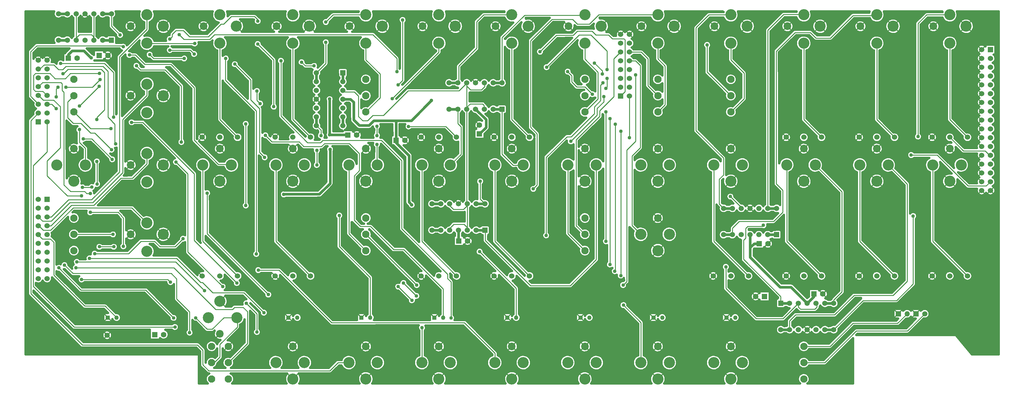
<source format=gbr>
G04 DipTrace 2.4.0.2*
%INBottom trace fix.gbr*%
%MOIN*%
%ADD14C,0.01*%
%ADD15C,0.03*%
%ADD16C,0.025*%
%ADD17C,0.013*%
%ADD21C,0.063*%
%ADD22R,0.063X0.063*%
%ADD23C,0.05*%
%ADD24R,0.05X0.05*%
%ADD25C,0.126*%
%ADD26C,0.0866*%
%ADD27C,0.06*%
%ADD28R,0.06X0.06*%
%ADD29R,0.0591X0.0591*%
%ADD30O,0.0594X0.0591*%
%ADD31C,0.0591*%
%ADD32C,0.0827*%
%ADD33C,0.0591*%
%ADD34C,0.04*%
%ADD36C,0.18*%
%FSLAX44Y44*%
G04*
G70*
G90*
G75*
G01*
%LNBottom*%
%LPD*%
X10055Y43307D2*
D14*
Y43559D1*
X10433Y43937D1*
X11811D1*
X12008Y43740D1*
Y43354D1*
X12055Y43307D1*
X10055Y46299D2*
Y43307D1*
X12055Y46299D2*
Y43307D1*
X32441Y35748D2*
Y41063D1*
X30630Y42874D1*
Y45472D2*
Y45630D1*
X30276Y45984D1*
X27638D1*
X26772Y45118D1*
X26457D1*
X25039Y43701D1*
X22913D1*
X22205Y44409D1*
X21378D1*
X20945Y43976D1*
Y43701D1*
X20669Y43425D1*
X54307Y38465D2*
Y38441D1*
X53425Y37559D1*
X47677D1*
X44882Y34764D1*
X43661D1*
X43071Y34173D1*
X42520D1*
X42047Y34646D1*
Y36969D1*
X41575Y37441D1*
X40441D1*
X40276Y37606D1*
X54307Y38465D2*
Y38094D1*
X54724Y37677D1*
X55984D1*
X56339Y38031D1*
Y38433D1*
X56307Y38465D1*
X54307D2*
Y35472D1*
Y35685D1*
X54685Y36063D1*
X56102D1*
X56260Y35906D1*
Y35520D1*
X56307Y35472D1*
X54307D2*
Y24795D1*
X54378Y24724D1*
Y21732D1*
X85409Y24213D2*
Y24315D1*
X84173Y25551D1*
X83661Y17559D2*
Y15118D1*
X87087Y11693D1*
X90150D1*
X91882Y13425D1*
Y13000D1*
X92126Y12756D1*
X93740D1*
X93976Y12992D1*
Y13331D1*
X93882Y13425D1*
X54378Y24724D2*
Y24535D1*
X53937Y24094D1*
X52795D1*
X52362Y24528D1*
Y24709D1*
X52378Y24724D1*
X54378Y21732D2*
Y22039D1*
X54016Y22402D1*
X52835D1*
X52402Y21969D1*
Y21756D1*
X52378Y21732D1*
X24417Y29134D2*
Y20465D1*
X28346Y16535D1*
X32685Y29134D2*
Y20465D1*
X36614Y16535D1*
X49220Y29134D2*
Y20465D1*
X53150Y16535D1*
X57488Y29134D2*
Y20465D1*
X61417Y16535D1*
X82291Y29134D2*
Y20465D1*
X86220Y16535D1*
X90559Y29134D2*
Y20465D1*
X94488Y16535D1*
X98827Y29134D2*
Y20465D1*
X102756Y16535D1*
X107094Y29134D2*
Y20465D1*
X111024Y16535D1*
X26346Y42953D2*
Y34283D1*
X28346Y32283D1*
X34614Y42953D2*
Y34283D1*
X36614Y32283D1*
X51150Y42953D2*
Y41937D1*
X45866Y36654D1*
X47717Y33504D2*
X51929D1*
X53150Y32283D1*
X59417Y42953D2*
Y34283D1*
X61417Y32283D1*
X92488Y42953D2*
Y34283D1*
X94488Y32283D1*
X100756Y42953D2*
Y34283D1*
X102756Y32283D1*
X109024Y42953D2*
Y34283D1*
X111024Y32283D1*
X6770Y23244D2*
X7248D1*
X9189Y25185D1*
X11815D1*
X14961Y28331D1*
Y41417D1*
X18079Y44535D1*
Y46181D1*
X5770Y23244D2*
X5783D1*
X6268Y22760D1*
X7228D1*
X9343Y24874D1*
X11941D1*
X15327Y28260D1*
Y34303D1*
X18059Y37035D1*
Y38287D1*
X18079Y38307D1*
X6770Y22244D2*
X7209D1*
X9524Y24559D1*
X12063D1*
X15138Y27634D1*
X16437D1*
X18079Y29276D1*
Y30433D1*
X5770Y22244D2*
X5819D1*
X6346Y21717D1*
X7177D1*
X9720Y24260D1*
X16378D1*
X18079Y22559D1*
X42882Y42953D2*
Y41079D1*
X44504Y39457D1*
Y36780D1*
X42882Y35157D1*
X40953Y29134D2*
Y21339D1*
X42882Y19409D1*
X65756Y29134D2*
Y21339D1*
X67685Y19409D1*
Y42953D2*
Y41157D1*
X69169Y39673D1*
Y36642D1*
X67685Y35157D1*
X75953Y42953D2*
Y41193D1*
X76772Y40374D1*
Y35976D1*
X75953Y35157D1*
X84220Y42953D2*
Y41067D1*
X85724Y39563D1*
Y36661D1*
X84220Y35157D1*
X28276Y11811D2*
X26795D1*
X25476Y10492D1*
X24906D1*
X23618Y11780D1*
X21098D2*
X17949Y14929D1*
X10618D1*
X8094Y17453D1*
X25402Y6693D2*
X25717D1*
X26346Y7323D1*
Y8764D1*
X28327Y10744D1*
Y11760D1*
X28276Y11811D1*
X10146Y18126D2*
X21339D1*
X24606Y14858D1*
X92488Y6693D2*
X94854D1*
X98445Y10283D1*
X104226D1*
X106187Y12244D1*
X92488Y8543D2*
X95461D1*
X98083Y11165D1*
X103108D1*
X104187Y12244D1*
X8744Y17768D2*
X9697Y16815D1*
X20839D1*
X21449Y16205D1*
Y13921D1*
X22913Y12457D1*
Y10094D1*
X10047Y17472D2*
X21150D1*
X25882Y12740D1*
X27752D1*
X27988Y12976D1*
X28980D1*
X29457Y12500D1*
Y8858D1*
X27291Y6693D1*
X6770Y34016D2*
Y30628D1*
X5197Y29055D1*
Y15374D1*
X9835Y10736D1*
X21252D1*
X40953Y6693D2*
X39724D1*
X38807Y5776D1*
X25083D1*
X24406Y6453D1*
Y8110D1*
X23815Y8701D1*
X10756D1*
X4933Y14524D1*
Y34179D1*
X5770Y35016D1*
X10780Y26594D2*
X11811D1*
X11846Y26630D1*
X12161Y19075D2*
X15996D1*
X17402Y20480D1*
X18941D1*
X19563Y19858D1*
X21276D1*
X22177Y20760D1*
X39866Y23398D2*
Y19882D1*
X43382Y16366D1*
Y11811D1*
X5770Y36016D2*
Y36072D1*
X4996Y36846D1*
Y36866D1*
X4917Y36945D1*
Y42004D1*
X5591Y42677D1*
X15512D1*
X15394Y42559D1*
X20673Y42177D2*
X22988D1*
X23429Y41736D1*
X33256Y40961D2*
Y34697D1*
X36283Y31669D1*
X37732D1*
X37992Y31929D1*
X44646D1*
X46941Y29634D1*
Y21913D1*
X52138Y16717D1*
Y16240D1*
X52520Y15858D1*
Y11756D1*
X49244Y10654D2*
Y6717D1*
X49220Y6693D1*
X6770Y36016D2*
X7311D1*
X7791Y35535D1*
X7811Y36878D2*
Y37768D1*
X8000Y37957D1*
X8909Y37969D2*
X11906D1*
X12756Y38819D1*
X16890Y40394D2*
X17343Y39941D1*
X20146D1*
X21984Y38102D1*
Y31744D1*
X31500Y32496D2*
X32248Y31748D1*
X35319D1*
X35846Y31220D1*
X37835D1*
X38189Y31575D1*
X41004D1*
X42150Y30429D1*
Y28496D1*
X41555Y27902D1*
Y22850D1*
X42252Y22154D1*
X43413D1*
X46031Y19535D1*
X47177D1*
X51650Y15063D1*
Y11811D1*
X5770Y37016D2*
X5815D1*
X6319Y36512D1*
X7500D1*
X8256Y35756D1*
Y31083D1*
X6776Y29602D1*
Y27909D1*
X9063Y25622D1*
X10681D1*
Y16134D2*
X17831D1*
X17823Y16142D1*
X20429D1*
X20740Y15831D1*
X30693Y17189D2*
X33051D1*
X39012Y11228D1*
X54043D1*
X57516Y7756D1*
Y6720D1*
X57488Y6693D1*
X59917Y11811D2*
Y15138D1*
X55764Y19291D1*
X30469Y19028D2*
Y35272D1*
X26972Y38768D1*
Y41185D1*
X27008Y41220D1*
X22295D2*
X18819D1*
X18386Y41654D1*
X12717Y39528D2*
X9409D1*
X8819Y38937D1*
X7677D1*
X7098Y39516D1*
X5449D1*
X5228Y39295D1*
Y37717D1*
X5433Y37512D1*
X6274D1*
X6770Y37016D1*
X30535Y10169D2*
Y12244D1*
X29343Y13437D1*
X15413Y19902D2*
Y23106D1*
X15165Y23354D1*
Y23402D1*
X14819Y23748D1*
X11654D1*
Y25913D2*
X11240D1*
X11039Y26114D1*
X9433D1*
X8669Y26878D1*
Y37398D1*
X8469Y37598D1*
Y38366D1*
X8327Y38508D1*
X6262D1*
X5770Y38016D1*
X31327Y12362D2*
X29067Y14622D1*
X25535D1*
X24354Y15803D1*
X24169D1*
X21433Y18539D1*
X11579D1*
X10862Y32091D2*
X11827D1*
X14146Y29772D1*
X24906Y25945D2*
Y21343D1*
X31831Y14417D1*
X72055Y13220D2*
X74047Y11228D1*
Y6717D1*
X74024Y6693D1*
X8583Y39488D2*
X8622D1*
X9134Y40000D1*
X12913D1*
X13268Y39646D1*
Y35394D1*
X12425Y34551D1*
Y34299D1*
X12413Y34287D1*
Y29543D2*
X12429D1*
Y26976D1*
X12689Y19850D2*
X14323D1*
X5770Y40016D2*
X5937D1*
X6433Y40512D1*
X7520D1*
X8071Y39961D1*
X8543D1*
X8898Y40315D1*
X13110D1*
X13657Y39768D1*
Y34571D1*
X14126Y34102D1*
X14087D1*
X14421Y33768D1*
Y31429D1*
X14528Y31535D1*
X21370Y29457D2*
X22705Y28122D1*
Y19268D1*
X26654Y15319D1*
X46543D2*
X48094Y13768D1*
X8307Y40669D2*
X13268D1*
X14291Y39646D1*
Y34567D1*
X16346Y33980D2*
X17606D1*
X23441Y28146D1*
Y20559D1*
X28264Y15736D1*
X47146D2*
X48610Y14272D1*
X5770Y21244D2*
Y21210D1*
X6240Y20740D1*
X7150D1*
X7520Y20370D1*
Y16614D1*
X11020Y13114D1*
X13339D1*
X14642Y11811D1*
X70079Y35165D2*
Y20465D1*
X70524Y34402D2*
Y17839D1*
X71126Y33780D2*
Y17118D1*
X71079Y17071D1*
X71752Y32957D2*
Y16579D1*
X113643Y30244D2*
X113535D1*
X113039Y30740D1*
X110567D1*
X109024Y32283D1*
X113643Y27244D2*
X113147Y26748D1*
X111094D1*
X107587Y30256D1*
X104650D1*
X81539Y42756D2*
Y39689D1*
X84220Y37008D1*
X72750Y41957D2*
X74067D1*
X74819Y41205D1*
Y38142D1*
X75953Y37008D1*
X71750Y41957D2*
X70980Y41187D1*
Y36894D1*
X69382Y35295D1*
Y34665D1*
X66701Y31984D1*
Y22244D1*
X67685Y21260D1*
X72750Y40957D2*
X73421D1*
X73953Y40425D1*
Y31083D1*
X73024Y30154D1*
Y22260D1*
X74024Y21260D1*
X29276Y33795D2*
Y24528D1*
X14236Y21252D2*
X9819D1*
X9811Y21260D1*
X73441Y39374D2*
Y31831D1*
X72433Y30823D1*
Y15913D1*
X72020Y15500D1*
X48642D2*
X42882Y21260D1*
X70209Y39957D2*
Y42075D1*
X68374Y43909D1*
X67028D1*
X63354Y40236D1*
X71750Y36957D2*
Y36978D1*
X72232Y37461D1*
Y43354D1*
X72114Y43472D1*
X70791D1*
X70354Y43909D1*
X68925D1*
X68504Y44331D1*
X66850D1*
X66382Y43862D1*
X64480D1*
X62606Y41988D1*
X23488Y42925D2*
X18106D1*
X18079Y42953D1*
X72750Y36957D2*
Y32236D1*
X31417Y29996D2*
X30843Y30571D1*
Y35520D1*
X29831Y36531D1*
Y38783D1*
X28031Y40583D1*
X69831Y36898D2*
Y36307D1*
X69083Y35559D1*
Y34799D1*
X66098Y31815D1*
X69720Y38449D2*
X69480Y38209D1*
Y36457D1*
X68764Y35740D1*
Y34969D1*
X66142Y32346D1*
X65657D1*
X63303Y29992D1*
Y21142D1*
X70201Y38957D2*
Y37976D1*
X70063Y37839D1*
X68535Y37173D2*
X67717Y37992D1*
X66772D1*
X66208Y38556D1*
Y39265D1*
X65748Y39724D1*
X46386D2*
Y41232D1*
X43681Y43937D1*
X25748D1*
X25197Y43386D1*
X22283D1*
X21732Y43937D1*
X12677Y38071D2*
X10433Y35827D1*
X69669Y39461D2*
Y39827D1*
X68783Y40713D1*
X37016Y40386D2*
X36020D1*
X35602Y40803D1*
X30909Y36110D2*
X30543Y36476D1*
Y37547D1*
X14000Y33252D2*
X11717D1*
X9811Y35157D1*
X14055Y43307D2*
D15*
X13055D1*
X16102Y41614D2*
D14*
X16772D1*
X17835Y40551D1*
X20787D1*
X23425Y37913D1*
Y31969D1*
X26181Y29213D1*
X27567D1*
X27646Y29134D1*
X14055Y46299D2*
D15*
X13055D1*
X14055D2*
D14*
Y44882D1*
X15039Y43898D1*
X9055Y46299D2*
D15*
X8055D1*
X9055Y43307D2*
X8055D1*
X11110Y29134D2*
D14*
Y31016D1*
X10433Y31693D1*
Y33150D1*
X40276Y39606D2*
D15*
Y38606D1*
X47047Y45591D2*
D14*
Y38740D1*
X46535Y38228D1*
X37283Y39606D2*
D15*
Y38606D1*
X42882Y46181D2*
D14*
X39173D1*
X38346Y45354D1*
Y43071D2*
Y40669D1*
X37283Y39606D1*
Y34606D2*
D15*
Y33606D1*
X37323Y29134D2*
D14*
Y30787D1*
X37795Y32480D2*
Y33094D1*
X37283Y33606D1*
X40276Y34606D2*
D15*
Y33606D1*
X44134Y33543D2*
D14*
Y32480D1*
Y31457D2*
Y29181D1*
X44181Y29134D1*
X58307Y38465D2*
D15*
X57307D1*
X58307D2*
D14*
Y43583D1*
X60866Y46142D1*
X67646D1*
X67685Y46181D1*
X58307Y35472D2*
D15*
X57307D1*
X58307D2*
D14*
Y30354D1*
X59567Y29094D1*
X60677D1*
X60717Y29134D1*
X53307Y38465D2*
D15*
X52307D1*
X59417Y46181D2*
D14*
X56220D1*
X55433Y45394D1*
Y42402D1*
X53386Y40354D1*
Y38543D1*
X53307Y38465D1*
Y35472D2*
D15*
X52307D1*
X53307D2*
D14*
Y33819D1*
X53661Y33465D1*
Y30346D1*
X52449Y29134D1*
X56378Y24724D2*
D15*
X55378D1*
X75953Y46181D2*
D14*
X69252D1*
X68189Y45118D1*
X66850D1*
X66299Y45669D1*
X63976D1*
X61535Y43228D1*
Y33425D1*
X62283Y32677D1*
Y26850D1*
X61850Y26417D1*
X55827Y27283D2*
Y25276D1*
X56378Y24724D1*
Y21732D2*
D15*
X55378D1*
X68984Y29134D2*
D14*
Y18394D1*
X66024Y15433D1*
X61535D1*
X56417Y20551D1*
Y21693D1*
X56378Y21732D1*
X51378Y24724D2*
D15*
X50378D1*
X14055Y30866D2*
D14*
X12165Y32756D1*
X11693D1*
X10591Y33858D1*
X9724D1*
X9094Y34488D1*
Y36291D1*
X9811Y37008D1*
X51378Y21732D2*
D15*
X50378D1*
X89409Y24213D2*
X88409D1*
D14*
Y44433D1*
X90197Y46220D1*
X92449D1*
X92488Y46181D1*
X84409Y24213D2*
D15*
X83409D1*
X84220Y46181D2*
D14*
X81732D1*
X80276Y44724D1*
Y33031D1*
X83386Y29921D1*
Y27992D1*
X82913Y27520D1*
Y24709D1*
X83409Y24213D1*
X84409Y21220D2*
D15*
X83409D1*
X84409D2*
D14*
Y21969D1*
X85157Y22717D1*
X89055D1*
X90118Y23780D1*
Y26260D1*
X89370Y27008D1*
Y42047D1*
X91496Y44173D1*
X93228D1*
X93858Y43543D1*
X95512D1*
X98071Y46102D1*
X100677D1*
X100756Y46181D1*
X89409Y21220D2*
D15*
X88409D1*
X105433Y32362D2*
D14*
Y45197D1*
X106417Y46181D1*
X109024D1*
X90882Y13425D2*
D15*
X89882D1*
D14*
Y14213D1*
X85669Y18425D1*
Y20591D1*
X85906Y20827D1*
Y21929D1*
X86142Y22165D1*
X87795D1*
X87913Y22283D1*
X95882Y13425D2*
D15*
X94882D1*
X95882D2*
D14*
Y13795D1*
X96811Y14724D1*
Y26110D1*
X93787Y29134D1*
X95882Y10433D2*
D15*
X94882D1*
X104882Y23346D2*
D14*
Y15630D1*
X102992Y13740D1*
X99189D1*
X95882Y10433D1*
X90882D2*
D15*
X89882D1*
X90882D2*
D14*
Y11433D1*
X91575Y12126D1*
X95984D1*
X98189Y14331D1*
X102598D1*
X104213Y15945D1*
Y26976D1*
X102055Y29134D1*
X38780Y36614D2*
D15*
Y32559D1*
X38819Y30906D2*
Y27047D1*
X37598Y25827D1*
X33622D1*
X33583Y25787D1*
X40276Y36606D2*
X41150D1*
X41496Y36260D1*
Y34252D1*
X42126Y33622D1*
X43228D1*
X43780Y34173D1*
X46299D1*
X48031D1*
X50315Y36457D1*
X86409Y21220D2*
Y19754D1*
Y18669D1*
X89803Y15276D1*
X91031D1*
X92882Y13425D1*
X11772Y41299D2*
X11732D1*
X10945Y42087D1*
X9606D1*
X9173Y41654D1*
Y41260D1*
X38780Y32559D2*
X40811D1*
X40850Y32520D1*
X46299Y31929D2*
Y34173D1*
X55307Y35472D2*
X55315D1*
X56496Y34291D1*
Y33409D1*
X55748Y32661D1*
X53378Y21732D2*
Y20543D1*
X53409Y20512D1*
X87425Y20197D2*
X86853D1*
X86409Y19754D1*
X93646Y14488D2*
Y14189D1*
X92882Y13425D1*
X46299Y31929D2*
Y31654D1*
X47756Y30197D1*
Y24921D1*
X48071Y24606D1*
D34*
X32441Y35748D3*
X30630Y42874D3*
Y45472D3*
X20669Y43425D3*
X84173Y25551D3*
X83661Y17559D3*
X45866Y36654D3*
X47717Y33504D3*
X23618Y11780D3*
X21098D3*
X8094Y17453D3*
X10146Y18126D3*
X24606Y14858D3*
X8744Y17768D3*
X22913Y10094D3*
D3*
X10047Y17472D3*
X21252Y10736D3*
X10780Y26594D3*
X11846Y26630D3*
X12161Y19075D3*
X22177Y20760D3*
X39866Y23398D3*
X15394Y42559D3*
X20673Y42177D3*
X23429Y41736D3*
X33256Y40961D3*
X52520Y11756D3*
X49244Y10654D3*
X7791Y35535D3*
X7811Y36878D3*
X8000Y37957D3*
X8909Y37969D3*
X12756Y38819D3*
X16890Y40394D3*
X21984Y31744D3*
X31500Y32496D3*
X10681Y25622D3*
Y16134D3*
X20740Y15831D3*
X30693Y17189D3*
X55764Y19291D3*
X30469Y19028D3*
X27008Y41220D3*
X22295D3*
X18386Y41654D3*
X12717Y39528D3*
X30535Y10169D3*
X29343Y13437D3*
X15413Y19902D3*
X11654Y23748D3*
Y25913D3*
X31327Y12362D3*
X11579Y18539D3*
X10862Y32091D3*
X14146Y29772D3*
X24906Y25945D3*
X31831Y14417D3*
X72055Y13220D3*
X8583Y39488D3*
X12413Y34287D3*
Y29543D3*
X12429Y26976D3*
X12689Y19850D3*
X14323D3*
X14528Y31535D3*
X21370Y29457D3*
X26654Y15319D3*
X46543D3*
X48094Y13768D3*
X8307Y40669D3*
X14291Y34567D3*
X16346Y33980D3*
X28264Y15736D3*
X47146D3*
X48610Y14272D3*
X70079Y35165D3*
Y20465D3*
X70524Y34402D3*
Y17839D3*
X71126Y33780D3*
X71079Y17071D3*
X71752Y32957D3*
Y16579D3*
X104650Y30256D3*
X81539Y42756D3*
X29276Y33795D3*
Y24528D3*
X14236Y21252D3*
X73441Y39374D3*
X72020Y15500D3*
X48642D3*
X70209Y39957D3*
X63354Y40236D3*
X62606Y41988D3*
X23488Y42925D3*
X72750Y32236D3*
X31417Y29996D3*
X28031Y40583D3*
X69831Y36898D3*
X66098Y31815D3*
X69720Y38449D3*
X63303Y21142D3*
X70201Y38957D3*
X70063Y37839D3*
X68535Y37173D3*
X65748Y39724D3*
X46386D3*
X21732Y43937D3*
X12677Y38071D3*
X10433Y35827D3*
X69669Y39461D3*
X68783Y40713D3*
X37016Y40386D3*
X35602Y40803D3*
X30909Y36110D3*
X30543Y37547D3*
X14000Y33252D3*
X16102Y41614D3*
X15039Y43898D3*
X10433Y33150D3*
X47047Y45591D3*
X46535Y38228D3*
X38346Y45354D3*
Y43071D3*
X37323Y29134D3*
Y30787D3*
X37795Y32480D3*
X44134Y33543D3*
Y32480D3*
Y31457D3*
X61850Y26417D3*
X55827Y27283D3*
X14055Y30866D3*
X105433Y32362D3*
X87913Y22283D3*
X104882Y23346D3*
X38780Y36614D3*
Y32559D3*
X38819Y30906D3*
X33583Y25787D3*
X50315Y36457D3*
X33583Y25787D3*
X11772Y41299D3*
X48071Y24606D3*
D36*
X113457Y45469D3*
X5417D3*
Y8724D3*
X113457D3*
X64057Y33434D3*
X112465Y11811D3*
D34*
X11024Y44528D3*
X4347Y46315D2*
D16*
X7471D1*
X14642D2*
X17170D1*
X18989D2*
X25436D1*
X27255D2*
X33705D1*
X35525D2*
X38838D1*
X43790D2*
X50240D1*
X52060D2*
X55885D1*
X76861D2*
X81396D1*
X85130D2*
X89822D1*
X93400D2*
X97814D1*
X101665D2*
X106080D1*
X109935D2*
X114525D1*
X4347Y46067D2*
X7521D1*
X14591D2*
X17166D1*
X18989D2*
X25436D1*
X30665D2*
X33701D1*
X35525D2*
X38588D1*
X43794D2*
X50236D1*
X52064D2*
X55635D1*
X76864D2*
X81146D1*
X85134D2*
X89572D1*
X93400D2*
X97564D1*
X101669D2*
X105834D1*
X109935D2*
X114525D1*
X4347Y45818D2*
X7744D1*
X8368D2*
X8744D1*
X9368D2*
X9717D1*
X10396D2*
X10744D1*
X11368D2*
X11717D1*
X12396D2*
X12744D1*
X13368D2*
X13717D1*
X14396D2*
X17236D1*
X18923D2*
X25502D1*
X30966D2*
X33771D1*
X35458D2*
X38287D1*
X39278D2*
X42041D1*
X43724D2*
X46615D1*
X47478D2*
X50307D1*
X51993D2*
X55389D1*
X56329D2*
X58576D1*
X61013D2*
X63654D1*
X69361D2*
X75111D1*
X76794D2*
X80900D1*
X81841D2*
X83377D1*
X85064D2*
X89322D1*
X90263D2*
X91646D1*
X93329D2*
X97314D1*
X101599D2*
X105584D1*
X106525D2*
X108182D1*
X109864D2*
X114525D1*
X4347Y45569D2*
X9717D1*
X10396D2*
X11717D1*
X12396D2*
X13717D1*
X14396D2*
X16084D1*
X16372D2*
X17400D1*
X18755D2*
X19330D1*
X20528D2*
X24350D1*
X24642D2*
X25670D1*
X28794D2*
X30150D1*
X31111D2*
X32619D1*
X32911D2*
X33936D1*
X35290D2*
X35865D1*
X37064D2*
X37908D1*
X39032D2*
X40885D1*
X41177D2*
X42205D1*
X43560D2*
X44135D1*
X45329D2*
X46557D1*
X47536D2*
X49154D1*
X49446D2*
X50471D1*
X51829D2*
X52400D1*
X53599D2*
X55146D1*
X56079D2*
X57420D1*
X57712D2*
X58740D1*
X61864D2*
X63404D1*
X70134D2*
X73955D1*
X74247D2*
X75275D1*
X76630D2*
X77205D1*
X78400D2*
X80650D1*
X81591D2*
X82225D1*
X82517D2*
X83541D1*
X84900D2*
X85475D1*
X86669D2*
X89076D1*
X90017D2*
X90490D1*
X90782D2*
X91811D1*
X93165D2*
X93740D1*
X94935D2*
X97068D1*
X98009D2*
X98760D1*
X99052D2*
X100080D1*
X101435D2*
X102010D1*
X103204D2*
X105334D1*
X106275D2*
X107029D1*
X107318D2*
X108346D1*
X109700D2*
X110275D1*
X111470D2*
X114525D1*
X4347Y45321D2*
X9717D1*
X10396D2*
X11717D1*
X12396D2*
X13717D1*
X14396D2*
X15662D1*
X16798D2*
X17740D1*
X18419D2*
X19123D1*
X20736D2*
X23928D1*
X25064D2*
X26076D1*
X29001D2*
X30166D1*
X31095D2*
X32197D1*
X33333D2*
X34346D1*
X34884D2*
X35658D1*
X37271D2*
X37857D1*
X38833D2*
X40463D1*
X41599D2*
X42611D1*
X43153D2*
X43928D1*
X45536D2*
X46643D1*
X47450D2*
X48732D1*
X49868D2*
X50881D1*
X51419D2*
X52193D1*
X53806D2*
X55092D1*
X55829D2*
X56998D1*
X58134D2*
X59146D1*
X62071D2*
X63158D1*
X64099D2*
X65268D1*
X70341D2*
X73533D1*
X74669D2*
X75682D1*
X76224D2*
X76998D1*
X78607D2*
X80400D1*
X81341D2*
X81803D1*
X82939D2*
X83951D1*
X84489D2*
X85268D1*
X86876D2*
X88826D1*
X89767D2*
X90068D1*
X91204D2*
X92217D1*
X92759D2*
X93533D1*
X95142D2*
X96818D1*
X97759D2*
X98338D1*
X99474D2*
X100486D1*
X101025D2*
X101803D1*
X103411D2*
X105119D1*
X106028D2*
X106607D1*
X107739D2*
X108752D1*
X109294D2*
X110068D1*
X111677D2*
X114525D1*
X4347Y45072D2*
X9717D1*
X10396D2*
X11717D1*
X12396D2*
X13717D1*
X14396D2*
X15533D1*
X16923D2*
X17740D1*
X18419D2*
X19029D1*
X20829D2*
X23799D1*
X25193D2*
X25939D1*
X29095D2*
X30369D1*
X30892D2*
X32068D1*
X33462D2*
X35564D1*
X37364D2*
X37951D1*
X38739D2*
X40334D1*
X41728D2*
X43834D1*
X45630D2*
X46709D1*
X47388D2*
X48603D1*
X49997D2*
X52100D1*
X53900D2*
X55092D1*
X55775D2*
X56869D1*
X58263D2*
X59326D1*
X62165D2*
X62908D1*
X63849D2*
X65139D1*
X70435D2*
X73404D1*
X74798D2*
X76904D1*
X78704D2*
X80154D1*
X81095D2*
X81674D1*
X83068D2*
X85170D1*
X86970D2*
X88576D1*
X89517D2*
X89939D1*
X91333D2*
X93439D1*
X95239D2*
X96568D1*
X97509D2*
X98209D1*
X99603D2*
X101705D1*
X103505D2*
X105092D1*
X105778D2*
X106478D1*
X107868D2*
X109975D1*
X111775D2*
X114525D1*
X4347Y44823D2*
X9717D1*
X10396D2*
X11717D1*
X12396D2*
X13721D1*
X14583D2*
X15510D1*
X16950D2*
X17740D1*
X18419D2*
X19010D1*
X20849D2*
X23775D1*
X25216D2*
X25693D1*
X29114D2*
X32045D1*
X33486D2*
X35545D1*
X37384D2*
X40311D1*
X41751D2*
X43814D1*
X45650D2*
X46709D1*
X47388D2*
X48580D1*
X50021D2*
X52084D1*
X53919D2*
X55092D1*
X55775D2*
X56846D1*
X58286D2*
X59076D1*
X60017D2*
X60350D1*
X62185D2*
X62658D1*
X63599D2*
X65115D1*
X66556D2*
X66717D1*
X68325D2*
X68619D1*
X70454D2*
X73381D1*
X74821D2*
X76885D1*
X78720D2*
X79951D1*
X80845D2*
X81650D1*
X83091D2*
X85154D1*
X86989D2*
X88330D1*
X89271D2*
X89916D1*
X91357D2*
X93420D1*
X95255D2*
X96322D1*
X97263D2*
X98186D1*
X99626D2*
X101689D1*
X103525D2*
X105092D1*
X105775D2*
X106451D1*
X107892D2*
X109955D1*
X111790D2*
X114525D1*
X4347Y44574D2*
X9717D1*
X10396D2*
X11717D1*
X12396D2*
X13893D1*
X14833D2*
X15576D1*
X16880D2*
X17646D1*
X18419D2*
X19064D1*
X20794D2*
X21072D1*
X22509D2*
X23846D1*
X25146D2*
X25443D1*
X29064D2*
X32111D1*
X33415D2*
X35600D1*
X37329D2*
X40381D1*
X41685D2*
X43865D1*
X45599D2*
X46709D1*
X47388D2*
X48646D1*
X49950D2*
X52135D1*
X53864D2*
X55092D1*
X55775D2*
X56916D1*
X58220D2*
X58830D1*
X59771D2*
X60404D1*
X62134D2*
X62412D1*
X63353D2*
X65182D1*
X66486D2*
X66624D1*
X70400D2*
X73451D1*
X74755D2*
X76939D1*
X78669D2*
X79936D1*
X80614D2*
X81717D1*
X83021D2*
X85205D1*
X86935D2*
X88103D1*
X89021D2*
X89986D1*
X91290D2*
X93475D1*
X95204D2*
X96072D1*
X97013D2*
X98256D1*
X99556D2*
X101740D1*
X103470D2*
X105092D1*
X105775D2*
X106521D1*
X107825D2*
X110010D1*
X111739D2*
X114525D1*
X4347Y44326D2*
X9717D1*
X10396D2*
X11717D1*
X12396D2*
X14143D1*
X15243D2*
X15783D1*
X16673D2*
X17400D1*
X18337D2*
X19205D1*
X20653D2*
X20822D1*
X22759D2*
X24049D1*
X24943D2*
X25193D1*
X28923D2*
X32318D1*
X33212D2*
X35740D1*
X37189D2*
X40584D1*
X41478D2*
X44006D1*
X45458D2*
X46709D1*
X47388D2*
X48853D1*
X49747D2*
X52275D1*
X53728D2*
X55092D1*
X55775D2*
X57119D1*
X58013D2*
X58580D1*
X59521D2*
X60541D1*
X61993D2*
X62161D1*
X63103D2*
X65389D1*
X70263D2*
X71299D1*
X73204D2*
X73654D1*
X74548D2*
X77076D1*
X78528D2*
X79936D1*
X80614D2*
X81924D1*
X82818D2*
X85346D1*
X86798D2*
X88068D1*
X88771D2*
X90189D1*
X95064D2*
X95822D1*
X96763D2*
X98459D1*
X99353D2*
X101881D1*
X103333D2*
X105092D1*
X105775D2*
X106728D1*
X107618D2*
X110146D1*
X111599D2*
X114525D1*
X4347Y44077D2*
X9717D1*
X12396D2*
X14389D1*
X15493D2*
X17150D1*
X18091D2*
X19514D1*
X20345D2*
X20623D1*
X23009D2*
X24947D1*
X44013D2*
X44314D1*
X45150D2*
X46709D1*
X47388D2*
X52584D1*
X53415D2*
X55092D1*
X55775D2*
X58330D1*
X59271D2*
X60853D1*
X61685D2*
X61912D1*
X62853D2*
X64225D1*
X70657D2*
X71174D1*
X73325D2*
X77389D1*
X78220D2*
X79936D1*
X80614D2*
X85654D1*
X86486D2*
X88068D1*
X88751D2*
X90932D1*
X93794D2*
X93924D1*
X94755D2*
X95576D1*
X96517D2*
X102189D1*
X103021D2*
X105092D1*
X105775D2*
X110459D1*
X111290D2*
X114525D1*
X4347Y43828D2*
X7826D1*
X8286D2*
X8826D1*
X9286D2*
X9717D1*
X12396D2*
X12826D1*
X13286D2*
X13596D1*
X15525D2*
X16900D1*
X18286D2*
X20412D1*
X44259D2*
X46709D1*
X47388D2*
X50939D1*
X51357D2*
X55092D1*
X55775D2*
X58084D1*
X59025D2*
X59209D1*
X59626D2*
X61666D1*
X62607D2*
X63975D1*
X70907D2*
X71174D1*
X73325D2*
X75744D1*
X76161D2*
X79936D1*
X80614D2*
X84014D1*
X84431D2*
X88068D1*
X88751D2*
X90682D1*
X91622D2*
X92279D1*
X92696D2*
X93103D1*
X96267D2*
X100549D1*
X100966D2*
X105092D1*
X105775D2*
X108814D1*
X109232D2*
X114525D1*
X4347Y43580D2*
X7541D1*
X15403D2*
X16654D1*
X18743D2*
X20205D1*
X27009D2*
X33951D1*
X35278D2*
X42217D1*
X44509D2*
X46709D1*
X47388D2*
X50486D1*
X51814D2*
X55092D1*
X55775D2*
X57967D1*
X60079D2*
X61416D1*
X62357D2*
X63728D1*
X73196D2*
X75291D1*
X76614D2*
X79936D1*
X80614D2*
X83557D1*
X84884D2*
X88068D1*
X88751D2*
X90432D1*
X91372D2*
X91826D1*
X93150D2*
X93353D1*
X96017D2*
X100092D1*
X101419D2*
X105092D1*
X105775D2*
X108361D1*
X109689D2*
X114525D1*
X4347Y43331D2*
X7471D1*
X14642D2*
X16404D1*
X18915D2*
X20189D1*
X27181D2*
X30521D1*
X30739D2*
X33779D1*
X35450D2*
X37936D1*
X38755D2*
X42045D1*
X44759D2*
X46709D1*
X47388D2*
X50314D1*
X51986D2*
X55092D1*
X55775D2*
X57967D1*
X60255D2*
X61213D1*
X62107D2*
X63478D1*
X64419D2*
X65978D1*
X73196D2*
X75115D1*
X76790D2*
X79936D1*
X80614D2*
X83385D1*
X85056D2*
X88068D1*
X88751D2*
X90186D1*
X91122D2*
X91654D1*
X93325D2*
X93600D1*
X95771D2*
X99920D1*
X101591D2*
X105092D1*
X105775D2*
X108189D1*
X109861D2*
X114525D1*
X4347Y43082D2*
X7518D1*
X14642D2*
X16154D1*
X25306D2*
X25436D1*
X27255D2*
X30189D1*
X31071D2*
X33705D1*
X35525D2*
X37857D1*
X38837D2*
X41971D1*
X45005D2*
X46709D1*
X47388D2*
X50240D1*
X52060D2*
X55092D1*
X55775D2*
X57967D1*
X60329D2*
X61197D1*
X61876D2*
X63228D1*
X64169D2*
X65728D1*
X73325D2*
X75041D1*
X76864D2*
X79936D1*
X80614D2*
X81182D1*
X81896D2*
X83311D1*
X85130D2*
X88068D1*
X88751D2*
X89936D1*
X90876D2*
X91576D1*
X93400D2*
X99846D1*
X101665D2*
X105092D1*
X105775D2*
X108115D1*
X109935D2*
X114525D1*
X4347Y42834D2*
X5275D1*
X16849D2*
X17166D1*
X23970D2*
X25436D1*
X27259D2*
X30143D1*
X31142D2*
X33701D1*
X35525D2*
X37920D1*
X38771D2*
X41971D1*
X45255D2*
X46709D1*
X47388D2*
X50236D1*
X52060D2*
X55092D1*
X55775D2*
X57967D1*
X60329D2*
X61197D1*
X61876D2*
X62982D1*
X63923D2*
X65482D1*
X66423D2*
X66771D1*
X73325D2*
X75041D1*
X76864D2*
X79936D1*
X80614D2*
X81057D1*
X82021D2*
X83311D1*
X85134D2*
X88068D1*
X88751D2*
X89686D1*
X90626D2*
X91576D1*
X93400D2*
X99846D1*
X101669D2*
X105092D1*
X105775D2*
X108111D1*
X109935D2*
X114525D1*
X4347Y42585D2*
X5029D1*
X16599D2*
X17236D1*
X18919D2*
X20424D1*
X20923D2*
X23146D1*
X23829D2*
X25506D1*
X27189D2*
X30240D1*
X31388D2*
X33775D1*
X35454D2*
X38006D1*
X38685D2*
X42041D1*
X45505D2*
X46709D1*
X47388D2*
X50311D1*
X51989D2*
X55092D1*
X55775D2*
X57967D1*
X60259D2*
X61197D1*
X61876D2*
X62732D1*
X63673D2*
X65232D1*
X66173D2*
X66846D1*
X73200D2*
X75111D1*
X76794D2*
X79936D1*
X80614D2*
X81084D1*
X81997D2*
X83381D1*
X85060D2*
X88068D1*
X88751D2*
X89439D1*
X90376D2*
X91646D1*
X93329D2*
X99916D1*
X101595D2*
X105092D1*
X105775D2*
X108182D1*
X109864D2*
X112166D1*
X114232D2*
X114525D1*
X4347Y42336D2*
X4779D1*
X5720D2*
X9244D1*
X11306D2*
X14959D1*
X16349D2*
X17404D1*
X18751D2*
X20213D1*
X23298D2*
X25674D1*
X27021D2*
X30697D1*
X31638D2*
X33939D1*
X35286D2*
X38006D1*
X38685D2*
X42209D1*
X45751D2*
X46709D1*
X47388D2*
X50475D1*
X51821D2*
X54896D1*
X55767D2*
X57967D1*
X60091D2*
X61197D1*
X61876D2*
X62271D1*
X63423D2*
X64982D1*
X65923D2*
X67010D1*
X73193D2*
X75279D1*
X76626D2*
X79936D1*
X80614D2*
X81201D1*
X81880D2*
X83549D1*
X84896D2*
X88068D1*
X88751D2*
X89189D1*
X90130D2*
X91814D1*
X93161D2*
X100084D1*
X101431D2*
X105092D1*
X105775D2*
X108350D1*
X109696D2*
X112061D1*
X114232D2*
X114525D1*
X4347Y42088D2*
X4588D1*
X5470D2*
X8994D1*
X11556D2*
X12057D1*
X13958D2*
X15162D1*
X16103D2*
X17826D1*
X18575D2*
X20193D1*
X23759D2*
X26006D1*
X26685D2*
X30947D1*
X31888D2*
X34275D1*
X34954D2*
X38006D1*
X38685D2*
X42541D1*
X46001D2*
X46709D1*
X47388D2*
X50811D1*
X51489D2*
X54650D1*
X55591D2*
X57967D1*
X58646D2*
X59076D1*
X59759D2*
X61197D1*
X61876D2*
X62127D1*
X63177D2*
X64736D1*
X65677D2*
X67346D1*
X74407D2*
X75611D1*
X76294D2*
X79936D1*
X80614D2*
X81201D1*
X81880D2*
X83881D1*
X84560D2*
X88068D1*
X88751D2*
X89033D1*
X89880D2*
X92146D1*
X92829D2*
X100416D1*
X101095D2*
X105092D1*
X105775D2*
X108686D1*
X109364D2*
X112076D1*
X114232D2*
X114525D1*
X4347Y41839D2*
X4576D1*
X5259D2*
X8568D1*
X11806D2*
X12057D1*
X14204D2*
X14912D1*
X17017D2*
X17936D1*
X18837D2*
X20330D1*
X21017D2*
X22857D1*
X23907D2*
X26006D1*
X26685D2*
X31193D1*
X32134D2*
X34275D1*
X34954D2*
X38006D1*
X38685D2*
X42541D1*
X46251D2*
X46709D1*
X47388D2*
X50580D1*
X51474D2*
X54400D1*
X55341D2*
X57967D1*
X58646D2*
X59076D1*
X59759D2*
X61197D1*
X61876D2*
X62143D1*
X63071D2*
X64486D1*
X65427D2*
X67346D1*
X74653D2*
X75611D1*
X76294D2*
X79936D1*
X80614D2*
X81201D1*
X81880D2*
X83881D1*
X84560D2*
X88068D1*
X88751D2*
X89029D1*
X89708D2*
X92146D1*
X92829D2*
X100416D1*
X101095D2*
X105092D1*
X105775D2*
X108686D1*
X109364D2*
X112225D1*
X114232D2*
X114525D1*
X4347Y41590D2*
X4576D1*
X5259D2*
X8568D1*
X14267D2*
X14674D1*
X17267D2*
X17900D1*
X18919D2*
X21990D1*
X22603D2*
X22963D1*
X23896D2*
X26006D1*
X27314D2*
X31443D1*
X32384D2*
X34275D1*
X34954D2*
X38006D1*
X38685D2*
X42541D1*
X46497D2*
X46709D1*
X47388D2*
X50334D1*
X51275D2*
X54150D1*
X55091D2*
X57967D1*
X58646D2*
X59076D1*
X59759D2*
X61197D1*
X61876D2*
X62342D1*
X62872D2*
X64236D1*
X65177D2*
X67346D1*
X73204D2*
X73963D1*
X74903D2*
X75611D1*
X76294D2*
X79936D1*
X80614D2*
X81201D1*
X81880D2*
X83881D1*
X84560D2*
X88068D1*
X88751D2*
X89029D1*
X89708D2*
X92146D1*
X92829D2*
X100416D1*
X101095D2*
X105092D1*
X105775D2*
X108686D1*
X109364D2*
X112170D1*
X114114D2*
X114525D1*
X4347Y41342D2*
X4576D1*
X7255D2*
X8568D1*
X14216D2*
X14619D1*
X15357D2*
X15701D1*
X17513D2*
X18018D1*
X22771D2*
X23158D1*
X23700D2*
X26006D1*
X27482D2*
X31693D1*
X32634D2*
X32963D1*
X33548D2*
X34275D1*
X34954D2*
X38006D1*
X38685D2*
X42541D1*
X47388D2*
X50084D1*
X51025D2*
X53904D1*
X54845D2*
X57967D1*
X58646D2*
X59076D1*
X59759D2*
X61197D1*
X61876D2*
X63990D1*
X64931D2*
X67346D1*
X73189D2*
X74213D1*
X75126D2*
X75611D1*
X76294D2*
X79936D1*
X80614D2*
X81201D1*
X81880D2*
X83881D1*
X84560D2*
X88068D1*
X88751D2*
X89029D1*
X89708D2*
X92146D1*
X92829D2*
X100416D1*
X101095D2*
X105092D1*
X105775D2*
X108686D1*
X109364D2*
X112061D1*
X114224D2*
X114525D1*
X4347Y41093D2*
X4576D1*
X7353D2*
X8092D1*
X14009D2*
X14619D1*
X15302D2*
X16822D1*
X17763D2*
X18475D1*
X22767D2*
X26006D1*
X27482D2*
X31939D1*
X33728D2*
X34275D1*
X34954D2*
X35213D1*
X35989D2*
X38006D1*
X38685D2*
X42541D1*
X47388D2*
X49834D1*
X50775D2*
X53654D1*
X54595D2*
X57967D1*
X58646D2*
X59076D1*
X59759D2*
X61197D1*
X61876D2*
X63740D1*
X64681D2*
X67353D1*
X73755D2*
X74459D1*
X75157D2*
X75631D1*
X76525D2*
X79936D1*
X80614D2*
X81201D1*
X81880D2*
X83881D1*
X84665D2*
X88068D1*
X88751D2*
X89029D1*
X89708D2*
X92146D1*
X92829D2*
X100416D1*
X101095D2*
X105092D1*
X105775D2*
X108686D1*
X109364D2*
X112072D1*
X114212D2*
X114525D1*
X4347Y40844D2*
X4576D1*
X7333D2*
X7850D1*
X13564D2*
X14619D1*
X15302D2*
X16752D1*
X20927D2*
X21998D1*
X22595D2*
X26006D1*
X27314D2*
X27623D1*
X28443D2*
X32100D1*
X33732D2*
X34275D1*
X34954D2*
X35115D1*
X36091D2*
X36912D1*
X37118D2*
X38006D1*
X38685D2*
X42646D1*
X47388D2*
X49588D1*
X50528D2*
X53404D1*
X54345D2*
X57967D1*
X58646D2*
X59076D1*
X59759D2*
X61197D1*
X61876D2*
X63490D1*
X64431D2*
X67529D1*
X74005D2*
X74478D1*
X75157D2*
X75830D1*
X76771D2*
X79936D1*
X80614D2*
X81201D1*
X81880D2*
X83975D1*
X84915D2*
X88068D1*
X88751D2*
X89029D1*
X89708D2*
X92146D1*
X92829D2*
X100416D1*
X101095D2*
X105092D1*
X105775D2*
X108686D1*
X109364D2*
X112221D1*
X114068D2*
X114525D1*
X4347Y40595D2*
X4576D1*
X13814D2*
X14619D1*
X15302D2*
X16447D1*
X21212D2*
X26006D1*
X27314D2*
X27541D1*
X28521D2*
X32100D1*
X32782D2*
X32919D1*
X33595D2*
X34275D1*
X34954D2*
X35162D1*
X37454D2*
X37803D1*
X38677D2*
X42896D1*
X47388D2*
X49338D1*
X50278D2*
X53158D1*
X54099D2*
X57967D1*
X58646D2*
X59076D1*
X59759D2*
X61197D1*
X61876D2*
X63033D1*
X64185D2*
X67775D1*
X74243D2*
X74478D1*
X75157D2*
X76080D1*
X77021D2*
X79936D1*
X80614D2*
X81201D1*
X81880D2*
X84221D1*
X85161D2*
X88068D1*
X88751D2*
X89029D1*
X89708D2*
X92146D1*
X92829D2*
X100416D1*
X101095D2*
X105092D1*
X105775D2*
X108686D1*
X109364D2*
X112178D1*
X114111D2*
X114525D1*
X4347Y40347D2*
X4576D1*
X14060D2*
X14619D1*
X15302D2*
X16404D1*
X17407D2*
X17568D1*
X21462D2*
X26006D1*
X27314D2*
X27607D1*
X28739D2*
X32100D1*
X32782D2*
X32919D1*
X33595D2*
X34275D1*
X34954D2*
X35490D1*
X38493D2*
X43143D1*
X47388D2*
X49088D1*
X50028D2*
X53045D1*
X53849D2*
X57967D1*
X58646D2*
X59076D1*
X59759D2*
X61197D1*
X61876D2*
X62877D1*
X63935D2*
X68025D1*
X74294D2*
X74478D1*
X75157D2*
X76330D1*
X77111D2*
X79936D1*
X80614D2*
X81201D1*
X81880D2*
X84471D1*
X85411D2*
X88068D1*
X88751D2*
X89029D1*
X89708D2*
X92146D1*
X92829D2*
X100416D1*
X101095D2*
X105092D1*
X105775D2*
X108686D1*
X109364D2*
X112064D1*
X114224D2*
X114525D1*
X4347Y40098D2*
X4576D1*
X14310D2*
X14619D1*
X15302D2*
X16506D1*
X20458D2*
X20771D1*
X21712D2*
X26006D1*
X27314D2*
X28045D1*
X28986D2*
X32100D1*
X32782D2*
X32919D1*
X33595D2*
X34275D1*
X34954D2*
X35865D1*
X38247D2*
X39779D1*
X40775D2*
X43393D1*
X47388D2*
X48842D1*
X49782D2*
X53045D1*
X53724D2*
X57967D1*
X58646D2*
X59076D1*
X59759D2*
X61197D1*
X61876D2*
X62885D1*
X63821D2*
X65447D1*
X66048D2*
X68275D1*
X74294D2*
X74478D1*
X75157D2*
X76432D1*
X77111D2*
X79936D1*
X80614D2*
X81201D1*
X81880D2*
X84721D1*
X85661D2*
X88068D1*
X88751D2*
X89029D1*
X89708D2*
X92146D1*
X92829D2*
X100416D1*
X101095D2*
X105092D1*
X105775D2*
X108686D1*
X109364D2*
X112072D1*
X114212D2*
X114525D1*
X4347Y39849D2*
X4576D1*
X15302D2*
X16963D1*
X20708D2*
X21018D1*
X21958D2*
X26006D1*
X27314D2*
X28295D1*
X29236D2*
X32100D1*
X32782D2*
X32919D1*
X33595D2*
X34275D1*
X34954D2*
X36756D1*
X37997D2*
X39689D1*
X40861D2*
X43643D1*
X47388D2*
X48592D1*
X49532D2*
X53045D1*
X53724D2*
X57967D1*
X58646D2*
X59076D1*
X59759D2*
X61197D1*
X61876D2*
X63072D1*
X63638D2*
X65275D1*
X66220D2*
X68521D1*
X74294D2*
X74478D1*
X75157D2*
X76432D1*
X77111D2*
X79936D1*
X80614D2*
X81201D1*
X81880D2*
X84967D1*
X85907D2*
X88068D1*
X88751D2*
X89029D1*
X89708D2*
X92146D1*
X92829D2*
X100416D1*
X101095D2*
X105092D1*
X105775D2*
X108686D1*
X109364D2*
X112213D1*
X114071D2*
X114525D1*
X4347Y39601D2*
X4576D1*
X15302D2*
X20018D1*
X20954D2*
X21268D1*
X22208D2*
X26006D1*
X27314D2*
X28545D1*
X29486D2*
X32100D1*
X32782D2*
X32919D1*
X33595D2*
X34275D1*
X34954D2*
X36697D1*
X37868D2*
X39689D1*
X40861D2*
X43889D1*
X47388D2*
X48342D1*
X49282D2*
X53045D1*
X53724D2*
X57967D1*
X58646D2*
X59076D1*
X59759D2*
X61197D1*
X61876D2*
X65275D1*
X66341D2*
X68771D1*
X74294D2*
X74478D1*
X75157D2*
X76432D1*
X77111D2*
X79936D1*
X80614D2*
X81213D1*
X82099D2*
X85217D1*
X86064D2*
X88068D1*
X88751D2*
X89029D1*
X89708D2*
X92146D1*
X92829D2*
X100416D1*
X101095D2*
X105092D1*
X105775D2*
X108686D1*
X109364D2*
X112182D1*
X114107D2*
X114525D1*
X4347Y39352D2*
X4576D1*
X15302D2*
X20264D1*
X21204D2*
X21518D1*
X22458D2*
X26006D1*
X27314D2*
X28791D1*
X29732D2*
X32100D1*
X32782D2*
X32919D1*
X33595D2*
X34275D1*
X34954D2*
X36760D1*
X37806D2*
X39689D1*
X40861D2*
X42393D1*
X43372D2*
X44139D1*
X47388D2*
X48096D1*
X49036D2*
X53045D1*
X53724D2*
X57967D1*
X58646D2*
X59076D1*
X59759D2*
X61197D1*
X61876D2*
X65443D1*
X66536D2*
X67193D1*
X68173D2*
X68830D1*
X74294D2*
X74478D1*
X75157D2*
X75463D1*
X77111D2*
X79936D1*
X80614D2*
X81404D1*
X82345D2*
X83732D1*
X84712D2*
X85385D1*
X86064D2*
X88068D1*
X88751D2*
X89029D1*
X89708D2*
X92146D1*
X92829D2*
X100416D1*
X101095D2*
X105092D1*
X105775D2*
X108686D1*
X109364D2*
X112064D1*
X114224D2*
X114525D1*
X4347Y39103D2*
X4576D1*
X15302D2*
X17646D1*
X18513D2*
X20514D1*
X21454D2*
X21764D1*
X22704D2*
X26006D1*
X27314D2*
X29041D1*
X29982D2*
X32100D1*
X32782D2*
X32919D1*
X33595D2*
X34275D1*
X34954D2*
X36842D1*
X37724D2*
X39791D1*
X40759D2*
X42225D1*
X43540D2*
X44166D1*
X47388D2*
X47846D1*
X48786D2*
X53045D1*
X53724D2*
X57967D1*
X58646D2*
X59076D1*
X59759D2*
X61197D1*
X61876D2*
X65869D1*
X66548D2*
X67029D1*
X68341D2*
X68830D1*
X74294D2*
X74478D1*
X75157D2*
X75294D1*
X77111D2*
X79936D1*
X80614D2*
X81654D1*
X82595D2*
X83564D1*
X84876D2*
X85385D1*
X86064D2*
X88068D1*
X88751D2*
X89029D1*
X89708D2*
X92146D1*
X92829D2*
X100416D1*
X101095D2*
X105092D1*
X105775D2*
X108686D1*
X109364D2*
X112072D1*
X114216D2*
X114525D1*
X4347Y38855D2*
X4576D1*
X15302D2*
X17346D1*
X18810D2*
X20764D1*
X21700D2*
X22014D1*
X22954D2*
X26006D1*
X27357D2*
X29291D1*
X30161D2*
X32100D1*
X32782D2*
X32919D1*
X33595D2*
X34275D1*
X34954D2*
X36756D1*
X37810D2*
X39748D1*
X40802D2*
X42178D1*
X43583D2*
X44166D1*
X47388D2*
X47596D1*
X48536D2*
X51881D1*
X53736D2*
X53881D1*
X54736D2*
X54881D1*
X55736D2*
X55881D1*
X56736D2*
X56881D1*
X58736D2*
X59076D1*
X59759D2*
X61197D1*
X61876D2*
X65869D1*
X66548D2*
X66982D1*
X68388D2*
X68830D1*
X74294D2*
X74478D1*
X77111D2*
X79936D1*
X80614D2*
X81904D1*
X82845D2*
X83518D1*
X84923D2*
X85385D1*
X86064D2*
X88068D1*
X88751D2*
X89029D1*
X89708D2*
X92146D1*
X92829D2*
X100416D1*
X101095D2*
X105092D1*
X105775D2*
X108686D1*
X109364D2*
X112209D1*
X114075D2*
X114525D1*
X4347Y38606D2*
X4576D1*
X15302D2*
X17209D1*
X18946D2*
X21010D1*
X21950D2*
X22264D1*
X23204D2*
X26006D1*
X27603D2*
X29490D1*
X30169D2*
X32100D1*
X32782D2*
X32919D1*
X33595D2*
X34275D1*
X34954D2*
X36697D1*
X37868D2*
X39689D1*
X40861D2*
X42228D1*
X43536D2*
X44166D1*
X48290D2*
X51740D1*
X58872D2*
X59076D1*
X59759D2*
X61197D1*
X61876D2*
X65869D1*
X66626D2*
X67029D1*
X68341D2*
X68830D1*
X74294D2*
X74478D1*
X75157D2*
X75299D1*
X77111D2*
X79936D1*
X80614D2*
X82150D1*
X83091D2*
X83564D1*
X84876D2*
X85385D1*
X86064D2*
X88068D1*
X88751D2*
X89029D1*
X89708D2*
X92146D1*
X92829D2*
X100416D1*
X101095D2*
X105092D1*
X105775D2*
X108686D1*
X109364D2*
X112186D1*
X114103D2*
X114525D1*
X4347Y38357D2*
X4576D1*
X15302D2*
X17162D1*
X18997D2*
X21260D1*
X22200D2*
X22510D1*
X23450D2*
X26006D1*
X26685D2*
X26912D1*
X27853D2*
X29490D1*
X30169D2*
X32100D1*
X32782D2*
X32919D1*
X33595D2*
X34275D1*
X34954D2*
X36756D1*
X37810D2*
X39748D1*
X40802D2*
X42400D1*
X43364D2*
X44166D1*
X48040D2*
X51732D1*
X58880D2*
X59076D1*
X59759D2*
X61197D1*
X61876D2*
X65939D1*
X66876D2*
X67201D1*
X68165D2*
X68830D1*
X74294D2*
X74478D1*
X75157D2*
X75471D1*
X77111D2*
X79936D1*
X80614D2*
X82400D1*
X83341D2*
X83740D1*
X84704D2*
X85385D1*
X86064D2*
X88068D1*
X88751D2*
X89029D1*
X89708D2*
X92146D1*
X92829D2*
X100416D1*
X101095D2*
X105092D1*
X105775D2*
X108686D1*
X109364D2*
X112064D1*
X114220D2*
X114525D1*
X4347Y38109D2*
X4576D1*
X15302D2*
X17182D1*
X18978D2*
X21510D1*
X22325D2*
X22760D1*
X23696D2*
X26006D1*
X26685D2*
X27162D1*
X28103D2*
X29490D1*
X30169D2*
X32100D1*
X32782D2*
X32919D1*
X33595D2*
X34275D1*
X34954D2*
X37002D1*
X37564D2*
X39994D1*
X40556D2*
X44166D1*
X47790D2*
X51850D1*
X58763D2*
X59076D1*
X59759D2*
X61197D1*
X61876D2*
X66186D1*
X68071D2*
X68830D1*
X74294D2*
X74482D1*
X75321D2*
X76432D1*
X77111D2*
X79936D1*
X80614D2*
X82650D1*
X83591D2*
X85385D1*
X86064D2*
X88068D1*
X88751D2*
X89029D1*
X89708D2*
X92146D1*
X92829D2*
X100416D1*
X101095D2*
X105092D1*
X105775D2*
X108686D1*
X109364D2*
X112068D1*
X114216D2*
X114525D1*
X4347Y37860D2*
X4576D1*
X15302D2*
X17279D1*
X18880D2*
X19631D1*
X20228D2*
X21643D1*
X22325D2*
X23010D1*
X23767D2*
X26006D1*
X26685D2*
X27408D1*
X28349D2*
X29490D1*
X30911D2*
X32100D1*
X32782D2*
X32919D1*
X33595D2*
X34275D1*
X34954D2*
X36760D1*
X37810D2*
X39752D1*
X40798D2*
X44166D1*
X56626D2*
X59076D1*
X59759D2*
X61197D1*
X61876D2*
X66436D1*
X68318D2*
X68830D1*
X74294D2*
X74631D1*
X75571D2*
X76432D1*
X77111D2*
X79936D1*
X80614D2*
X82896D1*
X83837D2*
X85385D1*
X86064D2*
X88068D1*
X88751D2*
X89029D1*
X89708D2*
X92146D1*
X92829D2*
X100416D1*
X101095D2*
X105092D1*
X105775D2*
X108686D1*
X109364D2*
X112205D1*
X114083D2*
X114525D1*
X4347Y37611D2*
X4576D1*
X15302D2*
X15853D1*
X16603D2*
X17490D1*
X18665D2*
X19244D1*
X20614D2*
X21643D1*
X22325D2*
X23084D1*
X23767D2*
X26006D1*
X26685D2*
X27658D1*
X28599D2*
X29490D1*
X31028D2*
X32100D1*
X32782D2*
X32919D1*
X33595D2*
X34275D1*
X34954D2*
X36697D1*
X37868D2*
X39689D1*
X41876D2*
X42549D1*
X43216D2*
X44166D1*
X56388D2*
X59076D1*
X59759D2*
X61197D1*
X61876D2*
X67350D1*
X74294D2*
X74881D1*
X76286D2*
X76432D1*
X77111D2*
X79936D1*
X80614D2*
X83146D1*
X84556D2*
X85385D1*
X86064D2*
X88068D1*
X88751D2*
X89029D1*
X89708D2*
X92146D1*
X92829D2*
X100416D1*
X101095D2*
X105092D1*
X105775D2*
X108686D1*
X109364D2*
X112189D1*
X114099D2*
X114525D1*
X4347Y37363D2*
X4576D1*
X15302D2*
X15603D1*
X16853D2*
X17721D1*
X18400D2*
X19084D1*
X20775D2*
X21643D1*
X22325D2*
X23084D1*
X23767D2*
X26006D1*
X26685D2*
X27908D1*
X28849D2*
X29490D1*
X30993D2*
X32100D1*
X32782D2*
X32919D1*
X33595D2*
X34275D1*
X34954D2*
X36756D1*
X37814D2*
X39748D1*
X42122D2*
X42279D1*
X43486D2*
X44166D1*
X56021D2*
X59076D1*
X59759D2*
X61197D1*
X61876D2*
X67080D1*
X74294D2*
X75127D1*
X77111D2*
X79936D1*
X80614D2*
X83396D1*
X84825D2*
X85385D1*
X86064D2*
X88068D1*
X88751D2*
X89029D1*
X89708D2*
X92146D1*
X92829D2*
X100416D1*
X101095D2*
X105092D1*
X105775D2*
X108686D1*
X109364D2*
X112064D1*
X114220D2*
X114525D1*
X4347Y37114D2*
X4576D1*
X15302D2*
X15514D1*
X16943D2*
X17666D1*
X18400D2*
X19018D1*
X20841D2*
X21643D1*
X22325D2*
X23084D1*
X23767D2*
X26006D1*
X26685D2*
X28154D1*
X29095D2*
X29490D1*
X30884D2*
X32100D1*
X32782D2*
X32919D1*
X33595D2*
X34275D1*
X34954D2*
X36990D1*
X37575D2*
X39982D1*
X43575D2*
X44166D1*
X54646D2*
X59076D1*
X59759D2*
X61197D1*
X61876D2*
X66990D1*
X74294D2*
X75260D1*
X77111D2*
X79936D1*
X80614D2*
X83525D1*
X84915D2*
X85385D1*
X86064D2*
X88068D1*
X88751D2*
X89029D1*
X89708D2*
X92146D1*
X92829D2*
X100416D1*
X101095D2*
X105092D1*
X105775D2*
X108686D1*
X109364D2*
X112068D1*
X114216D2*
X114525D1*
X4347Y36865D2*
X4588D1*
X15302D2*
X15521D1*
X16935D2*
X17420D1*
X18349D2*
X19021D1*
X20837D2*
X21643D1*
X22325D2*
X23084D1*
X23767D2*
X26006D1*
X26685D2*
X28404D1*
X29345D2*
X29490D1*
X30884D2*
X32100D1*
X32782D2*
X32919D1*
X33595D2*
X34275D1*
X34954D2*
X36764D1*
X37806D2*
X38365D1*
X39196D2*
X39756D1*
X43571D2*
X44119D1*
X54646D2*
X59076D1*
X59759D2*
X61197D1*
X61876D2*
X66998D1*
X74294D2*
X75264D1*
X77111D2*
X79936D1*
X80614D2*
X83533D1*
X84907D2*
X85385D1*
X86064D2*
X88068D1*
X88751D2*
X89029D1*
X89708D2*
X92146D1*
X92829D2*
X100416D1*
X101095D2*
X105092D1*
X105775D2*
X108686D1*
X109364D2*
X112201D1*
X114087D2*
X114525D1*
X4347Y36616D2*
X4756D1*
X15302D2*
X15627D1*
X16829D2*
X17170D1*
X18111D2*
X19100D1*
X20759D2*
X21643D1*
X22325D2*
X23084D1*
X23767D2*
X26006D1*
X26685D2*
X28654D1*
X30884D2*
X32100D1*
X32782D2*
X32919D1*
X33595D2*
X34275D1*
X34954D2*
X36697D1*
X37868D2*
X38291D1*
X39271D2*
X39689D1*
X43462D2*
X43869D1*
X54646D2*
X59076D1*
X59759D2*
X61197D1*
X61876D2*
X67107D1*
X68263D2*
X68674D1*
X74294D2*
X75373D1*
X77111D2*
X79936D1*
X80614D2*
X83643D1*
X84798D2*
X85209D1*
X86060D2*
X88068D1*
X88751D2*
X89029D1*
X89708D2*
X92146D1*
X92829D2*
X100416D1*
X101095D2*
X105092D1*
X105775D2*
X108686D1*
X109364D2*
X112193D1*
X114091D2*
X114525D1*
X4347Y36368D2*
X5006D1*
X15302D2*
X15924D1*
X16532D2*
X16920D1*
X17861D2*
X19279D1*
X20579D2*
X21643D1*
X22325D2*
X23084D1*
X23767D2*
X26006D1*
X26685D2*
X28900D1*
X31321D2*
X32100D1*
X32782D2*
X32919D1*
X33595D2*
X34275D1*
X34954D2*
X36752D1*
X37814D2*
X38338D1*
X39220D2*
X39744D1*
X42388D2*
X42635D1*
X43130D2*
X43623D1*
X56208D2*
X59076D1*
X59759D2*
X61197D1*
X61876D2*
X67436D1*
X67935D2*
X68424D1*
X74294D2*
X75705D1*
X76200D2*
X76432D1*
X77111D2*
X79936D1*
X80614D2*
X83971D1*
X84470D2*
X84959D1*
X85900D2*
X88068D1*
X88751D2*
X89029D1*
X89708D2*
X92146D1*
X92829D2*
X100416D1*
X101095D2*
X105092D1*
X105775D2*
X108686D1*
X109364D2*
X112068D1*
X114220D2*
X114525D1*
X4347Y36119D2*
X5189D1*
X15302D2*
X16674D1*
X17614D2*
X19803D1*
X20055D2*
X21643D1*
X22325D2*
X23084D1*
X23767D2*
X26006D1*
X26685D2*
X29150D1*
X31400D2*
X32100D1*
X32782D2*
X32919D1*
X33595D2*
X34275D1*
X34954D2*
X36982D1*
X37583D2*
X38338D1*
X39220D2*
X39975D1*
X40575D2*
X41025D1*
X42388D2*
X43373D1*
X56517D2*
X59076D1*
X59759D2*
X61197D1*
X61876D2*
X68178D1*
X74294D2*
X76432D1*
X77111D2*
X79936D1*
X80614D2*
X84713D1*
X85653D2*
X88068D1*
X88751D2*
X89029D1*
X89708D2*
X92146D1*
X92829D2*
X100416D1*
X101095D2*
X105092D1*
X105775D2*
X108686D1*
X109364D2*
X112068D1*
X114220D2*
X114525D1*
X4347Y35870D2*
X5201D1*
X15302D2*
X16424D1*
X17364D2*
X17639D1*
X18521D2*
X21643D1*
X22325D2*
X23084D1*
X23767D2*
X26006D1*
X26685D2*
X29400D1*
X31333D2*
X31967D1*
X33595D2*
X34275D1*
X34954D2*
X36764D1*
X37802D2*
X38338D1*
X39220D2*
X39756D1*
X40794D2*
X41057D1*
X42388D2*
X43123D1*
X56728D2*
X56888D1*
X58872D2*
X59076D1*
X59759D2*
X61197D1*
X61876D2*
X67928D1*
X74294D2*
X76197D1*
X77095D2*
X79936D1*
X80614D2*
X84463D1*
X85403D2*
X88068D1*
X88751D2*
X89029D1*
X89708D2*
X92146D1*
X92829D2*
X100416D1*
X101095D2*
X105092D1*
X105775D2*
X108686D1*
X109364D2*
X112193D1*
X114091D2*
X114525D1*
X4347Y35622D2*
X5342D1*
X15302D2*
X16174D1*
X17114D2*
X17342D1*
X18814D2*
X21643D1*
X22325D2*
X23084D1*
X23767D2*
X26006D1*
X26685D2*
X29646D1*
X31165D2*
X31967D1*
X33595D2*
X34275D1*
X34954D2*
X36697D1*
X37868D2*
X38338D1*
X39220D2*
X39689D1*
X40861D2*
X41057D1*
X58892D2*
X59076D1*
X59759D2*
X61197D1*
X61876D2*
X67166D1*
X74294D2*
X75432D1*
X76888D2*
X79936D1*
X80614D2*
X83701D1*
X85153D2*
X88068D1*
X88751D2*
X89029D1*
X89708D2*
X92146D1*
X92829D2*
X100416D1*
X101095D2*
X105092D1*
X105775D2*
X108686D1*
X109364D2*
X112197D1*
X114087D2*
X114525D1*
X4347Y35373D2*
X5307D1*
X15302D2*
X15928D1*
X16868D2*
X17209D1*
X18950D2*
X21643D1*
X22325D2*
X23084D1*
X23767D2*
X26006D1*
X26685D2*
X29896D1*
X31181D2*
X32143D1*
X32739D2*
X32918D1*
X33595D2*
X34275D1*
X34954D2*
X36748D1*
X37818D2*
X38338D1*
X39220D2*
X39740D1*
X40810D2*
X41057D1*
X58892D2*
X59076D1*
X59759D2*
X61197D1*
X61876D2*
X67018D1*
X74294D2*
X75283D1*
X76638D2*
X79936D1*
X80614D2*
X83553D1*
X84907D2*
X88068D1*
X88751D2*
X89029D1*
X89708D2*
X92146D1*
X92829D2*
X100416D1*
X101095D2*
X105092D1*
X105775D2*
X108686D1*
X109364D2*
X112068D1*
X114220D2*
X114525D1*
X4347Y35124D2*
X5189D1*
X15302D2*
X15678D1*
X16618D2*
X17162D1*
X18997D2*
X21643D1*
X22325D2*
X23084D1*
X23767D2*
X26006D1*
X26685D2*
X30127D1*
X31181D2*
X32916D1*
X33595D2*
X34275D1*
X34954D2*
X36975D1*
X37595D2*
X38338D1*
X39220D2*
X39967D1*
X40587D2*
X41057D1*
X58888D2*
X59076D1*
X59759D2*
X61197D1*
X61876D2*
X66982D1*
X74294D2*
X75252D1*
X76653D2*
X79936D1*
X80614D2*
X83518D1*
X84923D2*
X88068D1*
X88751D2*
X89029D1*
X89708D2*
X92146D1*
X92829D2*
X100416D1*
X101095D2*
X105092D1*
X105775D2*
X108686D1*
X109364D2*
X112064D1*
X114220D2*
X114525D1*
X4347Y34876D2*
X5158D1*
X15302D2*
X15428D1*
X16368D2*
X17182D1*
X18974D2*
X21643D1*
X22325D2*
X23084D1*
X23767D2*
X26006D1*
X26685D2*
X30127D1*
X31181D2*
X32916D1*
X33595D2*
X34275D1*
X34954D2*
X36768D1*
X37798D2*
X38338D1*
X39220D2*
X39760D1*
X40790D2*
X41057D1*
X53646D2*
X53967D1*
X54646D2*
X55299D1*
X56525D2*
X57967D1*
X58646D2*
X59076D1*
X59759D2*
X61197D1*
X61876D2*
X67045D1*
X74294D2*
X75311D1*
X76595D2*
X79936D1*
X80614D2*
X83580D1*
X84861D2*
X88068D1*
X88751D2*
X89029D1*
X89708D2*
X92146D1*
X92829D2*
X100416D1*
X101095D2*
X105092D1*
X105775D2*
X108686D1*
X109364D2*
X112189D1*
X114095D2*
X114525D1*
X4347Y34627D2*
X4912D1*
X16122D2*
X17283D1*
X18876D2*
X21643D1*
X22325D2*
X23084D1*
X23767D2*
X26006D1*
X26685D2*
X30127D1*
X31181D2*
X32924D1*
X33794D2*
X34275D1*
X34954D2*
X36697D1*
X37868D2*
X38338D1*
X39220D2*
X39689D1*
X40861D2*
X41057D1*
X53646D2*
X53967D1*
X54646D2*
X55549D1*
X56771D2*
X57967D1*
X58646D2*
X59076D1*
X59759D2*
X61197D1*
X61876D2*
X67236D1*
X74294D2*
X75506D1*
X76400D2*
X79936D1*
X80614D2*
X83771D1*
X84669D2*
X88068D1*
X88751D2*
X89029D1*
X89708D2*
X92146D1*
X92829D2*
X100416D1*
X101095D2*
X105092D1*
X105775D2*
X108686D1*
X109364D2*
X112201D1*
X114083D2*
X114525D1*
X4347Y34378D2*
X4666D1*
X15872D2*
X16080D1*
X16611D2*
X17498D1*
X18661D2*
X21643D1*
X22325D2*
X23084D1*
X23767D2*
X26006D1*
X26720D2*
X30127D1*
X31181D2*
X33103D1*
X34044D2*
X34275D1*
X34989D2*
X36748D1*
X37821D2*
X38338D1*
X39220D2*
X39740D1*
X40814D2*
X41057D1*
X53646D2*
X53967D1*
X54646D2*
X55799D1*
X56927D2*
X57967D1*
X58646D2*
X59076D1*
X59794D2*
X61197D1*
X61876D2*
X67705D1*
X69564D2*
X69740D1*
X74294D2*
X79936D1*
X80614D2*
X88068D1*
X88751D2*
X89029D1*
X89708D2*
X92146D1*
X92864D2*
X100416D1*
X101130D2*
X105092D1*
X105775D2*
X108686D1*
X109400D2*
X112068D1*
X114216D2*
X114525D1*
X4347Y34130D2*
X4592D1*
X15665D2*
X15881D1*
X17927D2*
X21643D1*
X22325D2*
X23084D1*
X23767D2*
X26045D1*
X26970D2*
X28928D1*
X29622D2*
X30127D1*
X31181D2*
X33353D1*
X35239D2*
X36842D1*
X37724D2*
X38338D1*
X39220D2*
X39834D1*
X40716D2*
X41076D1*
X53646D2*
X53967D1*
X54646D2*
X55381D1*
X56935D2*
X57967D1*
X58646D2*
X59119D1*
X60040D2*
X61197D1*
X61876D2*
X67455D1*
X69318D2*
X69740D1*
X74294D2*
X79936D1*
X80614D2*
X88068D1*
X88751D2*
X89029D1*
X89708D2*
X92189D1*
X93111D2*
X100455D1*
X101380D2*
X105092D1*
X105775D2*
X108725D1*
X109650D2*
X112064D1*
X114220D2*
X114525D1*
X4347Y33881D2*
X4592D1*
X9009D2*
X9232D1*
X15665D2*
X15869D1*
X18177D2*
X21643D1*
X22325D2*
X23084D1*
X23767D2*
X26279D1*
X27220D2*
X28795D1*
X29759D2*
X30127D1*
X31181D2*
X33603D1*
X35486D2*
X36771D1*
X37798D2*
X38338D1*
X39220D2*
X39764D1*
X40790D2*
X41256D1*
X53716D2*
X53967D1*
X54646D2*
X55186D1*
X56935D2*
X57967D1*
X58646D2*
X59350D1*
X60290D2*
X61197D1*
X61876D2*
X67205D1*
X69068D2*
X69740D1*
X74294D2*
X79936D1*
X80614D2*
X88068D1*
X88751D2*
X89029D1*
X89708D2*
X92420D1*
X93361D2*
X100689D1*
X101630D2*
X105092D1*
X105775D2*
X108955D1*
X109896D2*
X112186D1*
X114099D2*
X114525D1*
X4347Y33632D2*
X4592D1*
X9009D2*
X9478D1*
X15665D2*
X16014D1*
X16681D2*
X17482D1*
X18423D2*
X21643D1*
X22325D2*
X23084D1*
X23767D2*
X26529D1*
X27466D2*
X28814D1*
X29736D2*
X30127D1*
X31181D2*
X33850D1*
X35736D2*
X36697D1*
X37868D2*
X38338D1*
X39220D2*
X39689D1*
X40861D2*
X41506D1*
X44614D2*
X45861D1*
X46739D2*
X47244D1*
X54646D2*
X55143D1*
X56935D2*
X57967D1*
X58646D2*
X59600D1*
X60540D2*
X61197D1*
X61876D2*
X66959D1*
X68818D2*
X69740D1*
X74294D2*
X79936D1*
X80614D2*
X88068D1*
X88751D2*
X89029D1*
X89708D2*
X92670D1*
X93611D2*
X100936D1*
X101876D2*
X105092D1*
X105775D2*
X109205D1*
X110146D2*
X112209D1*
X114079D2*
X114525D1*
X4347Y33384D2*
X4592D1*
X9009D2*
X10006D1*
X15665D2*
X17732D1*
X18673D2*
X21643D1*
X22325D2*
X23084D1*
X23767D2*
X26775D1*
X27716D2*
X28936D1*
X29614D2*
X30127D1*
X31181D2*
X34100D1*
X35986D2*
X36744D1*
X37978D2*
X38338D1*
X39220D2*
X39736D1*
X40814D2*
X41752D1*
X44595D2*
X45861D1*
X46739D2*
X47244D1*
X54646D2*
X55213D1*
X56935D2*
X57967D1*
X58646D2*
X59846D1*
X60786D2*
X61197D1*
X62048D2*
X66709D1*
X68571D2*
X69740D1*
X74294D2*
X79936D1*
X80614D2*
X88068D1*
X88751D2*
X89029D1*
X89708D2*
X92916D1*
X93857D2*
X101186D1*
X102126D2*
X105092D1*
X105775D2*
X109455D1*
X110396D2*
X112072D1*
X114216D2*
X114525D1*
X4347Y33135D2*
X4592D1*
X9009D2*
X9943D1*
X15665D2*
X17982D1*
X18923D2*
X21643D1*
X22325D2*
X23084D1*
X23767D2*
X27025D1*
X27966D2*
X28936D1*
X29614D2*
X30127D1*
X31181D2*
X34350D1*
X36232D2*
X36955D1*
X38134D2*
X38338D1*
X39220D2*
X39947D1*
X40603D2*
X43795D1*
X44474D2*
X45861D1*
X46739D2*
X47408D1*
X48025D2*
X51826D1*
X54646D2*
X55143D1*
X56833D2*
X57967D1*
X58646D2*
X60096D1*
X61036D2*
X61357D1*
X62294D2*
X66459D1*
X68321D2*
X69740D1*
X74294D2*
X79936D1*
X80642D2*
X88068D1*
X88751D2*
X89029D1*
X89708D2*
X93166D1*
X94107D2*
X101436D1*
X102376D2*
X105092D1*
X105775D2*
X109701D1*
X110642D2*
X112064D1*
X114224D2*
X114525D1*
X4347Y32886D2*
X4592D1*
X9009D2*
X10025D1*
X15665D2*
X18228D1*
X19169D2*
X21643D1*
X22325D2*
X23084D1*
X23767D2*
X27275D1*
X28212D2*
X28936D1*
X29614D2*
X30127D1*
X31778D2*
X34596D1*
X36482D2*
X37455D1*
X38134D2*
X38338D1*
X42325D2*
X43795D1*
X44474D2*
X45861D1*
X46739D2*
X52076D1*
X54646D2*
X55143D1*
X56583D2*
X57967D1*
X58646D2*
X60346D1*
X61286D2*
X61603D1*
X62544D2*
X66213D1*
X68071D2*
X69740D1*
X74294D2*
X79971D1*
X80892D2*
X88068D1*
X88751D2*
X89029D1*
X89708D2*
X93416D1*
X94357D2*
X101682D1*
X102622D2*
X105092D1*
X105775D2*
X109951D1*
X110892D2*
X112182D1*
X114107D2*
X114525D1*
X4347Y32637D2*
X4592D1*
X9009D2*
X10092D1*
X15665D2*
X18478D1*
X19419D2*
X21643D1*
X22325D2*
X23084D1*
X24810D2*
X25881D1*
X26810D2*
X27521D1*
X28810D2*
X28936D1*
X29614D2*
X30127D1*
X31966D2*
X32150D1*
X33079D2*
X34150D1*
X37079D2*
X37334D1*
X42443D2*
X43670D1*
X44595D2*
X45861D1*
X46739D2*
X48686D1*
X49614D2*
X50686D1*
X51614D2*
X52326D1*
X54646D2*
X55143D1*
X56353D2*
X56951D1*
X58646D2*
X58951D1*
X59884D2*
X60592D1*
X62622D2*
X65514D1*
X67825D2*
X69740D1*
X74294D2*
X80201D1*
X81142D2*
X88068D1*
X88751D2*
X89029D1*
X89708D2*
X90021D1*
X90954D2*
X92021D1*
X92954D2*
X93662D1*
X94954D2*
X98291D1*
X99220D2*
X100291D1*
X101220D2*
X101932D1*
X103220D2*
X105033D1*
X105833D2*
X106557D1*
X107489D2*
X108557D1*
X109489D2*
X110201D1*
X111489D2*
X112213D1*
X114071D2*
X114525D1*
X4347Y32389D2*
X4592D1*
X9009D2*
X10092D1*
X15665D2*
X18728D1*
X19669D2*
X21643D1*
X22325D2*
X23084D1*
X24927D2*
X25768D1*
X26927D2*
X27768D1*
X29614D2*
X30127D1*
X33193D2*
X34033D1*
X42439D2*
X43654D1*
X44614D2*
X45693D1*
X47677D2*
X48568D1*
X49728D2*
X50568D1*
X51728D2*
X52568D1*
X54646D2*
X55143D1*
X56353D2*
X56838D1*
X58646D2*
X58838D1*
X59997D2*
X60838D1*
X62622D2*
X65228D1*
X67575D2*
X69740D1*
X74294D2*
X80447D1*
X81388D2*
X88068D1*
X88751D2*
X89029D1*
X89708D2*
X89908D1*
X91068D2*
X91908D1*
X93068D2*
X93908D1*
X95068D2*
X98178D1*
X99337D2*
X100178D1*
X101337D2*
X102178D1*
X103337D2*
X104943D1*
X105923D2*
X106443D1*
X107603D2*
X108443D1*
X109603D2*
X110443D1*
X111603D2*
X112072D1*
X114212D2*
X114525D1*
X4347Y32140D2*
X4592D1*
X9009D2*
X10092D1*
X15665D2*
X18975D1*
X19915D2*
X21643D1*
X22325D2*
X23084D1*
X24919D2*
X25775D1*
X26919D2*
X27775D1*
X29614D2*
X30127D1*
X33185D2*
X34041D1*
X37185D2*
X37455D1*
X44903D2*
X45693D1*
X47864D2*
X48580D1*
X49720D2*
X50580D1*
X51720D2*
X52580D1*
X54646D2*
X55143D1*
X56353D2*
X56846D1*
X58646D2*
X58846D1*
X59989D2*
X60846D1*
X62622D2*
X64982D1*
X67325D2*
X69740D1*
X74294D2*
X80697D1*
X81638D2*
X88068D1*
X88751D2*
X89029D1*
X89708D2*
X89916D1*
X91060D2*
X91916D1*
X93060D2*
X93916D1*
X95060D2*
X98186D1*
X99325D2*
X100186D1*
X101325D2*
X102186D1*
X103325D2*
X104998D1*
X105864D2*
X106451D1*
X107595D2*
X108451D1*
X109638D2*
X110451D1*
X111595D2*
X112064D1*
X114224D2*
X114525D1*
X4347Y31891D2*
X4592D1*
X9009D2*
X10092D1*
X15665D2*
X19225D1*
X20165D2*
X21518D1*
X22450D2*
X23096D1*
X24778D2*
X25916D1*
X26778D2*
X27916D1*
X28778D2*
X28936D1*
X29614D2*
X30127D1*
X31181D2*
X31635D1*
X45153D2*
X45693D1*
X47903D2*
X48717D1*
X49579D2*
X50717D1*
X51579D2*
X52717D1*
X54646D2*
X56986D1*
X58646D2*
X58986D1*
X59849D2*
X60986D1*
X62622D2*
X64732D1*
X67079D2*
X69740D1*
X74294D2*
X80947D1*
X81888D2*
X88068D1*
X88751D2*
X89029D1*
X89708D2*
X90057D1*
X90919D2*
X92057D1*
X92919D2*
X94057D1*
X94919D2*
X98326D1*
X99189D2*
X100326D1*
X101189D2*
X102326D1*
X103189D2*
X106592D1*
X107454D2*
X108592D1*
X109884D2*
X110592D1*
X111454D2*
X112178D1*
X114111D2*
X114525D1*
X4347Y31643D2*
X4592D1*
X9009D2*
X9557D1*
X11013D2*
X11803D1*
X15665D2*
X19475D1*
X20415D2*
X21506D1*
X22462D2*
X23279D1*
X24220D2*
X26092D1*
X26603D2*
X28936D1*
X29614D2*
X30127D1*
X31181D2*
X31885D1*
X45403D2*
X45693D1*
X47829D2*
X50893D1*
X51407D2*
X53322D1*
X54646D2*
X57967D1*
X58646D2*
X59162D1*
X59673D2*
X61943D1*
X62622D2*
X64482D1*
X65423D2*
X65643D1*
X67040D2*
X67428D1*
X67943D2*
X69740D1*
X74294D2*
X75697D1*
X76208D2*
X81193D1*
X82134D2*
X83963D1*
X84478D2*
X88068D1*
X88751D2*
X89029D1*
X89708D2*
X92232D1*
X92743D2*
X100498D1*
X101013D2*
X108768D1*
X110134D2*
X112217D1*
X114068D2*
X114525D1*
X4347Y31394D2*
X4592D1*
X9009D2*
X9221D1*
X11200D2*
X12053D1*
X15665D2*
X19721D1*
X20661D2*
X21654D1*
X22314D2*
X23529D1*
X24470D2*
X25756D1*
X26935D2*
X28936D1*
X29614D2*
X30127D1*
X31181D2*
X34025D1*
X43470D2*
X43646D1*
X47548D2*
X50561D1*
X51739D2*
X53322D1*
X54646D2*
X57967D1*
X58646D2*
X58826D1*
X60009D2*
X61943D1*
X62622D2*
X64236D1*
X65177D2*
X65877D1*
X68275D2*
X69740D1*
X74294D2*
X75361D1*
X76544D2*
X81443D1*
X82384D2*
X83631D1*
X84810D2*
X88068D1*
X88751D2*
X89029D1*
X89708D2*
X91896D1*
X93079D2*
X100166D1*
X101345D2*
X108436D1*
X110384D2*
X112072D1*
X114212D2*
X114525D1*
X4347Y31145D2*
X4592D1*
X11423D2*
X12303D1*
X15665D2*
X17514D1*
X18646D2*
X19971D1*
X20911D2*
X23779D1*
X24720D2*
X25643D1*
X27052D2*
X28936D1*
X29614D2*
X30127D1*
X31181D2*
X33912D1*
X35318D2*
X35451D1*
X38232D2*
X38396D1*
X39243D2*
X40963D1*
X43587D2*
X43764D1*
X44505D2*
X44959D1*
X45900D2*
X46197D1*
X47419D2*
X50447D1*
X51853D2*
X53322D1*
X54646D2*
X57967D1*
X60122D2*
X61943D1*
X62622D2*
X63986D1*
X64927D2*
X66361D1*
X68388D2*
X69740D1*
X74294D2*
X75248D1*
X76657D2*
X81693D1*
X82630D2*
X83518D1*
X84923D2*
X88068D1*
X88751D2*
X89029D1*
X89708D2*
X91783D1*
X93193D2*
X100053D1*
X101458D2*
X108318D1*
X110630D2*
X112061D1*
X114224D2*
X114525D1*
X4347Y30897D2*
X4592D1*
X10528D2*
X10760D1*
X11450D2*
X12549D1*
X15665D2*
X17287D1*
X18868D2*
X20221D1*
X21161D2*
X24025D1*
X24966D2*
X25631D1*
X27064D2*
X28936D1*
X29614D2*
X30127D1*
X31181D2*
X33896D1*
X35333D2*
X36846D1*
X37798D2*
X38330D1*
X39310D2*
X41213D1*
X43599D2*
X43793D1*
X44474D2*
X45209D1*
X46150D2*
X46443D1*
X47669D2*
X50432D1*
X51868D2*
X53322D1*
X54646D2*
X57967D1*
X60134D2*
X61943D1*
X62622D2*
X63736D1*
X64677D2*
X66361D1*
X68403D2*
X69740D1*
X74232D2*
X75236D1*
X76669D2*
X81939D1*
X82880D2*
X83502D1*
X84939D2*
X88068D1*
X88751D2*
X89029D1*
X89708D2*
X91771D1*
X93204D2*
X100037D1*
X101474D2*
X108307D1*
X109739D2*
X109939D1*
X114114D2*
X114525D1*
X4347Y30648D2*
X4592D1*
X9009D2*
X9174D1*
X10446D2*
X10771D1*
X11450D2*
X12799D1*
X14489D2*
X14617D1*
X15665D2*
X17186D1*
X18974D2*
X20467D1*
X21407D2*
X24275D1*
X25216D2*
X25709D1*
X26982D2*
X28936D1*
X29614D2*
X30127D1*
X31236D2*
X33978D1*
X35251D2*
X36853D1*
X37790D2*
X38381D1*
X39259D2*
X41459D1*
X43517D2*
X43795D1*
X44474D2*
X45455D1*
X46396D2*
X46693D1*
X47915D2*
X50514D1*
X51786D2*
X53322D1*
X54646D2*
X57967D1*
X58646D2*
X58781D1*
X60052D2*
X61943D1*
X62622D2*
X63490D1*
X64431D2*
X66361D1*
X68321D2*
X69740D1*
X73989D2*
X75314D1*
X76591D2*
X82189D1*
X83130D2*
X83584D1*
X84857D2*
X88068D1*
X88751D2*
X89029D1*
X89708D2*
X91853D1*
X93126D2*
X100119D1*
X101392D2*
X104373D1*
X104923D2*
X108389D1*
X109661D2*
X110189D1*
X114064D2*
X114525D1*
X4347Y30399D2*
X4592D1*
X9009D2*
X9404D1*
X10216D2*
X10771D1*
X11450D2*
X13049D1*
X13989D2*
X14619D1*
X15665D2*
X17158D1*
X18997D2*
X20717D1*
X21657D2*
X24525D1*
X25466D2*
X25939D1*
X26751D2*
X28936D1*
X29614D2*
X30127D1*
X31673D2*
X34209D1*
X35021D2*
X36982D1*
X37661D2*
X38381D1*
X39259D2*
X41709D1*
X43286D2*
X43795D1*
X44474D2*
X45705D1*
X46646D2*
X46943D1*
X48142D2*
X50744D1*
X51556D2*
X53244D1*
X54646D2*
X57967D1*
X58732D2*
X59014D1*
X59821D2*
X61943D1*
X62622D2*
X63240D1*
X64181D2*
X66361D1*
X67040D2*
X67279D1*
X68091D2*
X69740D1*
X73739D2*
X75549D1*
X76357D2*
X82439D1*
X83376D2*
X83814D1*
X84626D2*
X88068D1*
X88751D2*
X89029D1*
X89708D2*
X92084D1*
X92896D2*
X100350D1*
X101161D2*
X104182D1*
X107915D2*
X108619D1*
X109431D2*
X112076D1*
X114212D2*
X114525D1*
X4347Y30151D2*
X4592D1*
X9009D2*
X10771D1*
X11450D2*
X13295D1*
X14439D2*
X14619D1*
X15665D2*
X17205D1*
X18954D2*
X20967D1*
X21907D2*
X24771D1*
X25712D2*
X28936D1*
X29614D2*
X30127D1*
X31880D2*
X36982D1*
X37661D2*
X38381D1*
X39259D2*
X41811D1*
X42489D2*
X43795D1*
X44474D2*
X45955D1*
X46896D2*
X47189D1*
X48196D2*
X52994D1*
X54646D2*
X58041D1*
X58982D2*
X61943D1*
X62622D2*
X63006D1*
X63931D2*
X66361D1*
X67040D2*
X69740D1*
X73489D2*
X82686D1*
X83626D2*
X88068D1*
X88751D2*
X89029D1*
X89708D2*
X104174D1*
X108161D2*
X112061D1*
X114224D2*
X114525D1*
X4347Y29902D2*
X4592D1*
X9009D2*
X10627D1*
X11595D2*
X12092D1*
X12736D2*
X13545D1*
X15665D2*
X17334D1*
X18825D2*
X19443D1*
X20411D2*
X21213D1*
X22153D2*
X23932D1*
X25962D2*
X27162D1*
X28130D2*
X28936D1*
X29614D2*
X30127D1*
X30810D2*
X30936D1*
X31896D2*
X32201D1*
X33169D2*
X35428D1*
X36396D2*
X36982D1*
X37661D2*
X38381D1*
X39259D2*
X40471D1*
X41435D2*
X41811D1*
X42489D2*
X43697D1*
X44665D2*
X46201D1*
X47142D2*
X47314D1*
X48196D2*
X48736D1*
X49704D2*
X51967D1*
X53689D2*
X53967D1*
X54646D2*
X57006D1*
X57974D2*
X58291D1*
X59232D2*
X60232D1*
X61200D2*
X61943D1*
X62622D2*
X62963D1*
X63685D2*
X65271D1*
X67040D2*
X68502D1*
X69470D2*
X69740D1*
X73364D2*
X73543D1*
X74509D2*
X76768D1*
X77736D2*
X81807D1*
X82775D2*
X82936D1*
X83724D2*
X85037D1*
X86005D2*
X88068D1*
X88751D2*
X89029D1*
X89708D2*
X90076D1*
X91044D2*
X93303D1*
X94271D2*
X98342D1*
X99310D2*
X101572D1*
X102540D2*
X104322D1*
X104978D2*
X106611D1*
X108411D2*
X109838D1*
X110806D2*
X112170D1*
X114118D2*
X114525D1*
X4347Y29653D2*
X4592D1*
X9009D2*
X10357D1*
X12892D2*
X13670D1*
X16720D2*
X17615D1*
X18544D2*
X19174D1*
X20681D2*
X20924D1*
X22403D2*
X23662D1*
X26212D2*
X26893D1*
X28400D2*
X28936D1*
X29614D2*
X30127D1*
X30810D2*
X31080D1*
X31755D2*
X31932D1*
X33439D2*
X35158D1*
X36665D2*
X36982D1*
X37661D2*
X38381D1*
X39259D2*
X40201D1*
X42489D2*
X43428D1*
X44935D2*
X46451D1*
X48196D2*
X48467D1*
X49974D2*
X51693D1*
X53439D2*
X53967D1*
X54646D2*
X56736D1*
X58243D2*
X58537D1*
X59478D2*
X59963D1*
X61470D2*
X61943D1*
X62622D2*
X62963D1*
X63642D2*
X65002D1*
X67040D2*
X68232D1*
X74778D2*
X76498D1*
X78005D2*
X81537D1*
X83724D2*
X84768D1*
X86275D2*
X88068D1*
X88751D2*
X89029D1*
X91314D2*
X93033D1*
X94540D2*
X98072D1*
X99579D2*
X101303D1*
X102810D2*
X106342D1*
X108661D2*
X109568D1*
X111075D2*
X112228D1*
X114056D2*
X114525D1*
X4347Y29405D2*
X4592D1*
X9009D2*
X10232D1*
X12880D2*
X13834D1*
X14454D2*
X14619D1*
X16896D2*
X17736D1*
X18419D2*
X19053D1*
X22653D2*
X23541D1*
X25294D2*
X25518D1*
X28525D2*
X28936D1*
X29614D2*
X30127D1*
X30810D2*
X31807D1*
X33564D2*
X35037D1*
X36790D2*
X36919D1*
X37724D2*
X38381D1*
X39259D2*
X40076D1*
X42489D2*
X43303D1*
X45060D2*
X46600D1*
X48196D2*
X48342D1*
X50099D2*
X51572D1*
X53325D2*
X53967D1*
X54646D2*
X56611D1*
X58364D2*
X58787D1*
X61595D2*
X61943D1*
X62622D2*
X62963D1*
X63642D2*
X64877D1*
X67040D2*
X68107D1*
X74900D2*
X76373D1*
X78130D2*
X81412D1*
X83724D2*
X84643D1*
X86396D2*
X88068D1*
X88751D2*
X89029D1*
X91439D2*
X92908D1*
X94665D2*
X97947D1*
X99704D2*
X101178D1*
X102935D2*
X106217D1*
X108907D2*
X109443D1*
X111200D2*
X112076D1*
X114208D2*
X114525D1*
X4347Y29156D2*
X4592D1*
X9009D2*
X10189D1*
X12771D2*
X14619D1*
X16950D2*
X17490D1*
X18396D2*
X19010D1*
X20849D2*
X20989D1*
X22900D2*
X23498D1*
X25337D2*
X25768D1*
X28564D2*
X28936D1*
X29614D2*
X30127D1*
X30810D2*
X31764D1*
X33603D2*
X34994D1*
X37814D2*
X38381D1*
X39259D2*
X40033D1*
X42489D2*
X43260D1*
X45099D2*
X46600D1*
X50142D2*
X51529D1*
X53368D2*
X53967D1*
X54646D2*
X56568D1*
X58407D2*
X59037D1*
X61638D2*
X61943D1*
X62622D2*
X62963D1*
X63642D2*
X64838D1*
X67040D2*
X68064D1*
X74943D2*
X76334D1*
X78173D2*
X81373D1*
X83724D2*
X84600D1*
X86439D2*
X88068D1*
X88751D2*
X89029D1*
X91478D2*
X92869D1*
X94708D2*
X97908D1*
X99747D2*
X101135D1*
X102974D2*
X106174D1*
X108013D2*
X108217D1*
X109157D2*
X109404D1*
X111243D2*
X112061D1*
X114228D2*
X114525D1*
X4347Y28907D2*
X4592D1*
X9009D2*
X10221D1*
X12771D2*
X14619D1*
X16915D2*
X17240D1*
X18181D2*
X19037D1*
X20821D2*
X21451D1*
X23150D2*
X23525D1*
X25310D2*
X26080D1*
X28536D2*
X28936D1*
X29614D2*
X30127D1*
X30810D2*
X31795D1*
X33575D2*
X35021D1*
X37755D2*
X38381D1*
X39259D2*
X40061D1*
X42489D2*
X43291D1*
X45071D2*
X46600D1*
X48196D2*
X48330D1*
X50111D2*
X51557D1*
X53341D2*
X53967D1*
X54646D2*
X56600D1*
X58380D2*
X59283D1*
X61607D2*
X61943D1*
X62622D2*
X62963D1*
X63642D2*
X64865D1*
X67040D2*
X68096D1*
X74915D2*
X76361D1*
X78142D2*
X81400D1*
X83724D2*
X84631D1*
X86411D2*
X88068D1*
X88751D2*
X89029D1*
X91450D2*
X92896D1*
X94677D2*
X97936D1*
X99716D2*
X101166D1*
X102946D2*
X106205D1*
X107986D2*
X108467D1*
X111212D2*
X112166D1*
X114122D2*
X114525D1*
X4347Y28658D2*
X4592D1*
X9009D2*
X10326D1*
X11892D2*
X12088D1*
X12771D2*
X14619D1*
X16763D2*
X16990D1*
X17931D2*
X19146D1*
X20712D2*
X21697D1*
X23400D2*
X23635D1*
X25200D2*
X26861D1*
X28427D2*
X28936D1*
X29614D2*
X30127D1*
X30810D2*
X31900D1*
X33470D2*
X35131D1*
X36696D2*
X38381D1*
X39259D2*
X40170D1*
X42489D2*
X43396D1*
X44966D2*
X46600D1*
X48196D2*
X48439D1*
X50005D2*
X51666D1*
X53232D2*
X53967D1*
X54646D2*
X56705D1*
X58271D2*
X59936D1*
X61501D2*
X61943D1*
X62622D2*
X62963D1*
X63642D2*
X64975D1*
X67040D2*
X68201D1*
X74806D2*
X76471D1*
X78036D2*
X81510D1*
X83724D2*
X84736D1*
X86302D2*
X88068D1*
X88751D2*
X89029D1*
X91341D2*
X93006D1*
X94732D2*
X98045D1*
X99611D2*
X101271D1*
X103001D2*
X106311D1*
X107876D2*
X108713D1*
X111107D2*
X112232D1*
X114052D2*
X114525D1*
X4347Y28410D2*
X4592D1*
X9009D2*
X10561D1*
X11661D2*
X12088D1*
X12771D2*
X14568D1*
X15665D2*
X16744D1*
X17685D2*
X19377D1*
X20482D2*
X21947D1*
X23646D2*
X23865D1*
X24966D2*
X27096D1*
X28196D2*
X28936D1*
X29614D2*
X30127D1*
X30810D2*
X32135D1*
X33236D2*
X35361D1*
X36462D2*
X38381D1*
X39259D2*
X40400D1*
X42478D2*
X43631D1*
X44732D2*
X46600D1*
X48196D2*
X48670D1*
X49771D2*
X51896D1*
X53001D2*
X53967D1*
X54646D2*
X56939D1*
X58040D2*
X60166D1*
X61267D2*
X61943D1*
X62622D2*
X62963D1*
X63642D2*
X65205D1*
X67040D2*
X68436D1*
X69536D2*
X69740D1*
X74575D2*
X76701D1*
X77802D2*
X81740D1*
X83724D2*
X84971D1*
X86071D2*
X88068D1*
X88751D2*
X89029D1*
X91111D2*
X93236D1*
X94982D2*
X98275D1*
X99376D2*
X101506D1*
X103251D2*
X106545D1*
X107646D2*
X108963D1*
X110872D2*
X112080D1*
X114208D2*
X114525D1*
X4347Y28161D2*
X4592D1*
X9009D2*
X9611D1*
X10009D2*
X12088D1*
X12771D2*
X14322D1*
X15650D2*
X16494D1*
X17435D2*
X22197D1*
X23778D2*
X24076D1*
X24759D2*
X26146D1*
X26544D2*
X28936D1*
X29614D2*
X30127D1*
X30810D2*
X32346D1*
X33025D2*
X34416D1*
X34814D2*
X38381D1*
X39259D2*
X40611D1*
X42286D2*
X42682D1*
X43079D2*
X46600D1*
X48196D2*
X48881D1*
X49560D2*
X50951D1*
X51349D2*
X53967D1*
X54646D2*
X57146D1*
X57829D2*
X59217D1*
X59614D2*
X61943D1*
X62622D2*
X62963D1*
X63642D2*
X65416D1*
X66095D2*
X66361D1*
X67040D2*
X67486D1*
X67884D2*
X68643D1*
X69325D2*
X69740D1*
X73364D2*
X75752D1*
X76153D2*
X81951D1*
X83724D2*
X84021D1*
X84419D2*
X88068D1*
X88751D2*
X89029D1*
X90900D2*
X92291D1*
X92689D2*
X94291D1*
X95232D2*
X98486D1*
X99165D2*
X100557D1*
X100954D2*
X102557D1*
X103497D2*
X106756D1*
X107435D2*
X108826D1*
X110153D2*
X112061D1*
X114228D2*
X114525D1*
X4347Y27912D2*
X4592D1*
X9009D2*
X9149D1*
X10474D2*
X12088D1*
X12771D2*
X14072D1*
X17185D2*
X17506D1*
X18650D2*
X22365D1*
X23782D2*
X24076D1*
X24759D2*
X25686D1*
X27009D2*
X28936D1*
X29614D2*
X30127D1*
X30810D2*
X32346D1*
X33025D2*
X33951D1*
X35275D2*
X38381D1*
X39259D2*
X40611D1*
X42036D2*
X42221D1*
X43544D2*
X46600D1*
X48196D2*
X48881D1*
X49560D2*
X50486D1*
X51810D2*
X53967D1*
X54646D2*
X57146D1*
X57829D2*
X58756D1*
X60079D2*
X61943D1*
X62622D2*
X62963D1*
X63642D2*
X65416D1*
X66095D2*
X66361D1*
X68345D2*
X68643D1*
X69325D2*
X69740D1*
X73364D2*
X75291D1*
X76614D2*
X81951D1*
X84880D2*
X88068D1*
X88751D2*
X89029D1*
X90900D2*
X91826D1*
X93150D2*
X94537D1*
X95478D2*
X98486D1*
X99165D2*
X100096D1*
X101419D2*
X102807D1*
X103747D2*
X106756D1*
X107435D2*
X108361D1*
X110400D2*
X112162D1*
X114126D2*
X114525D1*
X4347Y27664D2*
X4592D1*
X10646D2*
X12088D1*
X12771D2*
X13822D1*
X16939D2*
X17287D1*
X18872D2*
X22365D1*
X23782D2*
X24076D1*
X24759D2*
X25510D1*
X27181D2*
X28936D1*
X29614D2*
X30127D1*
X30810D2*
X32346D1*
X33025D2*
X33779D1*
X35450D2*
X38381D1*
X39259D2*
X40611D1*
X41896D2*
X42049D1*
X43716D2*
X46600D1*
X48196D2*
X48881D1*
X49560D2*
X50314D1*
X51986D2*
X53967D1*
X54646D2*
X55533D1*
X56118D2*
X57146D1*
X57829D2*
X58584D1*
X60251D2*
X61943D1*
X62622D2*
X62963D1*
X63642D2*
X65416D1*
X66095D2*
X66361D1*
X69325D2*
X69740D1*
X73364D2*
X75119D1*
X76786D2*
X81951D1*
X85056D2*
X88068D1*
X88751D2*
X89029D1*
X90900D2*
X91654D1*
X93321D2*
X94787D1*
X95728D2*
X98486D1*
X99165D2*
X99920D1*
X101591D2*
X103057D1*
X103997D2*
X106756D1*
X107435D2*
X108189D1*
X110650D2*
X112240D1*
X114048D2*
X114525D1*
X4347Y27415D2*
X4592D1*
X10720D2*
X12088D1*
X12771D2*
X13576D1*
X16689D2*
X17186D1*
X18974D2*
X22365D1*
X23782D2*
X24076D1*
X24759D2*
X25436D1*
X27255D2*
X28936D1*
X29614D2*
X30127D1*
X30810D2*
X32346D1*
X33025D2*
X33705D1*
X35525D2*
X38381D1*
X39259D2*
X40611D1*
X43790D2*
X46600D1*
X48196D2*
X48881D1*
X49560D2*
X50240D1*
X52060D2*
X53967D1*
X54646D2*
X55357D1*
X56298D2*
X57146D1*
X57829D2*
X58506D1*
X60325D2*
X61943D1*
X62622D2*
X62963D1*
X63642D2*
X65416D1*
X66095D2*
X66361D1*
X69325D2*
X69740D1*
X73364D2*
X75041D1*
X76864D2*
X81951D1*
X85130D2*
X88068D1*
X88751D2*
X89029D1*
X90900D2*
X91580D1*
X93400D2*
X95037D1*
X95978D2*
X98486D1*
X99165D2*
X99846D1*
X101665D2*
X103303D1*
X104243D2*
X106756D1*
X107435D2*
X108115D1*
X110900D2*
X112080D1*
X114208D2*
X114525D1*
X4347Y27166D2*
X4592D1*
X10724D2*
X11978D1*
X12880D2*
X13326D1*
X15142D2*
X17158D1*
X18997D2*
X22365D1*
X23782D2*
X24076D1*
X24759D2*
X25436D1*
X27259D2*
X28936D1*
X29614D2*
X30127D1*
X30810D2*
X32346D1*
X33025D2*
X33701D1*
X35525D2*
X38326D1*
X39259D2*
X40611D1*
X43794D2*
X46600D1*
X48196D2*
X48881D1*
X49560D2*
X50236D1*
X52060D2*
X53967D1*
X54646D2*
X55353D1*
X56302D2*
X57146D1*
X57829D2*
X58506D1*
X60329D2*
X61943D1*
X62622D2*
X62963D1*
X63642D2*
X65416D1*
X66095D2*
X66361D1*
X69325D2*
X69740D1*
X73364D2*
X75041D1*
X76864D2*
X81951D1*
X85134D2*
X88068D1*
X88751D2*
X89029D1*
X90900D2*
X91576D1*
X93400D2*
X95283D1*
X96224D2*
X98486D1*
X99165D2*
X99846D1*
X101669D2*
X103553D1*
X104489D2*
X106756D1*
X107435D2*
X108111D1*
X109935D2*
X110205D1*
X111146D2*
X112061D1*
X114228D2*
X114525D1*
X4347Y26918D2*
X4592D1*
X11138D2*
X11455D1*
X12915D2*
X13076D1*
X14892D2*
X17205D1*
X18950D2*
X22365D1*
X23782D2*
X24076D1*
X24759D2*
X25506D1*
X27189D2*
X28936D1*
X29614D2*
X30127D1*
X30810D2*
X32346D1*
X33025D2*
X33771D1*
X35454D2*
X38076D1*
X39239D2*
X40611D1*
X41896D2*
X42037D1*
X43724D2*
X46600D1*
X48196D2*
X48881D1*
X49560D2*
X50307D1*
X51989D2*
X53967D1*
X54646D2*
X55486D1*
X56165D2*
X57146D1*
X57829D2*
X58576D1*
X60259D2*
X61881D1*
X62622D2*
X62963D1*
X63642D2*
X65416D1*
X66095D2*
X66361D1*
X69325D2*
X69740D1*
X73364D2*
X75111D1*
X76794D2*
X81951D1*
X85064D2*
X88068D1*
X88751D2*
X89045D1*
X90900D2*
X91646D1*
X93329D2*
X95533D1*
X96474D2*
X98486D1*
X99165D2*
X99916D1*
X101599D2*
X103803D1*
X104552D2*
X106756D1*
X107435D2*
X108182D1*
X109864D2*
X110455D1*
X114130D2*
X114525D1*
X4347Y26669D2*
X4592D1*
X14642D2*
X17338D1*
X18821D2*
X22365D1*
X23782D2*
X24076D1*
X24759D2*
X25670D1*
X27021D2*
X28936D1*
X29614D2*
X30127D1*
X30810D2*
X32346D1*
X33025D2*
X33939D1*
X35290D2*
X37830D1*
X39052D2*
X40611D1*
X41896D2*
X42205D1*
X43556D2*
X46600D1*
X48196D2*
X48881D1*
X49560D2*
X50475D1*
X51825D2*
X53967D1*
X54646D2*
X55486D1*
X56165D2*
X57146D1*
X57829D2*
X58740D1*
X60091D2*
X61436D1*
X62568D2*
X62963D1*
X63642D2*
X65416D1*
X66095D2*
X66361D1*
X68361D2*
X68643D1*
X69325D2*
X69740D1*
X73364D2*
X75279D1*
X76626D2*
X81951D1*
X83255D2*
X83545D1*
X84896D2*
X88068D1*
X88751D2*
X89240D1*
X90900D2*
X91814D1*
X93165D2*
X95783D1*
X96724D2*
X98486D1*
X99165D2*
X100080D1*
X101431D2*
X103873D1*
X104552D2*
X106756D1*
X107435D2*
X108350D1*
X109700D2*
X110705D1*
X114040D2*
X114525D1*
X4347Y26420D2*
X4592D1*
X12286D2*
X12580D1*
X14396D2*
X17623D1*
X18532D2*
X22365D1*
X23782D2*
X24076D1*
X24759D2*
X26088D1*
X26607D2*
X28936D1*
X29614D2*
X30127D1*
X30810D2*
X32346D1*
X33025D2*
X34353D1*
X34876D2*
X37580D1*
X38802D2*
X40611D1*
X41896D2*
X42623D1*
X43142D2*
X46600D1*
X48196D2*
X48881D1*
X49560D2*
X50889D1*
X51411D2*
X53967D1*
X54646D2*
X55486D1*
X56165D2*
X57146D1*
X57829D2*
X59158D1*
X59677D2*
X61361D1*
X62341D2*
X62963D1*
X63642D2*
X65416D1*
X66095D2*
X66361D1*
X67040D2*
X67424D1*
X67946D2*
X68643D1*
X69325D2*
X69740D1*
X73364D2*
X75693D1*
X76212D2*
X81951D1*
X83255D2*
X83959D1*
X84482D2*
X88068D1*
X88751D2*
X89486D1*
X90900D2*
X92228D1*
X92747D2*
X96029D1*
X96970D2*
X98486D1*
X99165D2*
X100494D1*
X101017D2*
X103873D1*
X104552D2*
X106756D1*
X107435D2*
X108764D1*
X109282D2*
X112080D1*
X114204D2*
X114525D1*
X4347Y26172D2*
X4592D1*
X12064D2*
X12330D1*
X14146D2*
X22365D1*
X23782D2*
X24076D1*
X25337D2*
X28936D1*
X29614D2*
X30127D1*
X30810D2*
X32346D1*
X33025D2*
X33295D1*
X38556D2*
X40611D1*
X41896D2*
X46600D1*
X48196D2*
X48881D1*
X49560D2*
X53967D1*
X54646D2*
X55486D1*
X56165D2*
X57146D1*
X57829D2*
X61432D1*
X62271D2*
X62963D1*
X63642D2*
X65416D1*
X66095D2*
X66361D1*
X67040D2*
X68643D1*
X69325D2*
X69740D1*
X73364D2*
X81951D1*
X83255D2*
X88068D1*
X88751D2*
X89736D1*
X90900D2*
X96279D1*
X97146D2*
X98486D1*
X99165D2*
X103873D1*
X104552D2*
X106756D1*
X107435D2*
X112057D1*
X114228D2*
X114525D1*
X4347Y25923D2*
X4592D1*
X13896D2*
X22365D1*
X23782D2*
X24076D1*
X25396D2*
X28936D1*
X29614D2*
X30127D1*
X30810D2*
X32346D1*
X38306D2*
X40611D1*
X41896D2*
X46600D1*
X48196D2*
X48881D1*
X49560D2*
X53967D1*
X54646D2*
X55486D1*
X56165D2*
X57146D1*
X57829D2*
X62963D1*
X63642D2*
X65416D1*
X66095D2*
X66361D1*
X67040D2*
X68643D1*
X69325D2*
X69740D1*
X73364D2*
X81951D1*
X83255D2*
X83869D1*
X84478D2*
X88068D1*
X88751D2*
X89779D1*
X90900D2*
X96471D1*
X97150D2*
X98486D1*
X99165D2*
X103873D1*
X104552D2*
X106756D1*
X107435D2*
X112154D1*
X114134D2*
X114525D1*
X4347Y25674D2*
X4592D1*
X13650D2*
X22365D1*
X23782D2*
X24076D1*
X25310D2*
X28936D1*
X29614D2*
X30127D1*
X30810D2*
X32346D1*
X38056D2*
X40611D1*
X41896D2*
X46600D1*
X48196D2*
X48881D1*
X49560D2*
X53967D1*
X54646D2*
X55486D1*
X56165D2*
X57146D1*
X57829D2*
X62963D1*
X63642D2*
X65416D1*
X66095D2*
X66361D1*
X67040D2*
X68643D1*
X69325D2*
X69740D1*
X73364D2*
X81951D1*
X83255D2*
X83701D1*
X84646D2*
X88068D1*
X88751D2*
X89779D1*
X90900D2*
X96471D1*
X97150D2*
X98486D1*
X99165D2*
X103873D1*
X104552D2*
X106756D1*
X107435D2*
X114525D1*
X4347Y25426D2*
X4592D1*
X13400D2*
X22365D1*
X23782D2*
X24076D1*
X25247D2*
X28936D1*
X29614D2*
X30127D1*
X30810D2*
X32346D1*
X33025D2*
X33268D1*
X37728D2*
X40611D1*
X41896D2*
X46600D1*
X48196D2*
X48881D1*
X49560D2*
X53967D1*
X54646D2*
X55486D1*
X56165D2*
X57146D1*
X57829D2*
X62963D1*
X63642D2*
X65416D1*
X66095D2*
X66361D1*
X67040D2*
X68643D1*
X69325D2*
X69740D1*
X73364D2*
X81951D1*
X83255D2*
X83701D1*
X84771D2*
X88068D1*
X88751D2*
X89779D1*
X90900D2*
X96471D1*
X97150D2*
X98486D1*
X99165D2*
X103873D1*
X104552D2*
X106756D1*
X107435D2*
X114525D1*
X4347Y25177D2*
X4592D1*
X13150D2*
X22365D1*
X23782D2*
X24076D1*
X25247D2*
X28936D1*
X29614D2*
X30127D1*
X30810D2*
X32346D1*
X33025D2*
X40611D1*
X41896D2*
X46600D1*
X48196D2*
X48881D1*
X49560D2*
X50021D1*
X50732D2*
X51021D1*
X51732D2*
X52021D1*
X52732D2*
X53021D1*
X53732D2*
X53967D1*
X54732D2*
X55021D1*
X56732D2*
X57146D1*
X57829D2*
X62963D1*
X63642D2*
X65416D1*
X66095D2*
X66361D1*
X67040D2*
X68643D1*
X69325D2*
X69740D1*
X73364D2*
X81951D1*
X83255D2*
X83873D1*
X85017D2*
X88068D1*
X88751D2*
X89779D1*
X90900D2*
X96471D1*
X97150D2*
X98486D1*
X99165D2*
X103873D1*
X104552D2*
X106756D1*
X107435D2*
X114525D1*
X4347Y24928D2*
X4592D1*
X12903D2*
X22365D1*
X23782D2*
X24076D1*
X25247D2*
X28936D1*
X29614D2*
X30127D1*
X30810D2*
X32346D1*
X33025D2*
X40611D1*
X41896D2*
X46600D1*
X48431D2*
X48881D1*
X49560D2*
X49830D1*
X56923D2*
X57146D1*
X57829D2*
X62963D1*
X63642D2*
X65416D1*
X66095D2*
X66361D1*
X67040D2*
X68643D1*
X69325D2*
X69740D1*
X73364D2*
X81951D1*
X83255D2*
X84326D1*
X85267D2*
X88068D1*
X88751D2*
X89779D1*
X90900D2*
X96471D1*
X97150D2*
X98486D1*
X99165D2*
X103873D1*
X104552D2*
X106756D1*
X107435D2*
X114525D1*
X4347Y24679D2*
X4592D1*
X12653D2*
X22365D1*
X23782D2*
X24076D1*
X25247D2*
X28811D1*
X29739D2*
X30127D1*
X30810D2*
X32346D1*
X33025D2*
X40611D1*
X41896D2*
X46600D1*
X48556D2*
X48881D1*
X49560D2*
X49795D1*
X56962D2*
X57146D1*
X57829D2*
X62963D1*
X63642D2*
X65416D1*
X66095D2*
X66361D1*
X67040D2*
X68643D1*
X69325D2*
X69740D1*
X73364D2*
X81951D1*
X83743D2*
X84076D1*
X85743D2*
X86076D1*
X86743D2*
X87076D1*
X87743D2*
X88068D1*
X88751D2*
X89076D1*
X90900D2*
X96471D1*
X97150D2*
X98486D1*
X99165D2*
X103873D1*
X104552D2*
X106756D1*
X107435D2*
X114525D1*
X4347Y24431D2*
X4592D1*
X16677D2*
X22365D1*
X23782D2*
X24076D1*
X25247D2*
X28795D1*
X29755D2*
X30127D1*
X30810D2*
X32346D1*
X33025D2*
X40611D1*
X41896D2*
X46600D1*
X47282D2*
X47615D1*
X48525D2*
X48881D1*
X49560D2*
X49877D1*
X56880D2*
X57146D1*
X57829D2*
X62963D1*
X63642D2*
X65416D1*
X66095D2*
X66361D1*
X67040D2*
X68643D1*
X69325D2*
X69740D1*
X73364D2*
X81951D1*
X90900D2*
X96471D1*
X97150D2*
X98486D1*
X99165D2*
X103873D1*
X104552D2*
X106756D1*
X107435D2*
X114525D1*
X4347Y24182D2*
X4592D1*
X16927D2*
X22365D1*
X23782D2*
X24076D1*
X25247D2*
X28939D1*
X29611D2*
X30127D1*
X30810D2*
X32346D1*
X33025D2*
X40611D1*
X41896D2*
X46600D1*
X47282D2*
X47857D1*
X48286D2*
X48881D1*
X49560D2*
X50213D1*
X50544D2*
X51213D1*
X51544D2*
X52213D1*
X54716D2*
X55213D1*
X55544D2*
X56213D1*
X56544D2*
X57146D1*
X57829D2*
X62963D1*
X63642D2*
X65416D1*
X66095D2*
X66361D1*
X67040D2*
X68643D1*
X69325D2*
X69740D1*
X73364D2*
X81951D1*
X82630D2*
X82826D1*
X90900D2*
X96471D1*
X97150D2*
X98486D1*
X99165D2*
X103873D1*
X104552D2*
X106756D1*
X107435D2*
X114525D1*
X4347Y23933D2*
X4592D1*
X9864D2*
X11201D1*
X15103D2*
X16232D1*
X17173D2*
X22365D1*
X23782D2*
X24076D1*
X25247D2*
X30127D1*
X30810D2*
X32346D1*
X33025D2*
X40611D1*
X41896D2*
X46600D1*
X47282D2*
X48881D1*
X49560D2*
X52486D1*
X54716D2*
X57146D1*
X57829D2*
X62963D1*
X63642D2*
X65416D1*
X66095D2*
X66361D1*
X67040D2*
X68643D1*
X69325D2*
X69740D1*
X73364D2*
X81951D1*
X82630D2*
X82900D1*
X90900D2*
X96471D1*
X97150D2*
X98486D1*
X99165D2*
X103873D1*
X104552D2*
X106756D1*
X107435D2*
X114525D1*
X4347Y23685D2*
X4592D1*
X10196D2*
X11170D1*
X15353D2*
X16482D1*
X17423D2*
X22365D1*
X23782D2*
X24076D1*
X25247D2*
X30127D1*
X30810D2*
X32346D1*
X33025D2*
X39475D1*
X40255D2*
X40611D1*
X41896D2*
X42498D1*
X43267D2*
X46600D1*
X47282D2*
X48881D1*
X49560D2*
X54037D1*
X54716D2*
X57146D1*
X57829D2*
X62963D1*
X63642D2*
X65416D1*
X66095D2*
X66361D1*
X67040D2*
X67299D1*
X68071D2*
X68643D1*
X69325D2*
X69740D1*
X73364D2*
X75533D1*
X76372D2*
X81951D1*
X82630D2*
X83197D1*
X83622D2*
X84197D1*
X84622D2*
X85197D1*
X85622D2*
X86197D1*
X86622D2*
X87197D1*
X87622D2*
X88197D1*
X88622D2*
X89197D1*
X90900D2*
X96471D1*
X97150D2*
X98486D1*
X99165D2*
X103873D1*
X105224D2*
X106756D1*
X107435D2*
X114525D1*
X4347Y23436D2*
X4592D1*
X10431D2*
X11283D1*
X15552D2*
X16732D1*
X17673D2*
X17877D1*
X18282D2*
X22365D1*
X23782D2*
X24076D1*
X25247D2*
X30127D1*
X30810D2*
X32346D1*
X33025D2*
X39377D1*
X40353D2*
X40611D1*
X41896D2*
X42264D1*
X43501D2*
X46600D1*
X47282D2*
X48881D1*
X49560D2*
X54037D1*
X54716D2*
X57146D1*
X57829D2*
X62963D1*
X63642D2*
X65416D1*
X66095D2*
X66361D1*
X68306D2*
X68643D1*
X69325D2*
X69740D1*
X73364D2*
X75311D1*
X76595D2*
X81951D1*
X82630D2*
X89303D1*
X90900D2*
X96471D1*
X97150D2*
X98486D1*
X99165D2*
X103873D1*
X105364D2*
X106756D1*
X107435D2*
X114525D1*
X4347Y23187D2*
X4592D1*
X10509D2*
X14873D1*
X15743D2*
X16978D1*
X18739D2*
X22365D1*
X23782D2*
X24076D1*
X25247D2*
X30127D1*
X30810D2*
X32346D1*
X33025D2*
X39428D1*
X40306D2*
X40611D1*
X41896D2*
X42182D1*
X43579D2*
X46600D1*
X47282D2*
X48881D1*
X49560D2*
X54037D1*
X54716D2*
X57146D1*
X57829D2*
X62963D1*
X63642D2*
X65416D1*
X66095D2*
X66361D1*
X68384D2*
X68643D1*
X69325D2*
X69740D1*
X73364D2*
X75232D1*
X76673D2*
X81951D1*
X82630D2*
X89057D1*
X89997D2*
X90221D1*
X90900D2*
X96471D1*
X97150D2*
X98486D1*
X99165D2*
X103873D1*
X105345D2*
X106756D1*
X107435D2*
X114525D1*
X4347Y22939D2*
X4592D1*
X8868D2*
X9131D1*
X10493D2*
X15072D1*
X15755D2*
X17228D1*
X18915D2*
X22365D1*
X23782D2*
X24076D1*
X25247D2*
X30127D1*
X30810D2*
X32346D1*
X33025D2*
X39525D1*
X40204D2*
X40611D1*
X41939D2*
X42201D1*
X43564D2*
X46600D1*
X47282D2*
X48881D1*
X49560D2*
X54037D1*
X54716D2*
X57146D1*
X57829D2*
X62963D1*
X63642D2*
X65416D1*
X66095D2*
X66361D1*
X68364D2*
X68643D1*
X69325D2*
X69740D1*
X73364D2*
X75252D1*
X76653D2*
X81951D1*
X82630D2*
X84908D1*
X89747D2*
X90221D1*
X90900D2*
X96471D1*
X97150D2*
X98486D1*
X99165D2*
X103873D1*
X105220D2*
X106756D1*
X107435D2*
X114525D1*
X4347Y22690D2*
X4592D1*
X8622D2*
X9252D1*
X10368D2*
X15072D1*
X15755D2*
X17170D1*
X18989D2*
X22365D1*
X23782D2*
X24076D1*
X25247D2*
X30127D1*
X30810D2*
X32346D1*
X33025D2*
X39525D1*
X40204D2*
X40611D1*
X42185D2*
X42326D1*
X43439D2*
X46600D1*
X47282D2*
X48881D1*
X49560D2*
X52682D1*
X54716D2*
X57146D1*
X57829D2*
X62963D1*
X63642D2*
X65416D1*
X66095D2*
X66361D1*
X68243D2*
X68643D1*
X69325D2*
X69740D1*
X73364D2*
X75369D1*
X76536D2*
X81951D1*
X82630D2*
X84662D1*
X89497D2*
X90221D1*
X90900D2*
X96471D1*
X97150D2*
X98486D1*
X99165D2*
X103873D1*
X105220D2*
X106756D1*
X107435D2*
X114525D1*
X4347Y22441D2*
X4592D1*
X8372D2*
X9674D1*
X9945D2*
X15072D1*
X15755D2*
X17166D1*
X18989D2*
X22365D1*
X23782D2*
X24076D1*
X25247D2*
X30127D1*
X30810D2*
X32346D1*
X33025D2*
X39525D1*
X40204D2*
X40611D1*
X41294D2*
X41494D1*
X43568D2*
X46600D1*
X47282D2*
X48881D1*
X49560D2*
X52404D1*
X54716D2*
X57146D1*
X57829D2*
X62963D1*
X63642D2*
X65416D1*
X66095D2*
X66361D1*
X67040D2*
X67549D1*
X67820D2*
X68643D1*
X69325D2*
X69740D1*
X73364D2*
X75728D1*
X76177D2*
X81951D1*
X82630D2*
X84412D1*
X89232D2*
X90221D1*
X90900D2*
X96471D1*
X97150D2*
X98486D1*
X99165D2*
X103873D1*
X105220D2*
X106756D1*
X107435D2*
X114525D1*
X4347Y22193D2*
X4592D1*
X8122D2*
X15072D1*
X15755D2*
X17236D1*
X18919D2*
X22365D1*
X23782D2*
X24076D1*
X25247D2*
X30127D1*
X30810D2*
X32346D1*
X33025D2*
X39525D1*
X40204D2*
X40611D1*
X41294D2*
X41744D1*
X43845D2*
X46600D1*
X47282D2*
X48881D1*
X49560D2*
X50033D1*
X50724D2*
X51033D1*
X51724D2*
X52033D1*
X54724D2*
X55033D1*
X56903D2*
X57146D1*
X57829D2*
X62963D1*
X63642D2*
X65416D1*
X66095D2*
X66365D1*
X67224D2*
X68643D1*
X69325D2*
X69740D1*
X73560D2*
X81951D1*
X82630D2*
X84162D1*
X88396D2*
X90221D1*
X90900D2*
X96471D1*
X97150D2*
X98486D1*
X99165D2*
X103873D1*
X105220D2*
X106756D1*
X107435D2*
X114525D1*
X4347Y21944D2*
X4592D1*
X7876D2*
X15072D1*
X15755D2*
X16064D1*
X16392D2*
X17404D1*
X18755D2*
X19326D1*
X20532D2*
X22365D1*
X23782D2*
X24076D1*
X25247D2*
X30127D1*
X30810D2*
X32346D1*
X33025D2*
X39525D1*
X40204D2*
X40611D1*
X41294D2*
X41990D1*
X44095D2*
X46600D1*
X47380D2*
X48881D1*
X49560D2*
X49834D1*
X56962D2*
X57146D1*
X57829D2*
X62963D1*
X63642D2*
X65416D1*
X66095D2*
X66529D1*
X67470D2*
X68643D1*
X69325D2*
X69740D1*
X74626D2*
X76650D1*
X77853D2*
X81951D1*
X82630D2*
X84068D1*
X88255D2*
X90221D1*
X90900D2*
X96471D1*
X97150D2*
X98486D1*
X99165D2*
X103873D1*
X105220D2*
X106756D1*
X107435D2*
X114525D1*
X4347Y21695D2*
X4592D1*
X7626D2*
X9268D1*
X10357D2*
X14072D1*
X14400D2*
X15072D1*
X16798D2*
X17822D1*
X18337D2*
X19123D1*
X20736D2*
X22365D1*
X23782D2*
X24076D1*
X25247D2*
X30127D1*
X30810D2*
X32346D1*
X33025D2*
X39525D1*
X40204D2*
X40611D1*
X41294D2*
X42338D1*
X44341D2*
X46689D1*
X47630D2*
X48881D1*
X49560D2*
X49795D1*
X56962D2*
X57146D1*
X57829D2*
X62963D1*
X63642D2*
X65416D1*
X66095D2*
X66779D1*
X68232D2*
X68643D1*
X69325D2*
X69740D1*
X72775D2*
X73119D1*
X74829D2*
X76447D1*
X78060D2*
X81951D1*
X82630D2*
X83088D1*
X83732D2*
X84068D1*
X86732D2*
X87088D1*
X87732D2*
X88088D1*
X88732D2*
X88896D1*
X89923D2*
X90221D1*
X90900D2*
X96471D1*
X97150D2*
X98486D1*
X99165D2*
X103873D1*
X105220D2*
X106756D1*
X107435D2*
X114525D1*
X4347Y21447D2*
X4592D1*
X7364D2*
X9135D1*
X14685D2*
X15072D1*
X16927D2*
X19029D1*
X20829D2*
X22365D1*
X23782D2*
X24076D1*
X25271D2*
X30127D1*
X30810D2*
X32346D1*
X33025D2*
X39525D1*
X40204D2*
X40611D1*
X41314D2*
X42205D1*
X44591D2*
X46939D1*
X47876D2*
X48881D1*
X49560D2*
X49873D1*
X56962D2*
X57146D1*
X57829D2*
X62928D1*
X63681D2*
X65416D1*
X66118D2*
X67010D1*
X68361D2*
X68643D1*
X69325D2*
X69740D1*
X72775D2*
X73123D1*
X74923D2*
X76353D1*
X78153D2*
X81951D1*
X82630D2*
X82873D1*
X89993D2*
X90221D1*
X90900D2*
X96471D1*
X97150D2*
X98486D1*
X99165D2*
X103873D1*
X105220D2*
X106756D1*
X107435D2*
X114525D1*
X4347Y21198D2*
X4592D1*
X7357D2*
X9111D1*
X14724D2*
X15072D1*
X16950D2*
X19010D1*
X20845D2*
X21998D1*
X23782D2*
X24076D1*
X25521D2*
X30127D1*
X30810D2*
X32346D1*
X33025D2*
X39525D1*
X40204D2*
X40646D1*
X41564D2*
X42182D1*
X43583D2*
X43900D1*
X44841D2*
X47186D1*
X48126D2*
X48881D1*
X49560D2*
X50186D1*
X50571D2*
X51186D1*
X51571D2*
X52186D1*
X52571D2*
X52939D1*
X53818D2*
X54186D1*
X54571D2*
X55186D1*
X55571D2*
X55943D1*
X56814D2*
X57146D1*
X57829D2*
X62818D1*
X63790D2*
X65451D1*
X66368D2*
X66986D1*
X68384D2*
X68643D1*
X69325D2*
X69740D1*
X72775D2*
X73107D1*
X74943D2*
X76334D1*
X78169D2*
X81951D1*
X82630D2*
X82826D1*
X89993D2*
X90221D1*
X90900D2*
X96471D1*
X97150D2*
X98486D1*
X99165D2*
X103873D1*
X105220D2*
X106756D1*
X107435D2*
X114525D1*
X4347Y20949D2*
X4592D1*
X7411D2*
X9182D1*
X14614D2*
X15072D1*
X16880D2*
X19064D1*
X20794D2*
X21728D1*
X23782D2*
X24076D1*
X25771D2*
X30127D1*
X30810D2*
X32346D1*
X33025D2*
X39525D1*
X40204D2*
X40873D1*
X41814D2*
X42256D1*
X43661D2*
X44146D1*
X45087D2*
X47436D1*
X48376D2*
X48881D1*
X49560D2*
X52807D1*
X54814D2*
X56076D1*
X56759D2*
X57146D1*
X57829D2*
X62853D1*
X63751D2*
X65674D1*
X66614D2*
X67057D1*
X68314D2*
X68643D1*
X69325D2*
X69740D1*
X72775D2*
X73158D1*
X74888D2*
X76389D1*
X78114D2*
X81951D1*
X82630D2*
X82893D1*
X89993D2*
X90221D1*
X90900D2*
X96471D1*
X97150D2*
X98486D1*
X99165D2*
X103873D1*
X105220D2*
X106756D1*
X107435D2*
X114525D1*
X4347Y20700D2*
X4592D1*
X7661D2*
X9404D1*
X10220D2*
X15072D1*
X16669D2*
X17150D1*
X20653D2*
X21646D1*
X23782D2*
X24076D1*
X24759D2*
X25076D1*
X26017D2*
X30127D1*
X30810D2*
X32346D1*
X33025D2*
X39525D1*
X40204D2*
X41119D1*
X42060D2*
X42475D1*
X43911D2*
X44396D1*
X45337D2*
X47686D1*
X48622D2*
X48881D1*
X49560D2*
X52807D1*
X54982D2*
X56076D1*
X56759D2*
X57146D1*
X57829D2*
X63131D1*
X63474D2*
X65924D1*
X66864D2*
X67275D1*
X68095D2*
X68643D1*
X69325D2*
X69654D1*
X72775D2*
X73299D1*
X74747D2*
X76529D1*
X77974D2*
X81951D1*
X82630D2*
X83178D1*
X83642D2*
X84178D1*
X84642D2*
X85178D1*
X88736D2*
X88947D1*
X89868D2*
X90221D1*
X90900D2*
X96471D1*
X97150D2*
X98486D1*
X99165D2*
X103873D1*
X105220D2*
X106756D1*
X107435D2*
X114525D1*
X4347Y20452D2*
X4592D1*
X7849D2*
X15072D1*
X15755D2*
X16904D1*
X20337D2*
X21400D1*
X24900D2*
X25326D1*
X26267D2*
X30127D1*
X30810D2*
X32346D1*
X33169D2*
X39525D1*
X40204D2*
X41369D1*
X42310D2*
X43221D1*
X44161D2*
X44646D1*
X45587D2*
X47932D1*
X49704D2*
X52807D1*
X55013D2*
X56092D1*
X56986D2*
X57146D1*
X57970D2*
X66174D1*
X67114D2*
X68643D1*
X69325D2*
X69588D1*
X72775D2*
X73615D1*
X74431D2*
X76842D1*
X77661D2*
X81951D1*
X82775D2*
X85330D1*
X88970D2*
X90221D1*
X91040D2*
X96471D1*
X97150D2*
X98486D1*
X99310D2*
X103873D1*
X105220D2*
X106756D1*
X107579D2*
X114525D1*
X4347Y20203D2*
X4592D1*
X7861D2*
X12361D1*
X13017D2*
X13994D1*
X14650D2*
X15033D1*
X15790D2*
X16654D1*
X19689D2*
X21150D1*
X22091D2*
X22365D1*
X25150D2*
X25576D1*
X26517D2*
X30127D1*
X30810D2*
X32475D1*
X33415D2*
X39525D1*
X40204D2*
X41619D1*
X42560D2*
X43467D1*
X44407D2*
X44893D1*
X45833D2*
X48182D1*
X49950D2*
X52807D1*
X54927D2*
X56295D1*
X58220D2*
X66420D1*
X67361D2*
X68643D1*
X69325D2*
X69670D1*
X72775D2*
X75514D1*
X76392D2*
X82084D1*
X83025D2*
X85330D1*
X89028D2*
X90350D1*
X91290D2*
X96471D1*
X97150D2*
X98619D1*
X99560D2*
X103873D1*
X105220D2*
X106885D1*
X107825D2*
X114525D1*
X4347Y19954D2*
X4592D1*
X7861D2*
X9381D1*
X10239D2*
X12213D1*
X14802D2*
X14928D1*
X15900D2*
X16404D1*
X18743D2*
X18998D1*
X21841D2*
X22365D1*
X25400D2*
X25822D1*
X26763D2*
X30127D1*
X30810D2*
X32725D1*
X33665D2*
X39525D1*
X40263D2*
X41865D1*
X43310D2*
X43717D1*
X44657D2*
X45143D1*
X46083D2*
X48432D1*
X50200D2*
X52807D1*
X54013D2*
X54225D1*
X54595D2*
X56545D1*
X58470D2*
X66670D1*
X68114D2*
X68643D1*
X69325D2*
X70186D1*
X72775D2*
X75217D1*
X76689D2*
X82330D1*
X83271D2*
X85330D1*
X88978D2*
X90600D1*
X91540D2*
X96471D1*
X97150D2*
X98865D1*
X99806D2*
X103873D1*
X105220D2*
X107135D1*
X108075D2*
X114525D1*
X4347Y19706D2*
X4592D1*
X7861D2*
X9178D1*
X10446D2*
X12221D1*
X14790D2*
X14967D1*
X15861D2*
X16158D1*
X18915D2*
X19244D1*
X21595D2*
X22365D1*
X25646D2*
X26072D1*
X27013D2*
X30127D1*
X30810D2*
X32975D1*
X33915D2*
X39580D1*
X40513D2*
X42115D1*
X43517D2*
X43967D1*
X44907D2*
X45393D1*
X47478D2*
X48678D1*
X50450D2*
X55529D1*
X56001D2*
X56791D1*
X58716D2*
X66920D1*
X68321D2*
X68643D1*
X69325D2*
X70186D1*
X72775D2*
X75084D1*
X76821D2*
X82580D1*
X83521D2*
X85330D1*
X88759D2*
X90850D1*
X91786D2*
X96471D1*
X97150D2*
X99115D1*
X100056D2*
X103873D1*
X105220D2*
X107385D1*
X108325D2*
X114525D1*
X4347Y19457D2*
X4592D1*
X7861D2*
X9111D1*
X10513D2*
X11873D1*
X12962D2*
X14049D1*
X14595D2*
X15252D1*
X15575D2*
X15908D1*
X18989D2*
X22365D1*
X25896D2*
X26322D1*
X27263D2*
X30127D1*
X30810D2*
X33221D1*
X34161D2*
X39822D1*
X40763D2*
X42182D1*
X43583D2*
X44213D1*
X45153D2*
X45639D1*
X47728D2*
X48928D1*
X50696D2*
X55303D1*
X56224D2*
X57041D1*
X58966D2*
X66982D1*
X68388D2*
X68643D1*
X69325D2*
X70186D1*
X72775D2*
X75033D1*
X76872D2*
X82830D1*
X83771D2*
X85330D1*
X86849D2*
X91096D1*
X92036D2*
X96471D1*
X97150D2*
X99365D1*
X100306D2*
X103873D1*
X105220D2*
X107631D1*
X108571D2*
X114525D1*
X4347Y19208D2*
X4592D1*
X7861D2*
X9139D1*
X10486D2*
X11689D1*
X18989D2*
X22369D1*
X26146D2*
X26568D1*
X27509D2*
X30014D1*
X30923D2*
X33471D1*
X34411D2*
X40068D1*
X41009D2*
X42209D1*
X43556D2*
X44463D1*
X45403D2*
X47033D1*
X47974D2*
X49178D1*
X50946D2*
X55283D1*
X56318D2*
X57291D1*
X59216D2*
X67014D1*
X68357D2*
X68643D1*
X69325D2*
X70186D1*
X72775D2*
X75057D1*
X76849D2*
X83076D1*
X84017D2*
X85330D1*
X86849D2*
X91346D1*
X92286D2*
X96471D1*
X97150D2*
X99611D1*
X100552D2*
X103873D1*
X105220D2*
X107881D1*
X108821D2*
X114525D1*
X4347Y18960D2*
X4592D1*
X7861D2*
X9279D1*
X10345D2*
X11353D1*
X18919D2*
X22541D1*
X26392D2*
X26818D1*
X27759D2*
X29982D1*
X30954D2*
X33721D1*
X34661D2*
X40318D1*
X41259D2*
X42350D1*
X43415D2*
X44713D1*
X45653D2*
X47283D1*
X48224D2*
X49424D1*
X51196D2*
X55412D1*
X56568D2*
X57537D1*
X59462D2*
X67154D1*
X68216D2*
X68643D1*
X69325D2*
X70186D1*
X72775D2*
X75154D1*
X76751D2*
X83326D1*
X84267D2*
X85330D1*
X86849D2*
X91596D1*
X92532D2*
X96471D1*
X97150D2*
X99861D1*
X100802D2*
X103873D1*
X105220D2*
X108131D1*
X109071D2*
X114525D1*
X4347Y18711D2*
X4592D1*
X7861D2*
X11123D1*
X21732D2*
X22791D1*
X26642D2*
X27068D1*
X28009D2*
X30103D1*
X30833D2*
X33967D1*
X34907D2*
X40568D1*
X41509D2*
X44959D1*
X45900D2*
X47533D1*
X48470D2*
X49674D1*
X51443D2*
X55873D1*
X56814D2*
X57787D1*
X59712D2*
X68643D1*
X69325D2*
X70186D1*
X72775D2*
X75369D1*
X76536D2*
X83576D1*
X84517D2*
X85330D1*
X86978D2*
X91842D1*
X92782D2*
X96471D1*
X97150D2*
X100111D1*
X101052D2*
X103873D1*
X105220D2*
X108377D1*
X109318D2*
X114525D1*
X4347Y18462D2*
X4592D1*
X7861D2*
X9799D1*
X10493D2*
X11096D1*
X21982D2*
X23041D1*
X26888D2*
X27314D1*
X28255D2*
X34217D1*
X35157D2*
X40814D1*
X41755D2*
X45209D1*
X46150D2*
X47779D1*
X48720D2*
X49924D1*
X51693D2*
X56123D1*
X57064D2*
X58037D1*
X59962D2*
X68584D1*
X69325D2*
X70186D1*
X72775D2*
X83822D1*
X84763D2*
X85330D1*
X87228D2*
X92092D1*
X93032D2*
X96471D1*
X97150D2*
X100357D1*
X101298D2*
X103873D1*
X105220D2*
X108627D1*
X109568D2*
X114525D1*
X4347Y18214D2*
X4592D1*
X7861D2*
X8588D1*
X8900D2*
X9666D1*
X22228D2*
X23287D1*
X27138D2*
X27564D1*
X28505D2*
X34467D1*
X35407D2*
X41064D1*
X42005D2*
X45459D1*
X46400D2*
X48029D1*
X48970D2*
X50170D1*
X51943D2*
X56373D1*
X57314D2*
X58283D1*
X60208D2*
X68334D1*
X69267D2*
X70186D1*
X72775D2*
X84072D1*
X85013D2*
X85412D1*
X87478D2*
X92342D1*
X93278D2*
X96471D1*
X97150D2*
X100607D1*
X101548D2*
X103873D1*
X105220D2*
X108877D1*
X109818D2*
X114525D1*
X4347Y17965D2*
X4592D1*
X7861D2*
X8299D1*
X9189D2*
X9686D1*
X22478D2*
X23537D1*
X27388D2*
X27814D1*
X28755D2*
X34713D1*
X35653D2*
X41314D1*
X42255D2*
X45705D1*
X46646D2*
X48279D1*
X49216D2*
X50420D1*
X52189D2*
X56619D1*
X57560D2*
X58533D1*
X60458D2*
X68084D1*
X69025D2*
X70053D1*
X72775D2*
X83408D1*
X83911D2*
X84322D1*
X85263D2*
X85658D1*
X87724D2*
X92588D1*
X93528D2*
X96471D1*
X97150D2*
X100857D1*
X101798D2*
X103873D1*
X105220D2*
X109123D1*
X110064D2*
X114525D1*
X4347Y17716D2*
X4592D1*
X9267D2*
X9627D1*
X22728D2*
X23787D1*
X27634D2*
X28061D1*
X29001D2*
X34963D1*
X35903D2*
X41561D1*
X42501D2*
X45955D1*
X46896D2*
X48525D1*
X49466D2*
X50666D1*
X52439D2*
X56869D1*
X57810D2*
X58783D1*
X60708D2*
X67838D1*
X68778D2*
X70049D1*
X72775D2*
X83197D1*
X84122D2*
X84568D1*
X85509D2*
X85908D1*
X87974D2*
X92838D1*
X93778D2*
X96471D1*
X97150D2*
X101103D1*
X102044D2*
X103873D1*
X105220D2*
X109373D1*
X110314D2*
X114525D1*
X4347Y17468D2*
X4592D1*
X22974D2*
X24033D1*
X27884D2*
X28311D1*
X29251D2*
X30295D1*
X33224D2*
X35213D1*
X36153D2*
X41811D1*
X42751D2*
X46205D1*
X47146D2*
X48775D1*
X49716D2*
X50916D1*
X52689D2*
X57119D1*
X58056D2*
X59029D1*
X60954D2*
X67588D1*
X68528D2*
X70221D1*
X72775D2*
X83182D1*
X84142D2*
X84818D1*
X85759D2*
X86158D1*
X88224D2*
X93088D1*
X94025D2*
X96471D1*
X97150D2*
X101353D1*
X102294D2*
X103873D1*
X105220D2*
X109623D1*
X110564D2*
X114525D1*
X4347Y17219D2*
X4592D1*
X23224D2*
X24283D1*
X28134D2*
X28561D1*
X29501D2*
X30205D1*
X33493D2*
X35459D1*
X36400D2*
X42061D1*
X43001D2*
X46451D1*
X47392D2*
X49025D1*
X49962D2*
X51166D1*
X52935D2*
X57365D1*
X58306D2*
X59279D1*
X61204D2*
X67338D1*
X68278D2*
X70611D1*
X72775D2*
X83318D1*
X84001D2*
X85068D1*
X86009D2*
X86404D1*
X88470D2*
X93334D1*
X94275D2*
X96471D1*
X97150D2*
X101603D1*
X102544D2*
X103873D1*
X105220D2*
X109869D1*
X110810D2*
X114525D1*
X4347Y16970D2*
X4592D1*
X7861D2*
X8107D1*
X23474D2*
X23959D1*
X29747D2*
X30260D1*
X33739D2*
X34228D1*
X35001D2*
X35709D1*
X37001D2*
X42307D1*
X43247D2*
X46701D1*
X47642D2*
X48764D1*
X50212D2*
X50764D1*
X53536D2*
X57033D1*
X58556D2*
X59033D1*
X61802D2*
X67092D1*
X68032D2*
X70600D1*
X72775D2*
X81834D1*
X82607D2*
X83322D1*
X84607D2*
X85314D1*
X88720D2*
X90103D1*
X90872D2*
X92103D1*
X92872D2*
X93584D1*
X94872D2*
X96471D1*
X97150D2*
X98369D1*
X99142D2*
X100369D1*
X101142D2*
X101850D1*
X103142D2*
X103873D1*
X105220D2*
X106639D1*
X107407D2*
X108639D1*
X109407D2*
X110119D1*
X111407D2*
X114525D1*
X4347Y16721D2*
X4592D1*
X7884D2*
X8357D1*
X28903D2*
X29057D1*
X29997D2*
X32057D1*
X35173D2*
X35959D1*
X37173D2*
X42557D1*
X43497D2*
X46951D1*
X47892D2*
X48592D1*
X50462D2*
X50592D1*
X53708D2*
X56857D1*
X61974D2*
X66842D1*
X67782D2*
X70748D1*
X72775D2*
X81662D1*
X82778D2*
X83322D1*
X84778D2*
X85564D1*
X88970D2*
X89932D1*
X91048D2*
X91932D1*
X93048D2*
X93830D1*
X95048D2*
X96471D1*
X97150D2*
X98197D1*
X99314D2*
X100197D1*
X101314D2*
X102100D1*
X103314D2*
X103873D1*
X105220D2*
X106467D1*
X107583D2*
X108467D1*
X109583D2*
X110369D1*
X111583D2*
X114525D1*
X4347Y16473D2*
X4592D1*
X8130D2*
X8603D1*
X9544D2*
X10338D1*
X26931D2*
X27057D1*
X28931D2*
X29307D1*
X30247D2*
X32029D1*
X35200D2*
X36029D1*
X37200D2*
X42807D1*
X43704D2*
X47197D1*
X48138D2*
X48564D1*
X53736D2*
X56830D1*
X62005D2*
X66592D1*
X67532D2*
X71275D1*
X72775D2*
X81635D1*
X82806D2*
X83322D1*
X84806D2*
X85635D1*
X86806D2*
X87150D1*
X89216D2*
X89900D1*
X91075D2*
X91900D1*
X93075D2*
X93900D1*
X95075D2*
X96471D1*
X97150D2*
X98170D1*
X99341D2*
X100170D1*
X101341D2*
X102170D1*
X103341D2*
X103873D1*
X105220D2*
X106436D1*
X107611D2*
X108436D1*
X109611D2*
X110436D1*
X111611D2*
X114525D1*
X4347Y16224D2*
X4592D1*
X8380D2*
X8853D1*
X9794D2*
X10201D1*
X26841D2*
X27307D1*
X28841D2*
X29553D1*
X30493D2*
X32119D1*
X33111D2*
X33545D1*
X35111D2*
X36119D1*
X37111D2*
X43041D1*
X43720D2*
X47447D1*
X48388D2*
X48654D1*
X49646D2*
X50018D1*
X53646D2*
X56920D1*
X57915D2*
X58361D1*
X59915D2*
X60275D1*
X61915D2*
X66346D1*
X67286D2*
X71428D1*
X72775D2*
X81725D1*
X82716D2*
X83322D1*
X84716D2*
X85725D1*
X86716D2*
X87400D1*
X89466D2*
X89990D1*
X90986D2*
X91990D1*
X92986D2*
X93990D1*
X94986D2*
X96471D1*
X97150D2*
X98260D1*
X99251D2*
X100260D1*
X101251D2*
X102260D1*
X103251D2*
X103873D1*
X105220D2*
X106529D1*
X107521D2*
X108529D1*
X109521D2*
X110529D1*
X111521D2*
X114525D1*
X4347Y15975D2*
X4592D1*
X7290D2*
X7689D1*
X8630D2*
X9103D1*
X10040D2*
X10221D1*
X26466D2*
X27553D1*
X28689D2*
X29803D1*
X30743D2*
X32518D1*
X32715D2*
X33795D1*
X34736D2*
X36518D1*
X36715D2*
X43041D1*
X43720D2*
X46721D1*
X47568D2*
X47697D1*
X48638D2*
X49053D1*
X49251D2*
X50268D1*
X52837D2*
X53053D1*
X53251D2*
X57318D1*
X57515D2*
X58611D1*
X59548D2*
X60521D1*
X61517D2*
X66096D1*
X67036D2*
X72025D1*
X72775D2*
X82123D1*
X82317D2*
X83322D1*
X84316D2*
X86123D1*
X86317D2*
X87650D1*
X89716D2*
X90389D1*
X90584D2*
X92389D1*
X92584D2*
X94389D1*
X94584D2*
X96471D1*
X97150D2*
X98658D1*
X98853D2*
X100658D1*
X100853D2*
X102658D1*
X102853D2*
X103771D1*
X105220D2*
X106924D1*
X107125D2*
X108924D1*
X109125D2*
X110924D1*
X111125D2*
X114525D1*
X4347Y15727D2*
X4592D1*
X6021D2*
X6518D1*
X7021D2*
X7936D1*
X8876D2*
X9350D1*
X10290D2*
X10432D1*
X10931D2*
X20264D1*
X26900D2*
X27775D1*
X28755D2*
X30053D1*
X30993D2*
X34045D1*
X34986D2*
X43041D1*
X43720D2*
X46295D1*
X47634D2*
X47943D1*
X49071D2*
X50518D1*
X52861D2*
X58857D1*
X59798D2*
X60771D1*
X66786D2*
X71588D1*
X72712D2*
X83322D1*
X84001D2*
X87896D1*
X89962D2*
X96471D1*
X97150D2*
X103525D1*
X105220D2*
X114525D1*
X4347Y15478D2*
X4592D1*
X5564D2*
X8186D1*
X9126D2*
X9600D1*
X10540D2*
X20412D1*
X27114D2*
X27853D1*
X28677D2*
X30299D1*
X31239D2*
X34291D1*
X35232D2*
X43041D1*
X43720D2*
X46080D1*
X47872D2*
X48154D1*
X49130D2*
X50764D1*
X52861D2*
X59107D1*
X60048D2*
X61021D1*
X66540D2*
X71529D1*
X72509D2*
X83322D1*
X84001D2*
X88146D1*
X91443D2*
X96471D1*
X97150D2*
X103275D1*
X105181D2*
X114525D1*
X4347Y15229D2*
X4592D1*
X5814D2*
X8436D1*
X9376D2*
X9850D1*
X18068D2*
X21107D1*
X27134D2*
X30549D1*
X31489D2*
X34541D1*
X35482D2*
X43041D1*
X43720D2*
X46061D1*
X49044D2*
X51014D1*
X52861D2*
X59357D1*
X60243D2*
X61268D1*
X66290D2*
X71615D1*
X72423D2*
X83322D1*
X84021D2*
X88396D1*
X91689D2*
X96471D1*
X97150D2*
X103025D1*
X104950D2*
X114525D1*
X4347Y14981D2*
X4592D1*
X6060D2*
X8682D1*
X9622D2*
X10096D1*
X18368D2*
X21107D1*
X26997D2*
X30799D1*
X31739D2*
X34791D1*
X35732D2*
X43041D1*
X43720D2*
X46201D1*
X48372D2*
X51264D1*
X52861D2*
X59576D1*
X60259D2*
X83353D1*
X84271D2*
X88643D1*
X91939D2*
X93041D1*
X94978D2*
X96471D1*
X97150D2*
X102779D1*
X104704D2*
X114525D1*
X4347Y14732D2*
X4592D1*
X6310D2*
X8932D1*
X9872D2*
X10346D1*
X18614D2*
X21107D1*
X29427D2*
X31045D1*
X32196D2*
X35037D1*
X35978D2*
X43041D1*
X43720D2*
X46658D1*
X48700D2*
X51311D1*
X52861D2*
X59576D1*
X60259D2*
X83576D1*
X84517D2*
X86764D1*
X88653D2*
X88893D1*
X92189D2*
X93041D1*
X95196D2*
X96350D1*
X97150D2*
X102529D1*
X104454D2*
X114525D1*
X4347Y14483D2*
X4596D1*
X5443D2*
X5619D1*
X6556D2*
X9182D1*
X10122D2*
X17924D1*
X18864D2*
X21107D1*
X29677D2*
X31295D1*
X32318D2*
X35287D1*
X36228D2*
X43041D1*
X43720D2*
X46908D1*
X49048D2*
X51311D1*
X52861D2*
X59576D1*
X60259D2*
X83826D1*
X84767D2*
X86510D1*
X88653D2*
X89143D1*
X92435D2*
X93041D1*
X95251D2*
X96100D1*
X97040D2*
X97873D1*
X104204D2*
X114525D1*
X4347Y14235D2*
X4752D1*
X5693D2*
X5865D1*
X6806D2*
X9428D1*
X10368D2*
X18174D1*
X19114D2*
X21107D1*
X27060D2*
X28982D1*
X29923D2*
X31377D1*
X32282D2*
X35537D1*
X36478D2*
X43041D1*
X43720D2*
X47158D1*
X49099D2*
X51311D1*
X52861D2*
X59576D1*
X60259D2*
X84076D1*
X85017D2*
X86443D1*
X88653D2*
X89389D1*
X92685D2*
X93041D1*
X95193D2*
X95850D1*
X96790D2*
X97623D1*
X103958D2*
X114525D1*
X4347Y13986D2*
X5002D1*
X5943D2*
X6115D1*
X7056D2*
X9678D1*
X10618D2*
X18424D1*
X19361D2*
X21107D1*
X27204D2*
X29232D1*
X30173D2*
X31635D1*
X32028D2*
X35783D1*
X36724D2*
X43041D1*
X43720D2*
X47404D1*
X49001D2*
X51311D1*
X52861D2*
X59576D1*
X60259D2*
X84322D1*
X85263D2*
X86490D1*
X88653D2*
X89541D1*
X94962D2*
X95607D1*
X96544D2*
X97373D1*
X98314D2*
X98967D1*
X103708D2*
X114525D1*
X4347Y13737D2*
X5248D1*
X6189D2*
X6365D1*
X7302D2*
X9928D1*
X10868D2*
X18670D1*
X19611D2*
X21170D1*
X27263D2*
X28963D1*
X30423D2*
X36033D1*
X36974D2*
X43041D1*
X43720D2*
X47607D1*
X48583D2*
X51311D1*
X52861D2*
X59576D1*
X60259D2*
X84572D1*
X85513D2*
X86689D1*
X88653D2*
X89299D1*
X96372D2*
X97127D1*
X98068D2*
X98717D1*
X103458D2*
X114525D1*
X4347Y13489D2*
X5498D1*
X6439D2*
X6611D1*
X7552D2*
X10174D1*
X11114D2*
X18920D1*
X19861D2*
X21412D1*
X27251D2*
X28857D1*
X30669D2*
X36283D1*
X37220D2*
X43041D1*
X43720D2*
X47697D1*
X48489D2*
X51311D1*
X52861D2*
X59576D1*
X60259D2*
X71650D1*
X72458D2*
X84822D1*
X85763D2*
X89295D1*
X96462D2*
X96877D1*
X97818D2*
X98467D1*
X103208D2*
X114525D1*
X4347Y13240D2*
X5748D1*
X6689D2*
X6861D1*
X7802D2*
X10424D1*
X13685D2*
X19166D1*
X20107D2*
X21658D1*
X27161D2*
X27791D1*
X30919D2*
X36529D1*
X37470D2*
X43041D1*
X43720D2*
X51311D1*
X52861D2*
X59576D1*
X60259D2*
X71564D1*
X72544D2*
X85068D1*
X86009D2*
X89295D1*
X96435D2*
X96627D1*
X97568D2*
X98217D1*
X99157D2*
X114525D1*
X4347Y12991D2*
X5994D1*
X6935D2*
X7111D1*
X8048D2*
X10674D1*
X13931D2*
X19416D1*
X20357D2*
X21908D1*
X31169D2*
X36779D1*
X37720D2*
X43041D1*
X43720D2*
X51311D1*
X52861D2*
X59576D1*
X60259D2*
X71627D1*
X72755D2*
X85318D1*
X86259D2*
X89338D1*
X94318D2*
X94502D1*
X95259D2*
X95502D1*
X97321D2*
X97971D1*
X98911D2*
X114525D1*
X4347Y12742D2*
X6244D1*
X7185D2*
X7357D1*
X8298D2*
X13240D1*
X14181D2*
X19666D1*
X20607D2*
X22158D1*
X31618D2*
X37029D1*
X37966D2*
X43041D1*
X43720D2*
X51311D1*
X52861D2*
X59576D1*
X60259D2*
X72064D1*
X73005D2*
X85568D1*
X86509D2*
X90728D1*
X94196D2*
X96131D1*
X97071D2*
X97721D1*
X98661D2*
X102603D1*
X103771D2*
X103906D1*
X104470D2*
X104603D1*
X105771D2*
X105906D1*
X106466D2*
X114525D1*
X4347Y12494D2*
X6494D1*
X7435D2*
X7607D1*
X8548D2*
X13490D1*
X14431D2*
X19912D1*
X20853D2*
X22404D1*
X31798D2*
X37275D1*
X38216D2*
X43041D1*
X43720D2*
X51311D1*
X52861D2*
X59576D1*
X60259D2*
X72311D1*
X73251D2*
X85814D1*
X86755D2*
X90478D1*
X91419D2*
X91928D1*
X93939D2*
X95881D1*
X96821D2*
X97471D1*
X98411D2*
X102603D1*
X106712D2*
X114525D1*
X4347Y12245D2*
X6740D1*
X7681D2*
X7857D1*
X8794D2*
X13103D1*
X14943D2*
X20162D1*
X21103D2*
X22572D1*
X29798D2*
X30064D1*
X31802D2*
X33576D1*
X34653D2*
X34811D1*
X35415D2*
X37525D1*
X38466D2*
X41842D1*
X43720D2*
X50111D1*
X52861D2*
X58377D1*
X60259D2*
X66646D1*
X67724D2*
X67887D1*
X68486D2*
X72561D1*
X73501D2*
X74912D1*
X75993D2*
X76154D1*
X76755D2*
X83182D1*
X84259D2*
X84419D1*
X85021D2*
X86064D1*
X87005D2*
X90232D1*
X96575D2*
X97225D1*
X98165D2*
X102603D1*
X106771D2*
X114525D1*
X4347Y11996D2*
X6990D1*
X7931D2*
X8103D1*
X9044D2*
X13103D1*
X15146D2*
X20412D1*
X21536D2*
X22572D1*
X29798D2*
X30197D1*
X30876D2*
X31016D1*
X31638D2*
X33576D1*
X35618D2*
X37775D1*
X38712D2*
X41842D1*
X43888D2*
X50111D1*
X52943D2*
X58377D1*
X60423D2*
X66646D1*
X68689D2*
X72811D1*
X73751D2*
X74912D1*
X76958D2*
X83182D1*
X85224D2*
X86314D1*
X96325D2*
X96975D1*
X97915D2*
X102603D1*
X106716D2*
X114525D1*
X4347Y11748D2*
X7240D1*
X8181D2*
X8353D1*
X9294D2*
X13103D1*
X15177D2*
X20611D1*
X21587D2*
X22572D1*
X29798D2*
X30197D1*
X30876D2*
X33576D1*
X35650D2*
X38021D1*
X38962D2*
X41842D1*
X43919D2*
X50111D1*
X53009D2*
X58377D1*
X60454D2*
X66646D1*
X68720D2*
X73057D1*
X73997D2*
X74912D1*
X76989D2*
X83182D1*
X85255D2*
X86561D1*
X91665D2*
X96725D1*
X97665D2*
X102603D1*
X106470D2*
X114525D1*
X4347Y11499D2*
X7486D1*
X8427D2*
X8603D1*
X9540D2*
X13103D1*
X15075D2*
X20701D1*
X21493D2*
X22572D1*
X29798D2*
X30197D1*
X30876D2*
X33576D1*
X35548D2*
X38271D1*
X54228D2*
X58377D1*
X60353D2*
X66646D1*
X68618D2*
X73307D1*
X74247D2*
X74912D1*
X76888D2*
X83182D1*
X85153D2*
X86811D1*
X91419D2*
X96478D1*
X97419D2*
X102971D1*
X103911D2*
X104971D1*
X105911D2*
X114525D1*
X4347Y11250D2*
X7736D1*
X8677D2*
X8850D1*
X9790D2*
X22572D1*
X23255D2*
X23678D1*
X29798D2*
X30197D1*
X30876D2*
X38521D1*
X54493D2*
X73557D1*
X74388D2*
X90541D1*
X91220D2*
X96228D1*
X97169D2*
X97697D1*
X103665D2*
X104725D1*
X105665D2*
X114525D1*
X4347Y11002D2*
X7986D1*
X8927D2*
X9100D1*
X21657D2*
X22572D1*
X23255D2*
X23928D1*
X28681D2*
X29115D1*
X29798D2*
X30197D1*
X30876D2*
X38768D1*
X54739D2*
X73709D1*
X74388D2*
X90541D1*
X91220D2*
X95978D1*
X96919D2*
X97447D1*
X103415D2*
X104475D1*
X105415D2*
X114525D1*
X4347Y10753D2*
X8232D1*
X9173D2*
X9350D1*
X21743D2*
X22572D1*
X23255D2*
X24174D1*
X28665D2*
X29115D1*
X29798D2*
X30197D1*
X30876D2*
X48764D1*
X49724D2*
X54049D1*
X54989D2*
X73709D1*
X74388D2*
X89396D1*
X96673D2*
X97201D1*
X98142D2*
X104225D1*
X105165D2*
X114525D1*
X4347Y10504D2*
X8482D1*
X9423D2*
X9596D1*
X21681D2*
X22572D1*
X23255D2*
X24424D1*
X28556D2*
X29115D1*
X29798D2*
X30189D1*
X30884D2*
X48779D1*
X49708D2*
X54299D1*
X55239D2*
X73709D1*
X74388D2*
X89303D1*
X96462D2*
X96951D1*
X97892D2*
X98197D1*
X104919D2*
X114525D1*
X4347Y10256D2*
X8732D1*
X9673D2*
X13228D1*
X13939D2*
X18373D1*
X20443D2*
X22451D1*
X23376D2*
X24674D1*
X28310D2*
X29115D1*
X29798D2*
X30053D1*
X31017D2*
X48904D1*
X49583D2*
X54545D1*
X55486D2*
X73709D1*
X74388D2*
X89326D1*
X96439D2*
X96701D1*
X97642D2*
X97947D1*
X104669D2*
X114525D1*
X4347Y10007D2*
X8978D1*
X9919D2*
X13037D1*
X14130D2*
X18373D1*
X20568D2*
X22432D1*
X23396D2*
X25627D1*
X28060D2*
X29115D1*
X29798D2*
X30076D1*
X30997D2*
X48904D1*
X49583D2*
X54795D1*
X55736D2*
X73709D1*
X74388D2*
X89494D1*
X90271D2*
X90494D1*
X91271D2*
X91494D1*
X92271D2*
X92494D1*
X93271D2*
X93494D1*
X94271D2*
X94494D1*
X95271D2*
X95494D1*
X96271D2*
X96455D1*
X97396D2*
X97697D1*
X104403D2*
X114525D1*
X4347Y9758D2*
X9228D1*
X10169D2*
X12998D1*
X14165D2*
X18373D1*
X20568D2*
X22568D1*
X23259D2*
X25654D1*
X27810D2*
X29115D1*
X29798D2*
X30295D1*
X30778D2*
X48904D1*
X49583D2*
X55045D1*
X55986D2*
X73709D1*
X74388D2*
X96205D1*
X97146D2*
X97451D1*
X109798D2*
X114525D1*
X4347Y9510D2*
X9478D1*
X10419D2*
X13080D1*
X14083D2*
X18373D1*
X20450D2*
X25787D1*
X27564D2*
X29115D1*
X29798D2*
X48904D1*
X49583D2*
X55291D1*
X56232D2*
X73709D1*
X74388D2*
X95955D1*
X96896D2*
X97201D1*
X110001D2*
X114525D1*
X4347Y9261D2*
X9725D1*
X10665D2*
X13416D1*
X13747D2*
X26373D1*
X27314D2*
X29115D1*
X29798D2*
X48904D1*
X49583D2*
X55541D1*
X56482D2*
X73709D1*
X74388D2*
X95709D1*
X96650D2*
X96951D1*
X97892D2*
X98044D1*
X110204D2*
X114525D1*
X4347Y9012D2*
X9975D1*
X23888D2*
X24885D1*
X25915D2*
X26123D1*
X27806D2*
X29115D1*
X29798D2*
X34072D1*
X35157D2*
X42342D1*
X43423D2*
X48904D1*
X49583D2*
X50607D1*
X51693D2*
X55791D1*
X56732D2*
X58877D1*
X59958D2*
X67143D1*
X68228D2*
X73709D1*
X74388D2*
X75412D1*
X76493D2*
X83678D1*
X84763D2*
X91975D1*
X93005D2*
X95459D1*
X96400D2*
X96705D1*
X97646D2*
X98041D1*
X110411D2*
X114525D1*
X4347Y8763D2*
X10225D1*
X24224D2*
X24736D1*
X27958D2*
X28893D1*
X29782D2*
X33928D1*
X35302D2*
X42193D1*
X43568D2*
X48904D1*
X49583D2*
X50463D1*
X51837D2*
X56037D1*
X56978D2*
X58728D1*
X60103D2*
X66998D1*
X68372D2*
X73709D1*
X74388D2*
X75264D1*
X76642D2*
X83533D1*
X84907D2*
X91822D1*
X96150D2*
X96455D1*
X97396D2*
X98041D1*
X110614D2*
X114525D1*
X4347Y8515D2*
X10471D1*
X24470D2*
X24697D1*
X27993D2*
X28643D1*
X29583D2*
X33893D1*
X35337D2*
X42158D1*
X43603D2*
X48904D1*
X49583D2*
X50428D1*
X51872D2*
X56287D1*
X57228D2*
X58693D1*
X60138D2*
X66963D1*
X68407D2*
X73709D1*
X74388D2*
X75232D1*
X76677D2*
X83498D1*
X84943D2*
X91787D1*
X95903D2*
X96205D1*
X97146D2*
X98041D1*
X110821D2*
X114525D1*
X4347Y8266D2*
X23779D1*
X27935D2*
X28393D1*
X29333D2*
X33947D1*
X35278D2*
X42217D1*
X43548D2*
X48904D1*
X49583D2*
X50482D1*
X51814D2*
X56537D1*
X57478D2*
X58752D1*
X60083D2*
X67021D1*
X68349D2*
X73709D1*
X74388D2*
X75287D1*
X76618D2*
X83557D1*
X84884D2*
X91846D1*
X95634D2*
X95959D1*
X96900D2*
X98041D1*
X111025D2*
X114525D1*
X4347Y8017D2*
X24029D1*
X24747D2*
X24947D1*
X25857D2*
X26006D1*
X26685D2*
X26838D1*
X27743D2*
X28146D1*
X29087D2*
X34131D1*
X35099D2*
X42396D1*
X43364D2*
X48904D1*
X49583D2*
X50666D1*
X51634D2*
X56783D1*
X57724D2*
X58936D1*
X59900D2*
X67201D1*
X68169D2*
X73709D1*
X74388D2*
X75471D1*
X76435D2*
X83736D1*
X84704D2*
X92033D1*
X92943D2*
X95709D1*
X96650D2*
X98041D1*
X111228D2*
X114525D1*
X4347Y7769D2*
X24064D1*
X24747D2*
X26006D1*
X26685D2*
X27896D1*
X28837D2*
X48904D1*
X49583D2*
X57033D1*
X57857D2*
X73709D1*
X74388D2*
X95459D1*
X96400D2*
X98041D1*
X111435D2*
X114525D1*
X24747Y7520D2*
X26006D1*
X26685D2*
X27646D1*
X28587D2*
X32318D1*
X33052D2*
X35549D1*
X36278D2*
X40588D1*
X41318D2*
X43814D1*
X44548D2*
X48853D1*
X49587D2*
X52084D1*
X52814D2*
X57123D1*
X57857D2*
X60350D1*
X61083D2*
X65389D1*
X66122D2*
X68619D1*
X69349D2*
X73658D1*
X74388D2*
X76885D1*
X77618D2*
X81924D1*
X82657D2*
X85154D1*
X85884D2*
X95213D1*
X96153D2*
X98041D1*
X24747Y7271D2*
X25021D1*
X26681D2*
X26912D1*
X28341D2*
X31978D1*
X33392D2*
X35205D1*
X36622D2*
X40244D1*
X41661D2*
X43475D1*
X44888D2*
X48514D1*
X49927D2*
X51740D1*
X53157D2*
X56779D1*
X58196D2*
X60010D1*
X61423D2*
X65049D1*
X66462D2*
X68275D1*
X69693D2*
X73314D1*
X74732D2*
X76545D1*
X77958D2*
X81584D1*
X82997D2*
X84811D1*
X86228D2*
X92107D1*
X92868D2*
X94963D1*
X95903D2*
X98041D1*
X26517Y7023D2*
X26674D1*
X28091D2*
X31830D1*
X33540D2*
X35057D1*
X36771D2*
X40096D1*
X41810D2*
X43326D1*
X45036D2*
X48365D1*
X50075D2*
X51592D1*
X53306D2*
X56631D1*
X58345D2*
X59861D1*
X61571D2*
X64900D1*
X66614D2*
X68127D1*
X69841D2*
X73166D1*
X74880D2*
X76396D1*
X78111D2*
X81436D1*
X83150D2*
X84662D1*
X86376D2*
X91869D1*
X93107D2*
X94713D1*
X95653D2*
X98041D1*
X26267Y6774D2*
X26592D1*
X27989D2*
X31768D1*
X33603D2*
X34998D1*
X36829D2*
X39334D1*
X41868D2*
X43264D1*
X45099D2*
X48303D1*
X50138D2*
X51533D1*
X53364D2*
X56572D1*
X58403D2*
X59799D1*
X61634D2*
X64842D1*
X66673D2*
X68068D1*
X69900D2*
X73107D1*
X74939D2*
X76338D1*
X78169D2*
X81377D1*
X83208D2*
X84603D1*
X86435D2*
X91791D1*
X95407D2*
X98041D1*
X26083Y6525D2*
X26607D1*
X27974D2*
X31779D1*
X33587D2*
X35010D1*
X36818D2*
X39088D1*
X41857D2*
X43275D1*
X45083D2*
X48318D1*
X50126D2*
X51545D1*
X53353D2*
X56584D1*
X58392D2*
X59814D1*
X61622D2*
X64853D1*
X66661D2*
X68080D1*
X69888D2*
X73119D1*
X74927D2*
X76350D1*
X78157D2*
X81389D1*
X83196D2*
X84615D1*
X86423D2*
X91807D1*
X95157D2*
X98041D1*
X23982Y6277D2*
X24123D1*
X25962D2*
X26732D1*
X27853D2*
X31869D1*
X33501D2*
X35096D1*
X36732D2*
X38838D1*
X39778D2*
X40135D1*
X41771D2*
X43365D1*
X44997D2*
X48404D1*
X50036D2*
X51631D1*
X53267D2*
X56670D1*
X58306D2*
X59900D1*
X61532D2*
X64939D1*
X66571D2*
X68166D1*
X69802D2*
X73205D1*
X74841D2*
X76436D1*
X78068D2*
X81475D1*
X83107D2*
X84701D1*
X86337D2*
X91928D1*
X93048D2*
X98041D1*
X23982Y6028D2*
X24361D1*
X39528D2*
X40330D1*
X41575D2*
X43557D1*
X44806D2*
X48596D1*
X49845D2*
X51826D1*
X53071D2*
X56865D1*
X58111D2*
X60092D1*
X61341D2*
X65131D1*
X66380D2*
X68361D1*
X69607D2*
X73400D1*
X74646D2*
X76627D1*
X77876D2*
X81666D1*
X82915D2*
X84896D1*
X86142D2*
X92330D1*
X92646D2*
X98041D1*
X23982Y5779D2*
X24607D1*
X39282D2*
X98041D1*
X23982Y5531D2*
X24861D1*
X39028D2*
X42283D1*
X43478D2*
X50553D1*
X51747D2*
X58822D1*
X60013D2*
X67088D1*
X68282D2*
X75357D1*
X76548D2*
X83623D1*
X84818D2*
X98041D1*
X23982Y5282D2*
X24861D1*
X27833D2*
X33811D1*
X35419D2*
X42076D1*
X43685D2*
X50346D1*
X51954D2*
X58611D1*
X60220D2*
X66881D1*
X68489D2*
X75146D1*
X76759D2*
X83416D1*
X85025D2*
X91947D1*
X93028D2*
X98041D1*
X23982Y5033D2*
X24725D1*
X27966D2*
X33717D1*
X35513D2*
X41982D1*
X43782D2*
X50252D1*
X52048D2*
X58518D1*
X60318D2*
X66787D1*
X68583D2*
X75053D1*
X76853D2*
X83322D1*
X85118D2*
X91811D1*
X93165D2*
X98041D1*
X23982Y4784D2*
X24701D1*
X27993D2*
X33697D1*
X35532D2*
X41963D1*
X43798D2*
X50232D1*
X52068D2*
X58498D1*
X60337D2*
X66768D1*
X68603D2*
X75033D1*
X76872D2*
X83303D1*
X85138D2*
X91787D1*
X93189D2*
X98041D1*
X23982Y4536D2*
X24771D1*
X27923D2*
X33748D1*
X35478D2*
X42018D1*
X43747D2*
X50283D1*
X52017D2*
X58553D1*
X60282D2*
X66818D1*
X68552D2*
X75088D1*
X76818D2*
X83353D1*
X85087D2*
X91857D1*
X93118D2*
X98041D1*
X20543Y9754D2*
X20503Y9636D1*
X20439Y9529D1*
X20354Y9438D1*
X20251Y9367D1*
X20135Y9320D1*
X20012Y9299D1*
X19888Y9305D1*
X19767Y9337D1*
X19656Y9394D1*
X19558Y9477D1*
X19556Y9298D1*
X18396D1*
Y10419D1*
X16877Y10421D1*
X9835D1*
X9713Y10446D1*
X9612Y10514D1*
X5251Y14875D1*
X5248Y14652D1*
X10887Y9015D1*
X23815Y9016D1*
X23937Y8991D1*
X24038Y8923D1*
X24628Y8333D1*
X24697Y8230D1*
X24720Y8110D1*
X24723Y6687D1*
X24734Y6811D1*
X24767Y6932D1*
X24821Y7044D1*
X24895Y7144D1*
X24987Y7230D1*
X25092Y7296D1*
X25208Y7343D1*
X25330Y7367D1*
X25455Y7369D1*
X25578Y7348D1*
X25695Y7304D1*
X25811Y7233D1*
X26032Y7454D1*
Y8295D1*
X25979Y8187D1*
X25904Y8087D1*
X25812Y8003D1*
X25706Y7937D1*
X25590Y7892D1*
X25467Y7868D1*
X25342D1*
X25219Y7890D1*
X25103Y7934D1*
X24996Y7999D1*
X24903Y8083D1*
X24827Y8182D1*
X24771Y8293D1*
X24736Y8413D1*
X24723Y8537D1*
X24734Y8662D1*
X24767Y8782D1*
X24821Y8894D1*
X24895Y8995D1*
X24987Y9080D1*
X25092Y9147D1*
X25208Y9193D1*
X25330Y9218D1*
X25455Y9220D1*
X25578Y9198D1*
X25695Y9155D1*
X25802Y9091D1*
X25896Y9008D1*
X25972Y8910D1*
X26033Y8788D1*
X26056Y8886D1*
X26124Y8986D1*
X26403Y9265D1*
X26293D1*
X26170Y9285D1*
X26052Y9328D1*
X25944Y9390D1*
X25849Y9471D1*
X25770Y9567D1*
X25709Y9676D1*
X25669Y9794D1*
X25650Y9918D1*
X25653Y10043D1*
X25679Y10165D1*
X25726Y10280D1*
X25746Y10317D1*
X25699Y10269D1*
X25596Y10201D1*
X25476Y10177D1*
X24906D1*
X24784Y10202D1*
X24683Y10269D1*
X23636Y11316D1*
X23476Y11337D1*
X23363Y11391D1*
X23269Y11472D1*
X23228Y11534D1*
Y10437D1*
X23287Y10371D1*
X23347Y10262D1*
X23378Y10094D1*
X23362Y9971D1*
X23313Y9856D1*
X23235Y9759D1*
X23134Y9685D1*
X23018Y9641D1*
X22894Y9630D1*
X22771Y9652D1*
X22659Y9706D1*
X22564Y9787D1*
X22495Y9891D1*
X22456Y10009D1*
X22450Y10134D1*
X22477Y10255D1*
X22536Y10366D1*
X22597Y10431D1*
X22598Y12325D1*
X21226Y13699D1*
X21157Y13802D1*
X21134Y13921D1*
Y15581D1*
X21062Y15495D1*
X20961Y15422D1*
X20845Y15378D1*
X20720Y15366D1*
X20598Y15388D1*
X20485Y15442D1*
X20391Y15524D1*
X20322Y15627D1*
X20283Y15746D1*
X20279Y15827D1*
X17899D1*
X17706Y15819D1*
X11022D1*
X10902Y15725D1*
X10786Y15681D1*
X10661Y15669D1*
X10539Y15691D1*
X10426Y15745D1*
X10332Y15827D1*
X10263Y15930D1*
X10224Y16049D1*
X10218Y16173D1*
X10245Y16295D1*
X10303Y16405D1*
X10399Y16502D1*
X9697Y16500D1*
X9575Y16525D1*
X9474Y16592D1*
X8764Y17302D1*
X8682Y17311D1*
X10751Y15242D1*
X14493Y15244D1*
X17949D1*
X18071Y15220D1*
X18172Y15152D1*
X21080Y12243D1*
X21157Y12241D1*
X21278Y12208D1*
X21385Y12145D1*
X21472Y12056D1*
X21532Y11947D1*
X21563Y11780D1*
X21547Y11656D1*
X21498Y11541D1*
X21420Y11444D1*
X21319Y11370D1*
X21203Y11326D1*
X21079Y11315D1*
X20956Y11337D1*
X20844Y11391D1*
X20749Y11472D1*
X20680Y11576D1*
X20641Y11694D1*
X20636Y11799D1*
X19373Y13059D1*
X17818Y14615D1*
X10618Y14614D1*
X10496Y14639D1*
X10395Y14706D1*
X8111Y16991D1*
X8075Y16988D1*
X7952Y17010D1*
X7837Y17066D1*
X7835Y16741D1*
X9422Y15157D1*
X11148Y13431D1*
X13339Y13429D1*
X13460Y13405D1*
X13561Y13337D1*
X14575Y12323D1*
X14715Y12321D1*
X14835Y12288D1*
X14944Y12228D1*
X15036Y12143D1*
X15104Y12038D1*
X15145Y11921D1*
X15157Y11811D1*
X15142Y11687D1*
X15097Y11571D1*
X15026Y11468D1*
X14932Y11386D1*
X14822Y11329D1*
X14700Y11299D1*
X14576Y11300D1*
X14455Y11331D1*
X14345Y11390D1*
X14253Y11474D1*
X14183Y11577D1*
X14158Y11647D1*
X14157Y11296D1*
X13127D1*
Y12326D1*
X13682D1*
X13206Y12801D1*
X11020Y12799D1*
X10898Y12824D1*
X10797Y12891D1*
X7322Y16367D1*
X7335Y16244D1*
X7321Y16120D1*
X7281Y16002D1*
X7215Y15896D1*
X7128Y15807D1*
X7023Y15739D1*
X6906Y15696D1*
X6782Y15679D1*
X6658Y15690D1*
X6539Y15728D1*
X6432Y15792D1*
X6341Y15877D1*
X6269Y15984D1*
X6215Y15896D1*
X6128Y15807D1*
X6023Y15739D1*
X5906Y15696D1*
X5782Y15679D1*
X5658Y15690D1*
X5509Y15746D1*
X5512Y15504D1*
X9963Y11053D1*
X15335Y11051D1*
X20909D1*
X20960Y11098D1*
X21066Y11163D1*
X21186Y11196D1*
X21311Y11197D1*
X21431Y11165D1*
X21539Y11102D1*
X21626Y11013D1*
X21686Y10904D1*
X21717Y10736D1*
X21700Y10613D1*
X21651Y10498D1*
X21574Y10401D1*
X21473Y10327D1*
X21356Y10283D1*
X21232Y10272D1*
X21110Y10294D1*
X20997Y10347D1*
X20912Y10421D1*
X20178D1*
X20234Y10397D1*
X20339Y10330D1*
X20428Y10242D1*
X20495Y10137D1*
X20539Y10020D1*
X20556Y9878D1*
X20543Y9754D1*
X14241Y41550D2*
X14222Y41426D1*
X14177Y41310D1*
X14109Y41206D1*
X14019Y41119D1*
X13914Y41053D1*
X13796Y41011D1*
X13672Y40995D1*
X13548Y41006D1*
X13429Y41044D1*
X13321Y41106D1*
X13242Y41175D1*
X13241Y40995D1*
X12120D1*
X12182Y40984D1*
X13268D1*
X13389Y40960D1*
X13490Y40892D1*
X14514Y39868D1*
X14583Y39765D1*
X14606Y39646D1*
Y34907D1*
X14646Y34956D1*
Y41417D1*
X14670Y41539D1*
X14738Y41640D1*
X15227Y42129D1*
X15139Y42170D1*
X15045Y42252D1*
X14974Y42359D1*
X13762Y42362D1*
X11258D1*
X11865Y41753D1*
X11951Y41728D1*
X12058Y41665D1*
X12083Y41640D1*
X12082Y42155D1*
X13241D1*
Y41971D1*
X13306Y42033D1*
X13412Y42098D1*
X13530Y42140D1*
X13654Y42155D1*
X13778Y42143D1*
X13897Y42105D1*
X14005Y42042D1*
X14097Y41958D1*
X14169Y41856D1*
X14217Y41741D1*
X14240Y41618D1*
X14241Y41550D1*
X42430Y32495D2*
X42411Y32371D1*
X42366Y32255D1*
X42361Y32245D1*
X43730Y32244D1*
X43677Y32395D1*
X43671Y32520D1*
X43698Y32641D1*
X43756Y32751D1*
X43818Y32817D1*
X43819Y33203D1*
X43785Y33236D1*
X43716Y33340D1*
X43675Y33485D1*
X43522Y33329D1*
X43421Y33255D1*
X43282Y33211D1*
X42728Y33207D1*
X42126D1*
X42003Y33226D1*
X41873Y33293D1*
X41479Y33682D1*
X41203Y33959D1*
X41129Y34059D1*
X41085Y34199D1*
X41081Y34752D1*
Y36092D1*
X40979Y36190D1*
X40654Y36191D1*
X40525Y36105D1*
X40611Y36055D1*
X40702Y35969D1*
X40772Y35866D1*
X40817Y35750D1*
X40836Y35606D1*
X40822Y35482D1*
X40781Y35365D1*
X40715Y35259D1*
X40627Y35170D1*
X40525Y35105D1*
X40611Y35055D1*
X40702Y34969D1*
X40772Y34866D1*
X40817Y34750D1*
X40836Y34606D1*
X40822Y34482D1*
X40781Y34365D1*
X40690Y34234D1*
X40691Y33985D1*
X40772Y33866D1*
X40817Y33750D1*
X40836Y33606D1*
X40822Y33482D1*
X40781Y33365D1*
X40715Y33259D1*
X40627Y33170D1*
X40511Y33099D1*
X41430Y33100D1*
Y32916D1*
X41495Y32978D1*
X41601Y33043D1*
X41719Y33084D1*
X41843Y33100D1*
X41967Y33088D1*
X42086Y33050D1*
X42194Y32987D1*
X42286Y32903D1*
X42358Y32801D1*
X42406Y32686D1*
X42429Y32563D1*
X42430Y32495D1*
X55348Y33242D2*
X55269Y33335D1*
X55210Y33445D1*
X55176Y33565D1*
X55169Y33690D1*
X55188Y33813D1*
X55234Y33929D1*
X55303Y34033D1*
X55393Y34120D1*
X55499Y34185D1*
X55617Y34226D1*
X55740Y34241D1*
X55865Y34229D1*
X55983Y34191D1*
X56037Y34164D1*
X55288Y34912D1*
X55188Y34925D1*
X55070Y34965D1*
X54963Y35030D1*
X54874Y35117D1*
X54808Y35218D1*
X54746Y35125D1*
X54659Y35036D1*
X54622Y35013D1*
Y25226D1*
X54714Y25173D1*
X54805Y25087D1*
X54879Y24973D1*
X54933Y25064D1*
X55019Y25154D1*
X55123Y25223D1*
X55240Y25267D1*
X55363Y25284D1*
X55513Y25266D1*
X55512Y26944D1*
X55478Y26976D1*
X55409Y27080D1*
X55370Y27198D1*
X55364Y27323D1*
X55391Y27444D1*
X55449Y27555D1*
X55535Y27645D1*
X55641Y27710D1*
X55761Y27744D1*
X55886Y27745D1*
X56006Y27712D1*
X56114Y27649D1*
X56200Y27560D1*
X56261Y27451D1*
X56292Y27283D1*
X56275Y27160D1*
X56226Y27045D1*
X56139Y26941D1*
X56142Y26033D1*
Y25405D1*
X56273Y25275D1*
X56363Y25284D1*
X56487Y25274D1*
X56606Y25236D1*
X56714Y25173D1*
X56805Y25087D1*
X56874Y24984D1*
X56920Y24868D1*
X56938Y24724D1*
X56924Y24600D1*
X56883Y24483D1*
X56817Y24377D1*
X56729Y24288D1*
X56624Y24221D1*
X56507Y24179D1*
X56383Y24164D1*
X56259Y24177D1*
X56141Y24217D1*
X56034Y24282D1*
X56004Y24312D1*
X55757Y24309D1*
X55624Y24221D1*
X55507Y24179D1*
X55383Y24164D1*
X55259Y24177D1*
X55141Y24217D1*
X55034Y24282D1*
X54945Y24369D1*
X54879Y24470D1*
X54817Y24377D1*
X54729Y24288D1*
X54693Y24265D1*
Y22197D1*
X54805Y22095D1*
X54879Y21981D1*
X54933Y22072D1*
X55019Y22162D1*
X55123Y22231D1*
X55240Y22275D1*
X55363Y22292D1*
X55487Y22282D1*
X55606Y22244D1*
X55714Y22181D1*
X55751Y22146D1*
X55847Y22148D1*
X55927Y22242D1*
X56046Y22289D1*
X56583Y22292D1*
X56673D1*
X56794Y22264D1*
X56888Y22183D1*
X56935Y22065D1*
X56938Y21528D1*
Y21437D1*
X56909Y21317D1*
X56825Y21221D1*
X56860Y21249D1*
X56752Y21184D1*
X56732Y21068D1*
Y20681D1*
X60852Y16562D1*
X60865Y16646D1*
X60134Y17373D1*
X57266Y20242D1*
X57197Y20345D1*
X57173Y20465D1*
Y28297D1*
X57040Y28359D1*
X56937Y28429D1*
X56844Y28513D1*
X56764Y28609D1*
X56698Y28715D1*
X56647Y28829D1*
X56613Y28949D1*
X56595Y29073D1*
X56596Y29198D1*
X56613Y29321D1*
X56648Y29441D1*
X56699Y29555D1*
X56765Y29661D1*
X56846Y29757D1*
X56939Y29840D1*
X57042Y29910D1*
X57155Y29964D1*
X57273Y30003D1*
X57397Y30024D1*
X57521Y30028D1*
X57646Y30015D1*
X57767Y29984D1*
X57882Y29937D1*
X57990Y29875D1*
X58089Y29797D1*
X58175Y29707D1*
X58248Y29606D1*
X58307Y29496D1*
X58349Y29378D1*
X58375Y29256D1*
X58383Y29134D1*
X58374Y29009D1*
X58348Y28887D1*
X58306Y28770D1*
X58247Y28659D1*
X58173Y28558D1*
X58087Y28469D1*
X57988Y28392D1*
X57880Y28329D1*
X57804Y28299D1*
X57803Y20599D1*
X59213Y19185D1*
X61310Y17088D1*
X61380Y17099D1*
X61505Y17094D1*
X61625Y17061D1*
X61735Y17002D1*
X61830Y16921D1*
X61905Y16821D1*
X61956Y16707D1*
X61982Y16535D1*
X61968Y16411D1*
X61928Y16294D1*
X61862Y16187D1*
X61775Y16098D1*
X61670Y16030D1*
X61553Y15987D1*
X61441Y15972D1*
X61664Y15750D1*
X65891Y15748D1*
X68671Y18526D1*
X68669Y28296D1*
X68536Y28359D1*
X68433Y28429D1*
X68340Y28513D1*
X68260Y28609D1*
X68194Y28715D1*
X68143Y28829D1*
X68109Y28949D1*
X68092Y29073D1*
Y29198D1*
X68109Y29321D1*
X68144Y29441D1*
X68195Y29555D1*
X68261Y29661D1*
X68342Y29757D1*
X68435Y29840D1*
X68538Y29910D1*
X68651Y29964D1*
X68770Y30003D1*
X68893Y30024D1*
X69017Y30028D1*
X69142Y30015D1*
X69263Y29984D1*
X69378Y29937D1*
X69486Y29875D1*
X69585Y29797D1*
X69671Y29707D1*
X69764Y29568D1*
Y34820D1*
X69697Y34907D1*
Y34665D1*
X69672Y34544D1*
X69605Y34443D1*
X67016Y31855D1*
X67018Y31188D1*
X67065Y31304D1*
X67132Y31409D1*
X67216Y31501D1*
X67316Y31577D1*
X67427Y31633D1*
X67547Y31668D1*
X67671Y31682D1*
X67795Y31673D1*
X67916Y31643D1*
X68030Y31591D1*
X68133Y31520D1*
X68221Y31432D1*
X68292Y31329D1*
X68344Y31215D1*
X68374Y31094D1*
X68383Y30959D1*
X68367Y30835D1*
X68330Y30716D1*
X68272Y30606D1*
X68195Y30507D1*
X68102Y30424D1*
X67995Y30359D1*
X67879Y30314D1*
X67756Y30290D1*
X67631Y30288D1*
X67508Y30309D1*
X67391Y30351D1*
X67283Y30414D1*
X67188Y30495D1*
X67108Y30591D1*
X67048Y30700D1*
X67016Y30787D1*
Y27879D1*
X67135Y27990D1*
X67261Y28071D1*
X67398Y28131D1*
X67544Y28167D1*
X67693Y28178D1*
X67842Y28164D1*
X67987Y28126D1*
X68123Y28064D1*
X68247Y27979D1*
X68356Y27876D1*
X68445Y27756D1*
X68513Y27622D1*
X68558Y27479D1*
X68579Y27331D1*
X68574Y27184D1*
X68545Y27037D1*
X68492Y26897D1*
X68416Y26767D1*
X68320Y26653D1*
X68206Y26556D1*
X68077Y26479D1*
X67937Y26425D1*
X67790Y26395D1*
X67641Y26390D1*
X67492Y26410D1*
X67349Y26454D1*
X67215Y26522D1*
X67095Y26611D1*
X67016Y26690D1*
X67017Y23229D1*
X67050Y23349D1*
X67105Y23461D1*
X67179Y23562D1*
X67270Y23647D1*
X67375Y23714D1*
X67491Y23760D1*
X67614Y23785D1*
X67739Y23786D1*
X67862Y23765D1*
X67979Y23722D1*
X68086Y23658D1*
X68179Y23575D1*
X68256Y23477D1*
X68313Y23366D1*
X68350Y23246D1*
X68363Y23110D1*
X68352Y22986D1*
X68318Y22866D1*
X68262Y22754D1*
X68187Y22654D1*
X68095Y22570D1*
X67989Y22504D1*
X67873Y22459D1*
X67750Y22435D1*
X67626D1*
X67503Y22457D1*
X67386Y22501D1*
X67280Y22566D1*
X67187Y22650D1*
X67111Y22749D1*
X67054Y22860D1*
X67016Y23015D1*
Y22371D1*
X67484Y21906D1*
X67614Y21934D1*
X67739Y21936D1*
X67862Y21915D1*
X67979Y21871D1*
X68086Y21807D1*
X68179Y21725D1*
X68256Y21626D1*
X68313Y21515D1*
X68350Y21396D1*
X68363Y21260D1*
X68352Y21136D1*
X68318Y21015D1*
X68262Y20904D1*
X68187Y20804D1*
X68095Y20720D1*
X67989Y20654D1*
X67873Y20608D1*
X67750Y20585D1*
X67626Y20584D1*
X67503Y20606D1*
X67386Y20651D1*
X67280Y20716D1*
X67187Y20800D1*
X67111Y20899D1*
X67054Y21010D1*
X67019Y21130D1*
X67007Y21254D1*
X67017Y21378D1*
X67039Y21457D1*
X66478Y22021D1*
X66409Y22125D1*
X66386Y22244D1*
Y28498D1*
X66256Y28392D1*
X66148Y28329D1*
X66072Y28299D1*
X66071Y21466D1*
X67484Y20056D1*
X67614Y20084D1*
X67739Y20086D1*
X67862Y20064D1*
X67979Y20021D1*
X68086Y19957D1*
X68179Y19874D1*
X68256Y19776D1*
X68313Y19665D1*
X68350Y19545D1*
X68363Y19409D1*
X68352Y19285D1*
X68318Y19165D1*
X68262Y19053D1*
X68187Y18954D1*
X68095Y18869D1*
X67989Y18803D1*
X67873Y18758D1*
X67750Y18734D1*
X67626D1*
X67503Y18756D1*
X67386Y18801D1*
X67280Y18866D1*
X67187Y18949D1*
X67111Y19048D1*
X67054Y19160D1*
X67019Y19279D1*
X67007Y19403D1*
X67017Y19528D1*
X67039Y19607D1*
X66225Y20424D1*
X65533Y21116D1*
X65464Y21219D1*
X65441Y21339D1*
Y28296D1*
X65308Y28359D1*
X65204Y28429D1*
X65112Y28513D1*
X65031Y28609D1*
X64965Y28715D1*
X64915Y28829D1*
X64880Y28949D1*
X64863Y29073D1*
Y29198D1*
X64881Y29321D1*
X64916Y29441D1*
X64966Y29555D1*
X65033Y29661D1*
X65113Y29757D1*
X65206Y29840D1*
X65310Y29910D1*
X65422Y29964D1*
X65541Y30003D1*
X65664Y30024D1*
X65789Y30028D1*
X65913Y30015D1*
X66034Y29984D1*
X66150Y29937D1*
X66258Y29875D1*
X66386Y29766D1*
Y31451D1*
X66319Y31406D1*
X66203Y31362D1*
X66079Y31350D1*
X65956Y31372D1*
X65844Y31426D1*
X65749Y31508D1*
X65680Y31611D1*
X65641Y31730D1*
X65635Y31854D1*
X65643Y31889D1*
X63618Y29862D1*
Y21480D1*
X63677Y21418D1*
X63737Y21309D1*
X63768Y21142D1*
X63751Y21018D1*
X63702Y20904D1*
X63625Y20806D1*
X63524Y20733D1*
X63408Y20689D1*
X63283Y20677D1*
X63161Y20699D1*
X63048Y20753D1*
X62954Y20835D1*
X62885Y20938D1*
X62846Y21057D1*
X62840Y21181D1*
X62867Y21303D1*
X62925Y21413D1*
X62987Y21478D1*
X62988Y29992D1*
X63013Y30114D1*
X63080Y30215D1*
X65435Y32569D1*
X65538Y32638D1*
X65657Y32661D1*
X66013D1*
X67850Y34500D1*
X67750Y34482D1*
X67626D1*
X67503Y34504D1*
X67386Y34549D1*
X67280Y34614D1*
X67187Y34697D1*
X67111Y34796D1*
X67054Y34908D1*
X67019Y35027D1*
X67007Y35152D1*
X67017Y35276D1*
X67050Y35396D1*
X67105Y35509D1*
X67179Y35609D1*
X67270Y35694D1*
X67375Y35761D1*
X67491Y35808D1*
X67614Y35832D1*
X67739Y35834D1*
X67887Y35803D1*
X68857Y36775D1*
X68756Y36764D1*
X68640Y36720D1*
X68516Y36709D1*
X68393Y36731D1*
X68319Y36766D1*
X68262Y36652D1*
X68187Y36552D1*
X68095Y36468D1*
X67989Y36402D1*
X67873Y36356D1*
X67750Y36333D1*
X67626Y36332D1*
X67503Y36355D1*
X67386Y36399D1*
X67280Y36464D1*
X67187Y36548D1*
X67111Y36647D1*
X67054Y36758D1*
X67019Y36878D1*
X67007Y37002D1*
X67017Y37126D1*
X67050Y37247D1*
X67105Y37359D1*
X67179Y37459D1*
X67270Y37544D1*
X67375Y37611D1*
X67491Y37658D1*
X67587Y37677D1*
X66772D1*
X66650Y37702D1*
X66549Y37769D1*
X65985Y38333D1*
X65916Y38437D1*
X65893Y38556D1*
Y39138D1*
X65767Y39260D1*
X65606Y39282D1*
X65493Y39336D1*
X65399Y39417D1*
X65330Y39521D1*
X65291Y39639D1*
X65285Y39764D1*
X65312Y39885D1*
X65370Y39995D1*
X65456Y40086D1*
X65562Y40151D1*
X65682Y40185D1*
X65807Y40186D1*
X65927Y40153D1*
X66035Y40090D1*
X66122Y40001D1*
X66182Y39892D1*
X66213Y39724D1*
X66210Y39705D1*
X66430Y39487D1*
X66499Y39384D1*
X66523Y39265D1*
Y38683D1*
X66903Y38306D1*
X67291Y38307D1*
X67187Y38398D1*
X67111Y38497D1*
X67054Y38608D1*
X67019Y38728D1*
X67007Y38852D1*
X67017Y38977D1*
X67050Y39097D1*
X67105Y39209D1*
X67179Y39310D1*
X67270Y39395D1*
X67375Y39462D1*
X67491Y39508D1*
X67614Y39533D1*
X67739Y39534D1*
X67862Y39513D1*
X67979Y39470D1*
X68086Y39406D1*
X68179Y39323D1*
X68256Y39225D1*
X68313Y39114D1*
X68350Y38994D1*
X68363Y38858D1*
X68352Y38734D1*
X68318Y38614D1*
X68262Y38502D1*
X68187Y38402D1*
X68095Y38318D1*
X67989Y38252D1*
X67928Y38228D1*
X68517Y37638D1*
X68594Y37634D1*
X68715Y37602D1*
X68822Y37539D1*
X68852Y37508D1*
X68854Y38642D1*
Y39544D1*
X67462Y40935D1*
X67394Y41038D1*
X67370Y41157D1*
Y42115D1*
X67237Y42178D1*
X67133Y42248D1*
X67041Y42332D1*
X66961Y42428D1*
X66894Y42534D1*
X66844Y42648D1*
X66810Y42768D1*
X66792Y42892D1*
Y43016D1*
X66810Y43140D1*
X66862Y43299D1*
X63817Y40253D1*
X63803Y40113D1*
X63754Y39998D1*
X63676Y39901D1*
X63575Y39827D1*
X63459Y39783D1*
X63335Y39772D1*
X63212Y39794D1*
X63100Y39847D1*
X63005Y39929D1*
X62936Y40033D1*
X62897Y40151D1*
X62891Y40276D1*
X62918Y40397D1*
X62977Y40507D1*
X63062Y40598D1*
X63169Y40663D1*
X63289Y40696D1*
X63370Y40697D1*
X66222Y43550D1*
X64612Y43547D1*
X63071Y42007D1*
X63055Y41865D1*
X63006Y41750D1*
X62928Y41653D1*
X62827Y41579D1*
X62711Y41535D1*
X62587Y41524D1*
X62464Y41546D1*
X62351Y41599D1*
X62257Y41681D1*
X62188Y41785D1*
X62149Y41903D1*
X62143Y42028D1*
X62170Y42149D1*
X62229Y42259D1*
X62314Y42350D1*
X62421Y42414D1*
X62541Y42448D1*
X62622Y42449D1*
X64258Y44085D1*
X64361Y44154D1*
X64480Y44177D1*
X66250D1*
X66189Y44280D1*
X66076Y44227D1*
X65955Y44194D1*
X65831Y44184D1*
X65707Y44196D1*
X65587Y44229D1*
X65474Y44284D1*
X65374Y44358D1*
X65288Y44448D1*
X65219Y44553D1*
X65170Y44668D1*
X65143Y44789D1*
X65137Y44914D1*
X65154Y45038D1*
X65193Y45156D1*
X65252Y45266D1*
X65321Y45354D1*
X64108D1*
X61849Y43096D1*
X61850Y38103D1*
Y33553D1*
X62506Y32900D1*
X62575Y32796D1*
X62598Y32677D1*
Y26850D1*
X62574Y26729D1*
X62506Y26628D1*
X62316Y26437D1*
X62299Y26294D1*
X62250Y26179D1*
X62172Y26082D1*
X62071Y26008D1*
X61955Y25964D1*
X61831Y25953D1*
X61708Y25975D1*
X61596Y26028D1*
X61501Y26110D1*
X61432Y26214D1*
X61393Y26332D1*
X61387Y26457D1*
X61414Y26578D1*
X61473Y26688D1*
X61558Y26779D1*
X61665Y26844D1*
X61785Y26878D1*
X61867D1*
X61967Y26980D1*
X61968Y32159D1*
X61928Y32042D1*
X61862Y31935D1*
X61775Y31846D1*
X61670Y31778D1*
X61553Y31735D1*
X61430Y31719D1*
X61305Y31730D1*
X61187Y31768D1*
X61079Y31831D1*
X60988Y31916D1*
X60918Y32019D1*
X60872Y32135D1*
X60853Y32259D1*
X60865Y32394D1*
X60134Y33121D1*
X59195Y34061D1*
X59126Y34164D1*
X59102Y34283D1*
Y42115D1*
X58969Y42178D1*
X58866Y42248D1*
X58773Y42332D1*
X58693Y42428D1*
X58622Y42544D1*
Y38930D1*
X58734Y38828D1*
X58804Y38724D1*
X58849Y38608D1*
X58867Y38465D1*
X58853Y38341D1*
X58812Y38223D1*
X58746Y38117D1*
X58659Y38028D1*
X58553Y37961D1*
X58436Y37919D1*
X58312Y37904D1*
X58188Y37917D1*
X58070Y37957D1*
X57963Y38022D1*
X57933Y38052D1*
X57686Y38050D1*
X57553Y37961D1*
X57436Y37919D1*
X57312Y37904D1*
X57188Y37917D1*
X57070Y37957D1*
X56963Y38022D1*
X56874Y38109D1*
X56808Y38211D1*
X56746Y38117D1*
X56653Y38024D1*
X56626Y37903D1*
X56561Y37809D1*
X56207Y37454D1*
X56104Y37386D1*
X55984Y37362D1*
X54713Y37363D1*
X54622Y37340D1*
Y36375D1*
X55435Y36378D1*
X56102D1*
X56224Y36353D1*
X56325Y36286D1*
X56483Y36128D1*
X56555Y36014D1*
X56734Y35835D1*
X56808Y35721D1*
X56862Y35812D1*
X56948Y35902D1*
X57052Y35971D1*
X57169Y36015D1*
X57292Y36032D1*
X57417Y36022D1*
X57535Y35984D1*
X57643Y35921D1*
X57680Y35886D1*
X57776Y35888D1*
X57856Y35982D1*
X57975Y36029D1*
X58512Y36033D1*
X58602D1*
X58723Y36004D1*
X58817Y35923D1*
X58864Y35805D1*
X58867Y35268D1*
Y35177D1*
X58838Y35057D1*
X58758Y34963D1*
X58639Y34916D1*
X58681Y34925D1*
X58622Y34847D1*
Y30484D1*
X59698Y29409D1*
X59868D1*
X59927Y29555D1*
X59993Y29661D1*
X60074Y29757D1*
X60167Y29840D1*
X60271Y29910D1*
X60383Y29964D1*
X60502Y30003D1*
X60625Y30024D1*
X60750Y30028D1*
X60874Y30015D1*
X60995Y29984D1*
X61111Y29937D1*
X61219Y29875D1*
X61317Y29797D1*
X61403Y29707D1*
X61477Y29606D1*
X61535Y29496D1*
X61577Y29378D1*
X61603Y29256D1*
X61611Y29134D1*
X61603Y29009D1*
X61577Y28887D1*
X61534Y28770D1*
X61475Y28659D1*
X61402Y28558D1*
X61315Y28469D1*
X61217Y28392D1*
X61108Y28329D1*
X60993Y28283D1*
X60871Y28253D1*
X60747Y28240D1*
X60622Y28244D1*
X60499Y28266D1*
X60381Y28304D1*
X60268Y28359D1*
X60165Y28429D1*
X60072Y28513D1*
X59992Y28609D1*
X59926Y28715D1*
X59896Y28782D1*
X59567Y28780D1*
X59445Y28804D1*
X59344Y28872D1*
X58084Y30132D1*
X58016Y30235D1*
X57992Y30354D1*
Y34913D1*
X57929Y34925D1*
X57822Y34994D1*
X57796Y35025D1*
X57659Y35036D1*
X57553Y34969D1*
X57436Y34927D1*
X57312Y34912D1*
X57188Y34925D1*
X57070Y34965D1*
X56963Y35030D1*
X56874Y35117D1*
X56808Y35218D1*
X56746Y35125D1*
X56659Y35036D1*
X56553Y34969D1*
X56447Y34931D1*
X56789Y34585D1*
X56863Y34484D1*
X56908Y34345D1*
X56911Y33791D1*
Y33409D1*
X56892Y33286D1*
X56825Y33156D1*
X56436Y32763D1*
X56328Y32655D1*
Y32082D1*
X55168D1*
Y33241D1*
X55352D1*
X54989Y20487D2*
X54970Y20363D1*
X54925Y20247D1*
X54857Y20143D1*
X54767Y20056D1*
X54662Y19990D1*
X54544Y19948D1*
X54420Y19932D1*
X54296Y19943D1*
X54177Y19981D1*
X54069Y20043D1*
X53990Y20112D1*
X53989Y19932D1*
X52830D1*
Y21092D1*
X52966D1*
X52963Y21360D1*
X52879Y21478D1*
X52817Y21385D1*
X52729Y21296D1*
X52624Y21229D1*
X52507Y21187D1*
X52383Y21172D1*
X52259Y21185D1*
X52141Y21225D1*
X52034Y21290D1*
X51945Y21377D1*
X51879Y21478D1*
X51817Y21385D1*
X51729Y21296D1*
X51624Y21229D1*
X51507Y21187D1*
X51383Y21172D1*
X51259Y21185D1*
X51141Y21225D1*
X51034Y21290D1*
X51004Y21320D1*
X50757Y21317D1*
X50624Y21229D1*
X50507Y21187D1*
X50383Y21172D1*
X50259Y21185D1*
X50141Y21225D1*
X50034Y21290D1*
X49945Y21377D1*
X49877Y21482D1*
X49834Y21599D1*
X49818Y21722D1*
X49830Y21847D1*
X49868Y21965D1*
X49933Y22072D1*
X50019Y22162D1*
X50123Y22231D1*
X50240Y22275D1*
X50363Y22292D1*
X50487Y22282D1*
X50606Y22244D1*
X50714Y22181D1*
X50751Y22146D1*
X50999Y22147D1*
X51123Y22231D1*
X51240Y22275D1*
X51363Y22292D1*
X51487Y22282D1*
X51606Y22244D1*
X51714Y22181D1*
X51805Y22095D1*
X51879Y21981D1*
X51933Y22072D1*
X52019Y22162D1*
X52123Y22231D1*
X52267Y22279D1*
X52612Y22624D1*
X52715Y22693D1*
X52835Y22716D1*
X54028D1*
X54063Y22732D1*
Y23807D1*
X53937Y23780D1*
X52795D1*
X52674Y23804D1*
X52573Y23872D1*
X52259Y24177D1*
X52141Y24217D1*
X52034Y24282D1*
X51945Y24369D1*
X51879Y24470D1*
X51817Y24377D1*
X51729Y24288D1*
X51624Y24221D1*
X51507Y24179D1*
X51383Y24164D1*
X51259Y24177D1*
X51141Y24217D1*
X51034Y24282D1*
X51004Y24312D1*
X50757Y24309D1*
X50624Y24221D1*
X50507Y24179D1*
X50383Y24164D1*
X50259Y24177D1*
X50141Y24217D1*
X50034Y24282D1*
X49945Y24369D1*
X49877Y24474D1*
X49834Y24591D1*
X49818Y24715D1*
X49830Y24839D1*
X49868Y24957D1*
X49933Y25064D1*
X50019Y25154D1*
X50123Y25223D1*
X50240Y25267D1*
X50363Y25284D1*
X50487Y25274D1*
X50606Y25236D1*
X50714Y25173D1*
X50751Y25138D1*
X50999Y25139D1*
X51123Y25223D1*
X51240Y25267D1*
X51363Y25284D1*
X51487Y25274D1*
X51606Y25236D1*
X51714Y25173D1*
X51805Y25087D1*
X51879Y24973D1*
X51933Y25064D1*
X52019Y25154D1*
X52123Y25223D1*
X52240Y25267D1*
X52363Y25284D1*
X52487Y25274D1*
X52606Y25236D1*
X52714Y25173D1*
X52805Y25087D1*
X52879Y24973D1*
X52918Y25044D1*
X53000Y25138D1*
X53101Y25211D1*
X53215Y25261D1*
X53338Y25283D1*
X53463Y25278D1*
X53583Y25246D1*
X53693Y25187D1*
X53788Y25106D1*
X53862Y25006D1*
X53878Y24976D1*
X53933Y25064D1*
X53995Y25129D1*
X53992Y26420D1*
Y35010D1*
X53874Y35117D1*
X53808Y35218D1*
X53746Y35125D1*
X53659Y35036D1*
X53622Y35013D1*
Y33953D1*
X53884Y33687D1*
X53953Y33584D1*
X53976Y33465D1*
Y30346D1*
X53952Y30225D1*
X53884Y30124D1*
X53263Y29502D1*
X53310Y29378D1*
X53335Y29256D1*
X53344Y29134D1*
X53335Y29009D1*
X53309Y28887D1*
X53266Y28770D1*
X53208Y28659D1*
X53134Y28558D1*
X53047Y28469D1*
X52949Y28392D1*
X52841Y28329D1*
X52725Y28283D1*
X52604Y28253D1*
X52479Y28240D1*
X52355Y28244D1*
X52232Y28266D1*
X52113Y28304D1*
X52001Y28359D1*
X51897Y28429D1*
X51804Y28513D1*
X51724Y28609D1*
X51658Y28715D1*
X51608Y28829D1*
X51573Y28949D1*
X51556Y29073D1*
Y29198D1*
X51574Y29321D1*
X51608Y29441D1*
X51659Y29555D1*
X51726Y29661D1*
X51806Y29757D1*
X51899Y29840D1*
X52003Y29910D1*
X52115Y29964D1*
X52234Y30003D1*
X52357Y30024D1*
X52482Y30028D1*
X52606Y30015D1*
X52727Y29984D1*
X52818Y29948D1*
X53345Y30475D1*
X53346Y31757D1*
X53286Y31735D1*
X53162Y31719D1*
X53038Y31730D1*
X52919Y31768D1*
X52811Y31831D1*
X52720Y31916D1*
X52650Y32019D1*
X52604Y32135D1*
X52585Y32259D1*
X52597Y32394D1*
X51866Y33121D1*
X51797Y33190D1*
X48058Y33189D1*
X47938Y33095D1*
X47821Y33051D1*
X47697Y33039D1*
X47574Y33061D1*
X47462Y33115D1*
X47368Y33197D1*
X47299Y33300D1*
X47259Y33419D1*
X47253Y33543D1*
X47280Y33665D1*
X47330Y33758D1*
X46715D1*
X46714Y32505D1*
X46879Y32509D1*
Y32325D1*
X46944Y32387D1*
X47050Y32453D1*
X47168Y32494D1*
X47292Y32509D1*
X47416Y32497D1*
X47535Y32459D1*
X47642Y32396D1*
X47735Y32312D1*
X47806Y32210D1*
X47855Y32095D1*
X47877Y31973D1*
X47874Y31854D1*
X47845Y31733D1*
X47790Y31621D1*
X47713Y31523D1*
X47617Y31444D1*
X47505Y31387D1*
X47385Y31356D1*
X47260Y31351D1*
X47177Y31362D1*
X48049Y30490D1*
X48123Y30390D1*
X48167Y30250D1*
X48171Y29697D1*
Y25091D1*
X48358Y24972D1*
X48445Y24883D1*
X48505Y24774D1*
X48536Y24606D1*
X48519Y24483D1*
X48470Y24368D1*
X48393Y24271D1*
X48292Y24197D1*
X48175Y24153D1*
X48051Y24142D1*
X47928Y24164D1*
X47816Y24217D1*
X47722Y24299D1*
X47653Y24403D1*
X47635Y24458D1*
X47463Y24628D1*
X47389Y24728D1*
X47344Y24868D1*
X47341Y25421D1*
Y30027D1*
X46018Y31348D1*
X45719Y31349D1*
Y32509D1*
X45887D1*
X45884Y33304D1*
Y33761D1*
X44674Y33758D1*
X44545D1*
X44568Y33711D1*
X44599Y33543D1*
X44582Y33420D1*
X44533Y33305D1*
X44446Y33201D1*
X44449Y32821D1*
X44508Y32757D1*
X44568Y32648D1*
X44599Y32480D1*
X44582Y32357D1*
X44535Y32246D1*
X44646Y32244D1*
X44767Y32220D1*
X44868Y32152D1*
X47164Y29857D1*
X47232Y29753D1*
X47256Y29634D1*
Y22044D1*
X48918Y20382D1*
X48906Y20465D1*
Y28297D1*
X48772Y28359D1*
X48669Y28429D1*
X48576Y28513D1*
X48496Y28609D1*
X48430Y28715D1*
X48379Y28829D1*
X48345Y28949D1*
X48328Y29073D1*
Y29198D1*
X48345Y29321D1*
X48380Y29441D1*
X48431Y29555D1*
X48497Y29661D1*
X48578Y29757D1*
X48671Y29840D1*
X48775Y29910D1*
X48887Y29964D1*
X49006Y30003D1*
X49129Y30024D1*
X49254Y30028D1*
X49378Y30015D1*
X49499Y29984D1*
X49615Y29937D1*
X49723Y29875D1*
X49821Y29797D1*
X49907Y29707D1*
X49981Y29606D1*
X50039Y29496D1*
X50081Y29378D1*
X50107Y29256D1*
X50115Y29134D1*
X50107Y29009D1*
X50081Y28887D1*
X50038Y28770D1*
X49979Y28659D1*
X49906Y28558D1*
X49819Y28469D1*
X49721Y28392D1*
X49612Y28329D1*
X49536Y28299D1*
X49535Y20599D1*
X50946Y19185D1*
X53042Y17088D1*
X53113Y17099D1*
X53237Y17094D1*
X53357Y17061D1*
X53468Y17002D1*
X53562Y16921D1*
X53637Y16821D1*
X53688Y16707D1*
X53715Y16535D1*
X53701Y16411D1*
X53660Y16294D1*
X53595Y16187D1*
X53507Y16098D1*
X53403Y16030D1*
X53286Y15987D1*
X53162Y15971D1*
X53038Y15982D1*
X52919Y16020D1*
X52811Y16083D1*
X52720Y16168D1*
X52650Y16271D1*
X52604Y16387D1*
X52585Y16511D1*
X52597Y16646D1*
X52444Y16796D1*
X52453Y16592D1*
Y16369D1*
X52742Y16081D1*
X52811Y15978D1*
X52835Y15858D1*
Y12097D1*
X52893Y12032D1*
X52953Y11923D1*
X52985Y11756D1*
X52968Y11632D1*
X52930Y11543D1*
X54043D1*
X54165Y11519D1*
X54266Y11451D1*
X57738Y7979D1*
X57807Y7875D1*
X57831Y7756D1*
Y7518D1*
X57990Y7434D1*
X58089Y7356D1*
X58175Y7266D1*
X58248Y7165D1*
X58307Y7055D1*
X58349Y6937D1*
X58375Y6815D1*
X58383Y6693D1*
X58374Y6568D1*
X58348Y6446D1*
X58306Y6329D1*
X58247Y6219D1*
X58173Y6118D1*
X58087Y6028D1*
X57988Y5951D1*
X57880Y5888D1*
X57764Y5842D1*
X57643Y5812D1*
X57519Y5799D1*
X57394Y5803D1*
X57271Y5825D1*
X57152Y5864D1*
X57040Y5918D1*
X56937Y5988D1*
X56844Y6072D1*
X56764Y6168D1*
X56698Y6274D1*
X56647Y6388D1*
X56613Y6508D1*
X56595Y6632D1*
X56596Y6757D1*
X56613Y6880D1*
X56648Y7000D1*
X56699Y7114D1*
X56765Y7220D1*
X56846Y7316D1*
X56939Y7399D1*
X57042Y7469D1*
X57203Y7539D1*
X57201Y7623D1*
X53915Y10911D1*
X50418Y10913D1*
X49633D1*
X49678Y10821D1*
X49709Y10654D1*
X49692Y10530D1*
X49643Y10415D1*
X49556Y10311D1*
X49559Y9404D1*
Y7525D1*
X49723Y7434D1*
X49821Y7356D1*
X49907Y7266D1*
X49981Y7165D1*
X50039Y7055D1*
X50081Y6937D1*
X50107Y6815D1*
X50115Y6693D1*
X50107Y6568D1*
X50081Y6446D1*
X50038Y6329D1*
X49979Y6219D1*
X49906Y6118D1*
X49819Y6028D1*
X49721Y5951D1*
X49612Y5888D1*
X49497Y5842D1*
X49375Y5812D1*
X49251Y5799D1*
X49126Y5803D1*
X49003Y5825D1*
X48885Y5864D1*
X48772Y5918D1*
X48669Y5988D1*
X48576Y6072D1*
X48496Y6168D1*
X48430Y6274D1*
X48379Y6388D1*
X48345Y6508D1*
X48328Y6632D1*
Y6757D1*
X48345Y6880D1*
X48380Y7000D1*
X48431Y7114D1*
X48497Y7220D1*
X48578Y7316D1*
X48671Y7399D1*
X48775Y7469D1*
X48928Y7536D1*
X48929Y10314D1*
X48895Y10346D1*
X48826Y10450D1*
X48787Y10568D1*
X48781Y10693D1*
X48808Y10815D1*
X48861Y10914D1*
X39012Y10913D1*
X38890Y10938D1*
X38789Y11006D1*
X33174Y16621D1*
X33177Y16486D1*
X33152Y16363D1*
X33101Y16249D1*
X33027Y16149D1*
X32932Y16068D1*
X32822Y16010D1*
X32701Y15977D1*
X32577Y15972D1*
X32454Y15994D1*
X32339Y16042D1*
X32237Y16115D1*
X32154Y16208D1*
X32093Y16317D1*
X32058Y16436D1*
X32050Y16561D1*
X32069Y16684D1*
X32115Y16800D1*
X32162Y16874D1*
X31032D1*
X30914Y16780D1*
X30797Y16736D1*
X30673Y16724D1*
X30551Y16746D1*
X30438Y16800D1*
X30344Y16882D1*
X30275Y16986D1*
X30236Y17104D1*
X30230Y17228D1*
X30257Y17350D1*
X30315Y17460D1*
X30401Y17551D1*
X30507Y17615D1*
X30627Y17649D1*
X30752Y17650D1*
X30872Y17618D1*
X30980Y17555D1*
X31031Y17502D1*
X33051Y17504D1*
X33173Y17479D1*
X33274Y17412D1*
X34058Y16635D1*
X34094Y16755D1*
X34154Y16864D1*
X34238Y16957D1*
X34339Y17029D1*
X34454Y17077D1*
X34577Y17099D1*
X34702Y17094D1*
X34822Y17061D1*
X34932Y17002D1*
X35027Y16921D1*
X35102Y16821D1*
X35152Y16707D1*
X35179Y16535D1*
X35165Y16411D1*
X35125Y16294D1*
X35059Y16187D1*
X34972Y16098D1*
X34867Y16030D1*
X34750Y15987D1*
X34708Y15981D1*
X35926Y14760D1*
X39143Y11542D1*
X41867Y11546D1*
Y12326D1*
X42897D1*
Y11983D1*
X42930Y12058D1*
X43003Y12159D1*
X43065Y12212D1*
X43067Y14811D1*
Y16237D1*
X39643Y19659D1*
X39575Y19763D1*
X39551Y19882D1*
Y23058D1*
X39517Y23090D1*
X39448Y23194D1*
X39409Y23313D1*
X39403Y23437D1*
X39430Y23559D1*
X39488Y23669D1*
X39574Y23759D1*
X39681Y23824D1*
X39800Y23858D1*
X39925Y23859D1*
X40045Y23827D1*
X40153Y23764D1*
X40240Y23674D1*
X40300Y23565D1*
X40331Y23398D1*
X40314Y23274D1*
X40265Y23160D1*
X40178Y23055D1*
X40181Y22148D1*
Y20011D1*
X43605Y16589D1*
X43673Y16485D1*
X43697Y16366D1*
Y12222D1*
X43776Y12143D1*
X43844Y12038D1*
X43885Y11921D1*
X43897Y11811D1*
X43882Y11687D1*
X43837Y11571D1*
X43817Y11542D1*
X50133Y11543D1*
X50135Y12071D1*
Y12326D1*
X51165D1*
Y11983D1*
X51198Y12058D1*
X51270Y12159D1*
X51332Y12212D1*
X51335Y14811D1*
Y14932D1*
X49712Y16556D1*
X49710Y16461D1*
X49679Y16340D1*
X49624Y16228D1*
X49545Y16132D1*
X49446Y16055D1*
X49334Y16001D1*
X49212Y15974D1*
X49087D1*
X48965Y16001D1*
X48853Y16055D1*
X48754Y16132D1*
X48675Y16228D1*
X48620Y16340D1*
X48590Y16461D1*
X48587Y16586D1*
X48612Y16708D1*
X48663Y16822D1*
X48737Y16922D1*
X48832Y17003D1*
X48942Y17061D1*
X49063Y17094D1*
X49168Y17100D1*
X47049Y19218D1*
X46031Y19221D1*
X45910Y19245D1*
X45809Y19313D1*
X43281Y21840D1*
X43282Y21807D1*
X43376Y21725D1*
X43453Y21626D1*
X43510Y21515D1*
X43546Y21396D1*
X43560Y21260D1*
X43549Y21136D1*
X43526Y21057D1*
X44077Y20510D1*
X48621Y15967D1*
X48701Y15961D1*
X48821Y15929D1*
X48929Y15866D1*
X49015Y15777D1*
X49075Y15667D1*
X49107Y15500D1*
X49090Y15377D1*
X49041Y15262D1*
X48963Y15164D1*
X48863Y15091D1*
X48746Y15047D1*
X48622Y15035D1*
X48499Y15057D1*
X48387Y15111D1*
X48293Y15193D1*
X48224Y15297D1*
X48185Y15415D1*
X48179Y15520D1*
X46916Y16780D1*
X43085Y20611D1*
X42947Y20585D1*
X42822Y20584D1*
X42700Y20606D1*
X42583Y20651D1*
X42476Y20716D1*
X42384Y20800D1*
X42308Y20899D1*
X42251Y21010D1*
X42216Y21130D1*
X42204Y21254D1*
X42214Y21378D1*
X42247Y21499D1*
X42302Y21611D1*
X42376Y21711D1*
X42467Y21796D1*
X42536Y21840D1*
X42252Y21839D1*
X42130Y21863D1*
X42029Y21931D1*
X41325Y22637D1*
X41268Y22634D1*
Y21466D1*
X42681Y20056D1*
X42811Y20084D1*
X42935Y20086D1*
X43058Y20064D1*
X43175Y20021D1*
X43282Y19957D1*
X43376Y19874D1*
X43453Y19776D1*
X43510Y19665D1*
X43546Y19545D1*
X43560Y19409D1*
X43549Y19285D1*
X43515Y19165D1*
X43459Y19053D1*
X43384Y18954D1*
X43292Y18869D1*
X43186Y18803D1*
X43070Y18758D1*
X42947Y18734D1*
X42822D1*
X42700Y18756D1*
X42583Y18801D1*
X42476Y18866D1*
X42384Y18949D1*
X42308Y19048D1*
X42251Y19160D1*
X42216Y19279D1*
X42204Y19403D1*
X42214Y19528D1*
X42236Y19607D1*
X41422Y20424D1*
X40730Y21116D1*
X40661Y21219D1*
X40638Y21339D1*
Y28296D1*
X40505Y28359D1*
X40401Y28429D1*
X40308Y28513D1*
X40228Y28609D1*
X40162Y28715D1*
X40111Y28829D1*
X40077Y28949D1*
X40060Y29073D1*
Y29198D1*
X40078Y29321D1*
X40112Y29441D1*
X40163Y29555D1*
X40230Y29661D1*
X40310Y29757D1*
X40403Y29840D1*
X40507Y29910D1*
X40619Y29964D1*
X40738Y30003D1*
X40861Y30024D1*
X40986Y30028D1*
X41110Y30015D1*
X41231Y29984D1*
X41347Y29937D1*
X41455Y29875D1*
X41553Y29797D1*
X41640Y29707D1*
X41713Y29606D1*
X41771Y29496D1*
X41814Y29378D1*
X41835Y29275D1*
Y30297D1*
X40875Y31259D1*
X39117Y31260D1*
X39193Y31182D1*
X39253Y31073D1*
X39284Y30906D1*
X39267Y30782D1*
X39235Y30707D1*
X39234Y27047D1*
X39215Y26924D1*
X39148Y26794D1*
X38759Y26400D1*
X37892Y25533D1*
X37792Y25460D1*
X37652Y25415D1*
X37098Y25412D1*
X33860D1*
X33804Y25378D1*
X33687Y25334D1*
X33563Y25323D1*
X33440Y25345D1*
X33328Y25399D1*
X33234Y25480D1*
X33165Y25584D1*
X33126Y25702D1*
X33119Y25827D1*
X33147Y25948D1*
X33205Y26058D1*
X33291Y26149D1*
X33397Y26214D1*
X33517Y26248D1*
X33668Y26242D1*
X37431D1*
X38189Y27004D1*
X38402Y27217D1*
X38404Y29172D1*
X38401Y30702D1*
X38362Y30820D1*
X38356Y30945D1*
X38383Y31067D1*
X38441Y31177D1*
X38519Y31259D1*
X38320Y31260D1*
X38057Y30998D1*
X37954Y30929D1*
X37835Y30906D1*
X37776D1*
X37788Y30787D1*
X37771Y30664D1*
X37722Y30549D1*
X37635Y30445D1*
X37638Y29537D1*
Y29479D1*
X37697Y29410D1*
X37757Y29301D1*
X37788Y29134D1*
X37771Y29010D1*
X37722Y28896D1*
X37645Y28798D1*
X37544Y28725D1*
X37427Y28681D1*
X37303Y28669D1*
X37180Y28691D1*
X37068Y28745D1*
X36974Y28827D1*
X36905Y28930D1*
X36866Y29049D1*
X36860Y29173D1*
X36887Y29295D1*
X36945Y29405D1*
X37007Y29470D1*
X37008Y30442D1*
X36905Y30584D1*
X36866Y30702D1*
X36860Y30827D1*
X36877Y30907D1*
X35846Y30906D1*
X35725Y30930D1*
X35624Y30998D1*
X35190Y31431D1*
X35166Y31412D1*
X35233Y31307D1*
X35281Y31192D1*
X35307Y31070D1*
X35310Y30934D1*
X35290Y30811D1*
X35249Y30693D1*
X35187Y30585D1*
X35106Y30489D1*
X35010Y30410D1*
X34902Y30348D1*
X34784Y30307D1*
X34661Y30288D1*
X34536Y30291D1*
X34413Y30316D1*
X34298Y30362D1*
X34192Y30429D1*
X34100Y30513D1*
X34024Y30612D1*
X33967Y30723D1*
X33931Y30842D1*
X33916Y30966D1*
X33924Y31091D1*
X33954Y31212D1*
X34006Y31326D1*
X34080Y31433D1*
X32248D1*
X32126Y31458D1*
X32025Y31525D1*
X31520Y32031D1*
X31358Y32053D1*
X31245Y32107D1*
X31160Y32181D1*
X31157Y30895D1*
Y30703D1*
X31399Y30459D1*
X31476Y30457D1*
X31597Y30425D1*
X31704Y30362D1*
X31791Y30273D1*
X31851Y30163D1*
X31882Y29996D1*
X31866Y29873D1*
X31817Y29758D1*
X31739Y29660D1*
X31638Y29587D1*
X31522Y29543D1*
X31398Y29532D1*
X31275Y29553D1*
X31162Y29607D1*
X31068Y29689D1*
X30999Y29793D1*
X30960Y29911D1*
X30955Y30016D1*
X30783Y30185D1*
Y19369D1*
X30842Y19304D1*
X30902Y19195D1*
X30933Y19028D1*
X30917Y18904D1*
X30868Y18789D1*
X30790Y18692D1*
X30689Y18619D1*
X30573Y18575D1*
X30449Y18563D1*
X30326Y18585D1*
X30214Y18639D1*
X30120Y18720D1*
X30050Y18824D1*
X30011Y18942D1*
X30005Y19067D1*
X30032Y19189D1*
X30091Y19299D1*
X30152Y19364D1*
X30154Y32903D1*
Y35141D1*
X26750Y38545D1*
X26677Y38659D1*
X26661Y38703D1*
Y34418D1*
X28072Y33004D1*
X28240Y32835D1*
X28309Y32847D1*
X28434Y32842D1*
X28554Y32809D1*
X28665Y32750D1*
X28759Y32669D1*
X28834Y32569D1*
X28885Y32455D1*
X28911Y32283D1*
X28898Y32159D1*
X28857Y32042D1*
X28791Y31935D1*
X28704Y31846D1*
X28600Y31778D1*
X28482Y31735D1*
X28359Y31719D1*
X28235Y31730D1*
X28116Y31768D1*
X28008Y31831D1*
X27917Y31916D1*
X27847Y32019D1*
X27801Y32135D1*
X27782Y32259D1*
X27794Y32394D1*
X27063Y33121D1*
X26124Y34061D1*
X26055Y34164D1*
X26032Y34283D1*
Y42115D1*
X25898Y42178D1*
X25795Y42248D1*
X25702Y42332D1*
X25622Y42428D1*
X25556Y42534D1*
X25505Y42648D1*
X25471Y42768D1*
X25454Y42892D1*
Y43016D1*
X25471Y43140D1*
X25503Y43249D1*
X25420Y43163D1*
X25316Y43094D1*
X25197Y43071D1*
X23927D1*
X23953Y42925D1*
X23936Y42802D1*
X23888Y42687D1*
X23810Y42590D1*
X23709Y42516D1*
X23593Y42472D1*
X23468Y42461D1*
X23346Y42483D1*
X23233Y42536D1*
X23148Y42610D1*
X20853Y42606D1*
X20960Y42543D1*
X21012Y42490D1*
X22988Y42492D1*
X23110Y42468D1*
X23211Y42400D1*
X23413Y42198D1*
X23488Y42197D1*
X23608Y42165D1*
X23716Y42102D1*
X23803Y42013D1*
X23863Y41904D1*
X23894Y41736D1*
X23877Y41613D1*
X23828Y41498D1*
X23751Y41401D1*
X23650Y41327D1*
X23534Y41283D1*
X23409Y41272D1*
X23287Y41294D1*
X23174Y41347D1*
X23080Y41429D1*
X23011Y41533D1*
X22972Y41651D1*
X22967Y41756D1*
X22856Y41864D1*
X21016Y41862D1*
X20894Y41768D1*
X20778Y41724D1*
X20654Y41713D1*
X20531Y41735D1*
X20418Y41788D1*
X20324Y41870D1*
X20255Y41974D1*
X20216Y42092D1*
X20210Y42217D1*
X20237Y42338D1*
X20296Y42448D1*
X20381Y42539D1*
X20514Y42611D1*
X18906Y42610D1*
X18837Y42478D1*
X18764Y42377D1*
X18677Y42288D1*
X18579Y42211D1*
X18471Y42148D1*
X18395Y42118D1*
X18445Y42115D1*
X18565Y42082D1*
X18673Y42019D1*
X18760Y41930D1*
X18820Y41821D1*
X18851Y41654D1*
X18848Y41634D1*
X18948Y41536D1*
X21956Y41535D1*
X22003Y41582D1*
X22110Y41647D1*
X22230Y41681D1*
X22354Y41682D1*
X22475Y41649D1*
X22582Y41586D1*
X22669Y41497D1*
X22729Y41388D1*
X22760Y41220D1*
X22743Y41097D1*
X22695Y40982D1*
X22617Y40885D1*
X22516Y40811D1*
X22400Y40767D1*
X22276Y40756D1*
X22153Y40778D1*
X22040Y40832D1*
X21955Y40906D1*
X18819D1*
X18697Y40930D1*
X18596Y40998D1*
X18406Y41188D1*
X18243Y41211D1*
X18131Y41265D1*
X18037Y41346D1*
X17968Y41450D1*
X17929Y41568D1*
X17923Y41693D1*
X17950Y41815D1*
X18008Y41925D1*
X18094Y42015D1*
X18170Y42062D1*
X17985Y42063D1*
X17862Y42085D1*
X17743Y42123D1*
X17631Y42178D1*
X17527Y42248D1*
X17434Y42332D1*
X17354Y42428D1*
X17288Y42534D1*
X17237Y42648D1*
X17203Y42768D1*
X17186Y42892D1*
Y43016D1*
X17204Y43140D1*
X17235Y43249D1*
X16067Y42078D1*
X16161Y42075D1*
X16282Y42043D1*
X16389Y41980D1*
X16441Y41927D1*
X16772Y41929D1*
X16893Y41905D1*
X16994Y41837D1*
X17964Y40867D1*
X20787Y40866D1*
X20909Y40842D1*
X21010Y40774D1*
X23648Y38136D1*
X23717Y38033D1*
X23740Y37913D1*
Y32097D1*
X23808Y32111D1*
X23784Y32234D1*
X23787Y32358D1*
X23817Y32480D1*
X23873Y32591D1*
X23952Y32688D1*
X24050Y32764D1*
X24163Y32818D1*
X24284Y32845D1*
X24409D1*
X24531Y32817D1*
X24644Y32764D1*
X24742Y32687D1*
X24821Y32590D1*
X24877Y32479D1*
X24906Y32358D1*
X24909Y32234D1*
X24884Y32111D1*
X24834Y31997D1*
X24759Y31897D1*
X24664Y31816D1*
X24554Y31758D1*
X24433Y31725D1*
X24309Y31720D1*
X24186Y31742D1*
X24071Y31790D1*
X24006Y31832D1*
X26313Y29526D1*
X26841Y29528D1*
X26923Y29661D1*
X27003Y29757D1*
X27096Y29840D1*
X27200Y29910D1*
X27312Y29964D1*
X27431Y30003D1*
X27554Y30024D1*
X27679Y30028D1*
X27803Y30015D1*
X27924Y29984D1*
X28040Y29937D1*
X28148Y29875D1*
X28246Y29797D1*
X28333Y29707D1*
X28406Y29606D1*
X28464Y29496D1*
X28507Y29378D1*
X28532Y29256D1*
X28541Y29134D1*
X28532Y29009D1*
X28506Y28887D1*
X28463Y28770D1*
X28404Y28659D1*
X28331Y28558D1*
X28244Y28469D1*
X28146Y28392D1*
X28038Y28329D1*
X27922Y28283D1*
X27801Y28253D1*
X27676Y28240D1*
X27551Y28244D1*
X27428Y28266D1*
X27310Y28304D1*
X27198Y28359D1*
X27094Y28429D1*
X27001Y28513D1*
X26921Y28609D1*
X26855Y28715D1*
X26804Y28829D1*
X26784Y28900D1*
X26181Y28898D1*
X26059Y28922D1*
X25958Y28990D1*
X23202Y31746D1*
X23134Y31849D1*
X23110Y31969D1*
Y37785D1*
X20659Y40235D1*
X20252Y40236D1*
X20372Y40158D1*
X22207Y38325D1*
X22276Y38222D1*
X22299Y38102D1*
Y32083D1*
X22358Y32021D1*
X22418Y31911D1*
X22449Y31744D1*
X22432Y31621D1*
X22384Y31506D1*
X22306Y31408D1*
X22205Y31335D1*
X22089Y31291D1*
X21965Y31280D1*
X21842Y31302D1*
X21729Y31355D1*
X21635Y31437D1*
X21566Y31541D1*
X21527Y31659D1*
X21521Y31783D1*
X21548Y31905D1*
X21607Y32015D1*
X21668Y32080D1*
X21669Y37975D1*
X20013Y39628D1*
X17343Y39626D1*
X17221Y39651D1*
X17120Y39718D1*
X16907Y39931D1*
X16870Y39929D1*
X16747Y39951D1*
X16635Y40005D1*
X16541Y40087D1*
X16472Y40190D1*
X16433Y40309D1*
X16427Y40433D1*
X16454Y40555D1*
X16512Y40665D1*
X16598Y40755D1*
X16704Y40820D1*
X16824Y40854D1*
X16949Y40855D1*
X17069Y40823D1*
X17177Y40760D1*
X17263Y40670D1*
X17324Y40561D1*
X17355Y40394D1*
X17352Y40374D1*
X17474Y40255D1*
X17713Y40261D1*
X17612Y40328D1*
X16642Y41298D1*
X16447Y41299D1*
X16323Y41205D1*
X16207Y41161D1*
X16083Y41150D1*
X15960Y41172D1*
X15848Y41225D1*
X15753Y41307D1*
X15684Y41411D1*
X15645Y41529D1*
X15639Y41650D1*
X15277Y41288D1*
X15276Y34695D1*
X16783Y36205D1*
X17742Y37164D1*
X17743Y37478D1*
X17631Y37533D1*
X17527Y37602D1*
X17434Y37686D1*
X17354Y37782D1*
X17288Y37888D1*
X17237Y38002D1*
X17203Y38122D1*
X17186Y38246D1*
Y38371D1*
X17204Y38494D1*
X17238Y38614D1*
X17289Y38728D1*
X17356Y38834D1*
X17436Y38930D1*
X17529Y39013D1*
X17633Y39083D1*
X17745Y39137D1*
X17864Y39176D1*
X17987Y39197D1*
X18112Y39201D1*
X18236Y39188D1*
X18357Y39158D1*
X18473Y39110D1*
X18581Y39048D1*
X18679Y38971D1*
X18766Y38881D1*
X18839Y38779D1*
X18897Y38669D1*
X18940Y38551D1*
X18965Y38429D1*
X18974Y38307D1*
X18965Y38182D1*
X18939Y38060D1*
X18896Y37943D1*
X18837Y37833D1*
X18764Y37732D1*
X18677Y37642D1*
X18579Y37565D1*
X18471Y37503D1*
X18373Y37463D1*
X18374Y37035D1*
X18349Y36914D1*
X18282Y36813D1*
X15644Y34175D1*
X15642Y31053D1*
X15646Y29518D1*
X15724Y29616D1*
X15818Y29698D1*
X15925Y29762D1*
X16041Y29806D1*
X16164Y29829D1*
X16289D1*
X16412Y29807D1*
X16529Y29764D1*
X16636Y29700D1*
X16731Y29618D1*
X16809Y29521D1*
X16869Y29412D1*
X16908Y29293D1*
X16925Y29169D1*
X16919Y29034D1*
X16890Y28913D1*
X16840Y28798D1*
X16771Y28695D1*
X16684Y28605D1*
X16582Y28532D1*
X16470Y28479D1*
X16349Y28446D1*
X16225Y28436D1*
X16100Y28448D1*
X15980Y28481D1*
X15868Y28536D1*
X15767Y28610D1*
X15681Y28700D1*
X15642Y28756D1*
Y28260D1*
X15617Y28138D1*
X15549Y28037D1*
X15458Y27946D1*
X16306Y27949D1*
X17764Y29406D1*
Y29592D1*
X17631Y29659D1*
X17527Y29728D1*
X17434Y29812D1*
X17354Y29908D1*
X17288Y30014D1*
X17237Y30128D1*
X17203Y30248D1*
X17186Y30372D1*
Y30497D1*
X17204Y30620D1*
X17238Y30740D1*
X17289Y30854D1*
X17356Y30960D1*
X17436Y31056D1*
X17529Y31139D1*
X17633Y31209D1*
X17745Y31263D1*
X17864Y31302D1*
X17987Y31323D1*
X18112Y31327D1*
X18236Y31314D1*
X18357Y31283D1*
X18473Y31236D1*
X18581Y31174D1*
X18679Y31097D1*
X18766Y31007D1*
X18839Y30905D1*
X18897Y30795D1*
X18940Y30677D1*
X18965Y30555D1*
X18974Y30433D1*
X18965Y30308D1*
X18939Y30186D1*
X18896Y30069D1*
X18837Y29959D1*
X18764Y29858D1*
X18677Y29768D1*
X18579Y29691D1*
X18471Y29629D1*
X18395Y29598D1*
X18394Y29276D1*
X18369Y29154D1*
X18301Y29053D1*
X16660Y27411D1*
X16556Y27342D1*
X16437Y27319D1*
X15269D1*
X12524Y24574D1*
X16378Y24575D1*
X16500Y24550D1*
X16601Y24483D1*
X17708Y23375D1*
X17864Y23428D1*
X17987Y23449D1*
X18112Y23453D1*
X18236Y23440D1*
X18357Y23409D1*
X18473Y23362D1*
X18581Y23300D1*
X18679Y23223D1*
X18766Y23133D1*
X18839Y23031D1*
X18897Y22921D1*
X18940Y22803D1*
X18965Y22681D1*
X18974Y22559D1*
X18965Y22434D1*
X18939Y22312D1*
X18896Y22195D1*
X18837Y22085D1*
X18764Y21984D1*
X18677Y21894D1*
X18579Y21817D1*
X18471Y21755D1*
X18355Y21708D1*
X18234Y21678D1*
X18109Y21665D1*
X17985Y21669D1*
X17862Y21691D1*
X17743Y21730D1*
X17631Y21785D1*
X17527Y21854D1*
X17434Y21938D1*
X17354Y22034D1*
X17288Y22140D1*
X17237Y22254D1*
X17203Y22374D1*
X17186Y22498D1*
Y22623D1*
X17204Y22746D1*
X17265Y22927D1*
X16246Y23947D1*
X15069Y23945D1*
X15388Y23624D1*
X15463Y23504D1*
X15636Y23329D1*
X15705Y23226D1*
X15728Y23106D1*
Y21743D1*
X15798Y21809D1*
X15902Y21877D1*
X16017Y21925D1*
X16139Y21952D1*
X16264Y21957D1*
X16388Y21939D1*
X16506Y21900D1*
X16616Y21840D1*
X16713Y21762D1*
X16795Y21668D1*
X16858Y21560D1*
X16902Y21443D1*
X16924Y21320D1*
X16922Y21185D1*
X16898Y21063D1*
X16852Y20946D1*
X16786Y20840D1*
X16703Y20748D1*
X16604Y20671D1*
X16493Y20614D1*
X16374Y20577D1*
X16250Y20562D1*
X16125Y20570D1*
X16004Y20599D1*
X15890Y20650D1*
X15786Y20720D1*
X15728Y20773D1*
Y20243D1*
X15787Y20178D1*
X15847Y20069D1*
X15878Y19902D1*
X15862Y19778D1*
X15813Y19663D1*
X15735Y19566D1*
X15634Y19493D1*
X15518Y19449D1*
X15394Y19437D1*
X15271Y19459D1*
X15159Y19513D1*
X15064Y19594D1*
X14995Y19698D1*
X14956Y19816D1*
X14950Y19941D1*
X14977Y20063D1*
X15036Y20173D1*
X15097Y20238D1*
X15098Y22976D1*
X14943Y23132D1*
X14868Y23252D1*
X14686Y23436D1*
X12944Y23433D1*
X11995D1*
X11875Y23339D1*
X11758Y23295D1*
X11634Y23284D1*
X11511Y23305D1*
X11399Y23359D1*
X11305Y23441D1*
X11236Y23545D1*
X11196Y23663D1*
X11190Y23787D1*
X11217Y23909D1*
X11237Y23947D1*
X9851Y23945D1*
X9681Y23775D1*
X9740Y23785D1*
X9865Y23786D1*
X9988Y23765D1*
X10105Y23722D1*
X10212Y23658D1*
X10305Y23575D1*
X10382Y23477D1*
X10439Y23366D1*
X10476Y23246D1*
X10489Y23110D1*
X10478Y22986D1*
X10444Y22866D1*
X10388Y22754D1*
X10313Y22654D1*
X10221Y22570D1*
X10115Y22504D1*
X9999Y22459D1*
X9876Y22435D1*
X9752D1*
X9629Y22457D1*
X9512Y22501D1*
X9406Y22566D1*
X9313Y22650D1*
X9237Y22749D1*
X9180Y22860D1*
X9145Y22980D1*
X9133Y23104D1*
X9146Y23240D1*
X7391Y21486D1*
X7308Y21416D1*
X7333Y21294D1*
X7330Y21169D1*
X7300Y21048D1*
X7290Y21023D1*
X7372Y20963D1*
X7742Y20593D1*
X7811Y20489D1*
X7835Y20370D1*
Y17835D1*
X7909Y17879D1*
X8029Y17913D1*
X8153Y17914D1*
X8291Y17872D1*
X8308Y17929D1*
X8366Y18039D1*
X8452Y18129D1*
X8559Y18194D1*
X8678Y18228D1*
X8803Y18229D1*
X8923Y18197D1*
X9031Y18134D1*
X9118Y18044D1*
X9178Y17935D1*
X9209Y17768D1*
X9206Y17748D1*
X9594Y17363D1*
X9584Y17512D1*
X9611Y17633D1*
X9670Y17744D1*
X9772Y17844D1*
X9728Y17923D1*
X9689Y18041D1*
X9682Y18165D1*
X9710Y18287D1*
X9768Y18397D1*
X9854Y18488D1*
X9960Y18552D1*
X10080Y18586D1*
X10205Y18587D1*
X10325Y18555D1*
X10433Y18492D1*
X10484Y18439D1*
X11126Y18441D1*
X11115Y18579D1*
X11143Y18700D1*
X11201Y18810D1*
X11287Y18901D1*
X11393Y18966D1*
X11513Y19000D1*
X11638Y19001D1*
X11709Y18981D1*
X11698Y19114D1*
X11725Y19236D1*
X11784Y19346D1*
X11869Y19436D1*
X11976Y19501D1*
X12096Y19535D1*
X12220Y19536D1*
X12341Y19504D1*
X12448Y19441D1*
X12500Y19388D1*
X12626Y19390D1*
X12547Y19408D1*
X12434Y19462D1*
X12340Y19543D1*
X12271Y19647D1*
X12232Y19765D1*
X12226Y19890D1*
X12253Y20011D1*
X12311Y20121D1*
X12397Y20212D1*
X12503Y20277D1*
X12623Y20311D1*
X12748Y20312D1*
X12868Y20279D1*
X12976Y20216D1*
X13027Y20163D1*
X13982Y20165D1*
X14031Y20212D1*
X14137Y20277D1*
X14257Y20311D1*
X14382Y20312D1*
X14502Y20279D1*
X14610Y20216D1*
X14697Y20127D1*
X14757Y20018D1*
X14788Y19850D1*
X14771Y19727D1*
X14722Y19612D1*
X14645Y19515D1*
X14544Y19441D1*
X14427Y19397D1*
X14346Y19390D1*
X15868D1*
X17179Y20703D1*
X17282Y20772D1*
X17402Y20795D1*
X18941D1*
X19063Y20771D1*
X19164Y20703D1*
X19691Y20175D1*
X21145Y20173D1*
X21713Y20741D1*
X21714Y20799D1*
X21741Y20921D1*
X21799Y21031D1*
X21885Y21122D1*
X21992Y21186D1*
X22111Y21220D1*
X22236Y21221D1*
X22357Y21189D1*
X22387Y21171D1*
X22390Y22268D1*
Y27990D1*
X21391Y28990D1*
X21228Y29014D1*
X21115Y29068D1*
X21021Y29149D1*
X20952Y29253D1*
X20913Y29372D1*
X20907Y29496D1*
X20934Y29618D1*
X20992Y29728D1*
X21078Y29818D1*
X21185Y29883D1*
X21241Y29899D1*
X17476Y33665D1*
X16688D1*
X16567Y33571D1*
X16451Y33527D1*
X16327Y33516D1*
X16204Y33538D1*
X16092Y33591D1*
X15997Y33673D1*
X15928Y33777D1*
X15889Y33895D1*
X15883Y34020D1*
X15910Y34141D1*
X15969Y34251D1*
X16054Y34342D1*
X16161Y34407D1*
X16281Y34441D1*
X16405D1*
X16526Y34409D1*
X16633Y34346D1*
X16685Y34293D1*
X17614Y34295D1*
X17631Y34304D1*
X17527Y34374D1*
X17434Y34458D1*
X17354Y34554D1*
X17288Y34660D1*
X17237Y34774D1*
X17203Y34894D1*
X17186Y35018D1*
Y35142D1*
X17204Y35266D1*
X17238Y35386D1*
X17289Y35500D1*
X17356Y35606D1*
X17436Y35701D1*
X17529Y35785D1*
X17633Y35855D1*
X17745Y35909D1*
X17864Y35947D1*
X17987Y35969D1*
X18112Y35973D1*
X18236Y35960D1*
X18357Y35929D1*
X18473Y35882D1*
X18581Y35819D1*
X18679Y35742D1*
X18766Y35652D1*
X18839Y35551D1*
X18897Y35441D1*
X18940Y35323D1*
X18965Y35201D1*
X18974Y35079D1*
X18965Y34954D1*
X18939Y34832D1*
X18896Y34715D1*
X18837Y34604D1*
X18764Y34503D1*
X18677Y34414D1*
X18579Y34337D1*
X18471Y34274D1*
X18355Y34228D1*
X18234Y34197D1*
X18109Y34184D1*
X17985Y34189D1*
X17798Y34231D1*
X21276Y30756D1*
X23664Y28368D1*
X23732Y28265D1*
X23756Y28146D1*
Y20689D1*
X24158Y20287D1*
X24126Y20345D1*
X24102Y20465D1*
Y28297D1*
X23969Y28359D1*
X23866Y28429D1*
X23773Y28513D1*
X23693Y28609D1*
X23627Y28715D1*
X23576Y28829D1*
X23542Y28949D1*
X23525Y29073D1*
Y29198D1*
X23542Y29321D1*
X23577Y29441D1*
X23628Y29555D1*
X23694Y29661D1*
X23775Y29757D1*
X23868Y29840D1*
X23971Y29910D1*
X24084Y29964D1*
X24203Y30003D1*
X24326Y30024D1*
X24450Y30028D1*
X24575Y30015D1*
X24696Y29984D1*
X24811Y29937D1*
X24919Y29875D1*
X25018Y29797D1*
X25104Y29707D1*
X25177Y29606D1*
X25236Y29496D1*
X25278Y29378D1*
X25304Y29256D1*
X25312Y29134D1*
X25303Y29009D1*
X25277Y28887D1*
X25235Y28770D1*
X25176Y28659D1*
X25103Y28558D1*
X25016Y28469D1*
X24917Y28392D1*
X24809Y28329D1*
X24733Y28299D1*
X24732Y26380D1*
X24840Y26405D1*
X24964Y26406D1*
X25085Y26374D1*
X25192Y26311D1*
X25279Y26221D1*
X25339Y26112D1*
X25370Y25945D1*
X25354Y25821D1*
X25305Y25707D1*
X25218Y25602D1*
X25220Y24695D1*
Y21472D1*
X31810Y14884D1*
X31890Y14878D1*
X32010Y14846D1*
X32118Y14783D1*
X32204Y14694D1*
X32264Y14585D1*
X32296Y14417D1*
X32279Y14294D1*
X32230Y14179D1*
X32152Y14082D1*
X32052Y14008D1*
X31935Y13964D1*
X31811Y13953D1*
X31688Y13975D1*
X31576Y14028D1*
X31482Y14110D1*
X31413Y14214D1*
X31374Y14332D1*
X31368Y14437D1*
X30105Y15697D1*
X24733Y21070D1*
X24732Y20599D1*
X26143Y19185D1*
X28239Y17088D1*
X28309Y17099D1*
X28434Y17094D1*
X28554Y17061D1*
X28665Y17002D1*
X28759Y16921D1*
X28834Y16821D1*
X28885Y16707D1*
X28911Y16535D1*
X28898Y16411D1*
X28857Y16294D1*
X28791Y16187D1*
X28704Y16098D1*
X28616Y16041D1*
X28698Y15904D1*
X28729Y15736D1*
X28712Y15613D1*
X28663Y15498D1*
X28585Y15401D1*
X28485Y15327D1*
X28368Y15283D1*
X28244Y15272D1*
X28121Y15294D1*
X28009Y15347D1*
X27915Y15429D1*
X27846Y15533D1*
X27807Y15651D1*
X27801Y15756D1*
X26900Y16654D1*
X26911Y16535D1*
X26898Y16411D1*
X26857Y16294D1*
X26791Y16187D1*
X26704Y16098D1*
X26600Y16030D1*
X26482Y15987D1*
X26440Y15981D1*
X26637Y15781D1*
X26712Y15780D1*
X26833Y15748D1*
X26940Y15685D1*
X27027Y15595D1*
X27087Y15486D1*
X27118Y15319D1*
X27102Y15195D1*
X27053Y15081D1*
X26975Y14983D1*
X26909Y14935D1*
X29067Y14937D1*
X29189Y14912D1*
X29290Y14845D1*
X31309Y12826D1*
X31386Y12823D1*
X31506Y12791D1*
X31614Y12728D1*
X31700Y12639D1*
X31761Y12530D1*
X31792Y12362D1*
X31775Y12239D1*
X31726Y12124D1*
X31648Y12027D1*
X31548Y11953D1*
X31431Y11909D1*
X31307Y11898D1*
X31184Y11920D1*
X31072Y11973D1*
X30978Y12055D1*
X30909Y12159D1*
X30870Y12277D1*
X30864Y12382D1*
X29809Y13435D1*
X29830Y13395D1*
X30758Y12467D1*
X30827Y12363D1*
X30850Y12244D1*
Y10514D1*
X30909Y10446D1*
X30969Y10337D1*
X31000Y10169D1*
X30984Y10046D1*
X30935Y9931D1*
X30857Y9834D1*
X30756Y9760D1*
X30640Y9716D1*
X30516Y9705D1*
X30393Y9727D1*
X30281Y9780D1*
X30186Y9862D1*
X30117Y9966D1*
X30078Y10084D1*
X30072Y10209D1*
X30099Y10330D1*
X30158Y10440D1*
X30219Y10505D1*
X30221Y12111D1*
X29763Y12571D1*
X29772Y12375D1*
Y8858D1*
X29747Y8737D1*
X29679Y8636D1*
X27936Y6893D1*
X27956Y6829D1*
X27970Y6693D1*
X27958Y6569D1*
X27924Y6449D1*
X27869Y6337D1*
X27794Y6237D1*
X27702Y6153D1*
X27599Y6089D1*
X32024Y6091D1*
X31961Y6168D1*
X31894Y6274D1*
X31844Y6388D1*
X31810Y6508D1*
X31792Y6632D1*
Y6757D1*
X31810Y6880D1*
X31845Y7000D1*
X31896Y7114D1*
X31962Y7220D1*
X32042Y7316D1*
X32135Y7399D1*
X32239Y7469D1*
X32351Y7523D1*
X32470Y7562D1*
X32593Y7583D1*
X32718Y7587D1*
X32842Y7574D1*
X32963Y7543D1*
X33079Y7496D1*
X33187Y7434D1*
X33285Y7356D1*
X33372Y7266D1*
X33445Y7165D1*
X33503Y7055D1*
X33546Y6937D1*
X33572Y6815D1*
X33580Y6693D1*
X33571Y6568D1*
X33545Y6446D1*
X33502Y6329D1*
X33444Y6219D1*
X33346Y6092D1*
X35251Y6091D1*
X35189Y6168D1*
X35123Y6274D1*
X35072Y6388D1*
X35038Y6508D1*
X35021Y6632D1*
Y6757D1*
X35038Y6880D1*
X35073Y7000D1*
X35124Y7114D1*
X35190Y7220D1*
X35271Y7316D1*
X35364Y7399D1*
X35467Y7469D1*
X35580Y7523D1*
X35699Y7562D1*
X35822Y7583D1*
X35947Y7587D1*
X36071Y7574D1*
X36192Y7543D1*
X36308Y7496D1*
X36416Y7434D1*
X36514Y7356D1*
X36600Y7266D1*
X36673Y7165D1*
X36732Y7055D1*
X36774Y6937D1*
X36800Y6815D1*
X36808Y6693D1*
X36800Y6568D1*
X36774Y6446D1*
X36731Y6329D1*
X36672Y6219D1*
X36574Y6092D1*
X38680Y6091D1*
X39502Y6916D1*
X39605Y6984D1*
X39724Y7008D1*
X40119D1*
X40163Y7114D1*
X40230Y7220D1*
X40310Y7316D1*
X40403Y7399D1*
X40507Y7469D1*
X40619Y7523D1*
X40738Y7562D1*
X40861Y7583D1*
X40986Y7587D1*
X41110Y7574D1*
X41231Y7543D1*
X41347Y7496D1*
X41455Y7434D1*
X41553Y7356D1*
X41640Y7266D1*
X41713Y7165D1*
X41771Y7055D1*
X41814Y6937D1*
X41839Y6815D1*
X41848Y6693D1*
X41839Y6568D1*
X41813Y6446D1*
X41770Y6329D1*
X41712Y6219D1*
X41638Y6118D1*
X41551Y6028D1*
X41453Y5951D1*
X41345Y5888D1*
X41229Y5842D1*
X41108Y5812D1*
X40983Y5799D1*
X40859Y5803D1*
X40736Y5825D1*
X40617Y5864D1*
X40505Y5918D1*
X40401Y5988D1*
X40308Y6072D1*
X40228Y6168D1*
X40162Y6274D1*
X40116Y6377D1*
X39855Y6378D1*
X39030Y5553D1*
X38926Y5484D1*
X38807Y5461D1*
X35264D1*
X35361Y5336D1*
X35433Y5204D1*
X35482Y5063D1*
X35506Y4915D1*
Y4768D1*
X35481Y4620D1*
X35432Y4478D1*
X35359Y4347D1*
X35342Y4322D1*
X42155D1*
X42080Y4446D1*
X42025Y4585D1*
X41994Y4732D1*
X41988Y4881D1*
X42007Y5030D1*
X42050Y5173D1*
X42117Y5307D1*
X42206Y5428D1*
X42313Y5533D1*
X42436Y5618D1*
X42572Y5682D1*
X42716Y5722D1*
X42865Y5737D1*
X43015Y5727D1*
X43160Y5693D1*
X43298Y5635D1*
X43425Y5554D1*
X43536Y5453D1*
X43628Y5336D1*
X43700Y5204D1*
X43749Y5063D1*
X43774Y4915D1*
Y4768D1*
X43749Y4620D1*
X43699Y4478D1*
X43627Y4347D1*
X43610Y4322D1*
X50421D1*
X50337Y4468D1*
X50286Y4609D1*
X50259Y4756D1*
X50257Y4906D1*
X50280Y5054D1*
X50328Y5196D1*
X50398Y5329D1*
X50490Y5447D1*
X50600Y5549D1*
X50725Y5630D1*
X50863Y5690D1*
X51008Y5726D1*
X51158Y5737D1*
X51307Y5723D1*
X51452Y5685D1*
X51588Y5623D1*
X51712Y5539D1*
X51820Y5435D1*
X51910Y5315D1*
X51978Y5181D1*
X52023Y5038D1*
X52043Y4890D1*
X52039Y4743D1*
X52010Y4596D1*
X51957Y4456D1*
X51877Y4322D1*
X58686D1*
X58605Y4468D1*
X58553Y4609D1*
X58527Y4756D1*
X58525Y4906D1*
X58548Y5054D1*
X58595Y5196D1*
X58666Y5329D1*
X58758Y5447D1*
X58868Y5549D1*
X58993Y5630D1*
X59131Y5690D1*
X59276Y5726D1*
X59425Y5737D1*
X59575Y5723D1*
X59719Y5685D1*
X59856Y5623D1*
X59980Y5539D1*
X60088Y5435D1*
X60177Y5315D1*
X60246Y5181D1*
X60290Y5038D1*
X60311Y4890D1*
X60307Y4743D1*
X60277Y4596D1*
X60224Y4456D1*
X60145Y4322D1*
X66960D1*
X66894Y4423D1*
X66836Y4561D1*
X66801Y4707D1*
X66790Y4856D1*
X66805Y5005D1*
X66845Y5150D1*
X66908Y5286D1*
X66993Y5409D1*
X67097Y5517D1*
X67218Y5606D1*
X67351Y5673D1*
X67495Y5717D1*
X67643Y5736D1*
X67793Y5731D1*
X67940Y5700D1*
X68079Y5646D1*
X68208Y5569D1*
X68322Y5471D1*
X68418Y5356D1*
X68493Y5227D1*
X68546Y5087D1*
X68575Y4940D1*
X68578Y4793D1*
X68558Y4644D1*
X68512Y4501D1*
X68444Y4368D1*
X68413Y4322D1*
X75225D1*
X75151Y4446D1*
X75096Y4585D1*
X75065Y4732D1*
X75059Y4881D1*
X75078Y5030D1*
X75121Y5173D1*
X75188Y5307D1*
X75276Y5428D1*
X75384Y5533D1*
X75507Y5618D1*
X75642Y5682D1*
X75787Y5722D1*
X75936Y5737D1*
X76085Y5727D1*
X76231Y5693D1*
X76369Y5635D1*
X76496Y5554D1*
X76607Y5453D1*
X76699Y5336D1*
X76771Y5204D1*
X76820Y5063D1*
X76845Y4915D1*
X76844Y4768D1*
X76819Y4620D1*
X76770Y4478D1*
X76698Y4347D1*
X76681Y4322D1*
X83491D1*
X83408Y4468D1*
X83357Y4609D1*
X83330Y4756D1*
X83328Y4906D1*
X83351Y5054D1*
X83399Y5196D1*
X83469Y5329D1*
X83561Y5447D1*
X83671Y5549D1*
X83796Y5630D1*
X83934Y5690D1*
X84079Y5726D1*
X84229Y5737D1*
X84378Y5723D1*
X84523Y5685D1*
X84659Y5623D1*
X84783Y5539D1*
X84891Y5435D1*
X84981Y5315D1*
X85049Y5181D1*
X85094Y5038D1*
X85114Y4890D1*
X85110Y4743D1*
X85081Y4596D1*
X85027Y4456D1*
X84948Y4322D1*
X92053D1*
X91990Y4382D1*
X91914Y4481D1*
X91858Y4593D1*
X91822Y4712D1*
X91810Y4837D1*
X91820Y4961D1*
X91853Y5081D1*
X91908Y5194D1*
X91982Y5294D1*
X92073Y5379D1*
X92179Y5446D1*
X92294Y5493D1*
X92417Y5517D1*
X92542Y5519D1*
X92665Y5497D1*
X92782Y5454D1*
X92889Y5390D1*
X92982Y5307D1*
X93059Y5209D1*
X93117Y5098D1*
X93153Y4979D1*
X93166Y4843D1*
X93155Y4718D1*
X93121Y4598D1*
X93065Y4486D1*
X92990Y4387D1*
X92918Y4321D1*
X98068Y4322D1*
Y9459D1*
X96104Y7498D1*
X95077Y6470D1*
X94974Y6401D1*
X94854Y6378D1*
X93093D1*
X92990Y6237D1*
X92898Y6153D1*
X92792Y6087D1*
X92676Y6041D1*
X92554Y6018D1*
X92429Y6017D1*
X92306Y6040D1*
X92189Y6084D1*
X92083Y6149D1*
X91990Y6233D1*
X91914Y6332D1*
X91858Y6443D1*
X91822Y6563D1*
X91810Y6687D1*
X91820Y6811D1*
X91853Y6932D1*
X91908Y7044D1*
X91982Y7144D1*
X92073Y7230D1*
X92179Y7296D1*
X92294Y7343D1*
X92417Y7367D1*
X92542Y7369D1*
X92665Y7348D1*
X92782Y7304D1*
X92889Y7240D1*
X92982Y7158D1*
X93059Y7059D1*
X93086Y7007D1*
X94726Y7008D1*
X98222Y10506D1*
X98326Y10575D1*
X98445Y10598D1*
X104097D1*
X105183Y11686D1*
X104627Y11684D1*
Y11896D1*
X104540Y11808D1*
X104435Y11741D1*
X104318Y11699D1*
X104185Y11688D1*
X104056Y11668D1*
X103331Y10943D1*
X103228Y10874D1*
X103108Y10850D1*
X98214D1*
X95683Y8321D1*
X95580Y8252D1*
X95461Y8228D1*
X93090D1*
X92990Y8087D1*
X92898Y8003D1*
X92792Y7937D1*
X92676Y7892D1*
X92554Y7868D1*
X92429D1*
X92306Y7890D1*
X92189Y7934D1*
X92083Y7999D1*
X91990Y8083D1*
X91914Y8182D1*
X91858Y8293D1*
X91822Y8413D1*
X91810Y8537D1*
X91820Y8662D1*
X91853Y8782D1*
X91908Y8894D1*
X91982Y8995D1*
X92073Y9080D1*
X92179Y9147D1*
X92294Y9193D1*
X92417Y9218D1*
X92542Y9220D1*
X92665Y9198D1*
X92782Y9155D1*
X92889Y9091D1*
X92982Y9008D1*
X93059Y8910D1*
X93086Y8858D1*
X95328D1*
X97860Y11388D1*
X97963Y11457D1*
X98083Y11480D1*
X102977D1*
X103181Y11684D1*
X102627D1*
Y12804D1*
X103747D1*
Y12593D1*
X103826Y12674D1*
X103930Y12743D1*
X104047Y12787D1*
X104174Y12804D1*
X104298Y12794D1*
X104417Y12756D1*
X104525Y12692D1*
X104627Y12591D1*
Y12804D1*
X105747D1*
Y12591D1*
X105828Y12674D1*
X105932Y12743D1*
X106049Y12787D1*
X106172Y12804D1*
X106296Y12794D1*
X106415Y12756D1*
X106523Y12692D1*
X106614Y12607D1*
X106683Y12504D1*
X106729Y12387D1*
X106747Y12244D1*
X106733Y12120D1*
X106692Y12002D1*
X106626Y11896D1*
X106538Y11808D1*
X106433Y11741D1*
X106316Y11699D1*
X106192Y11684D1*
X106080Y11696D1*
X105614Y11226D1*
X104449Y10061D1*
X104346Y9992D1*
X104226Y9969D1*
X98574D1*
X98443Y9834D1*
X109653Y9832D1*
X109735Y9801D1*
X111526Y7627D1*
X113590Y7629D1*
X114552D1*
Y46564D1*
X109830D1*
X109884Y46425D1*
X109910Y46303D1*
X109918Y46181D1*
X109910Y46057D1*
X109884Y45934D1*
X109841Y45817D1*
X109782Y45707D1*
X109709Y45606D1*
X109622Y45516D1*
X109524Y45439D1*
X109415Y45377D1*
X109300Y45330D1*
X109178Y45300D1*
X109054Y45287D1*
X108929Y45291D1*
X108806Y45313D1*
X108688Y45352D1*
X108575Y45407D1*
X108472Y45477D1*
X108379Y45560D1*
X108299Y45656D1*
X108233Y45762D1*
X108187Y45865D1*
X106551Y45866D1*
X105748Y45066D1*
Y32701D1*
X105807Y32639D1*
X105867Y32530D1*
X105898Y32362D1*
X105881Y32239D1*
X105832Y32124D1*
X105755Y32027D1*
X105654Y31953D1*
X105537Y31909D1*
X105413Y31898D1*
X105291Y31920D1*
X105178Y31973D1*
X105084Y32055D1*
X105015Y32159D1*
X104976Y32277D1*
X104970Y32402D1*
X104997Y32523D1*
X105055Y32633D1*
X105117Y32698D1*
X105118Y45197D1*
X105143Y45319D1*
X105210Y45420D1*
X106195Y46404D1*
X106298Y46473D1*
X106417Y46496D1*
X108187D1*
X108177Y46564D1*
X101564D1*
X101617Y46425D1*
X101642Y46303D1*
X101651Y46181D1*
X101642Y46057D1*
X101616Y45934D1*
X101573Y45817D1*
X101515Y45707D1*
X101441Y45606D1*
X101354Y45516D1*
X101256Y45439D1*
X101148Y45377D1*
X101032Y45330D1*
X100911Y45300D1*
X100787Y45287D1*
X100662Y45291D1*
X100539Y45313D1*
X100420Y45352D1*
X100308Y45407D1*
X100204Y45477D1*
X100112Y45560D1*
X100031Y45656D1*
X99954Y45787D1*
X98205D1*
X96172Y43758D1*
X95735Y43321D1*
X95631Y43252D1*
X95512Y43228D1*
X93858D1*
X93737Y43253D1*
X93636Y43321D1*
X93097Y43859D1*
X91623Y43858D1*
X90216Y42448D1*
X89683Y41915D1*
X89685Y37547D1*
Y29325D1*
X89719Y29441D1*
X89770Y29555D1*
X89836Y29661D1*
X89916Y29757D1*
X90009Y29840D1*
X90113Y29910D1*
X90225Y29964D1*
X90344Y30003D1*
X90467Y30024D1*
X90592Y30028D1*
X90716Y30015D1*
X90838Y29984D1*
X90953Y29937D1*
X91061Y29875D1*
X91159Y29797D1*
X91246Y29707D1*
X91319Y29606D1*
X91377Y29496D1*
X91420Y29378D1*
X91446Y29256D1*
X91454Y29134D1*
X91445Y29009D1*
X91419Y28887D1*
X91376Y28770D1*
X91318Y28659D1*
X91244Y28558D1*
X91158Y28469D1*
X91059Y28392D1*
X90951Y28329D1*
X90875Y28299D1*
X90874Y20599D1*
X92284Y19185D1*
X94381Y17088D1*
X94451Y17099D1*
X94576Y17094D1*
X94696Y17061D1*
X94806Y17002D1*
X94901Y16921D1*
X94976Y16821D1*
X95026Y16707D1*
X95053Y16535D1*
X95039Y16411D1*
X94999Y16294D1*
X94933Y16187D1*
X94846Y16098D1*
X94741Y16030D1*
X94624Y15987D1*
X94501Y15971D1*
X94376Y15982D1*
X94258Y16020D1*
X94150Y16083D1*
X94059Y16168D1*
X93989Y16271D1*
X93943Y16387D1*
X93924Y16511D1*
X93935Y16646D1*
X93205Y17373D1*
X90336Y20242D1*
X90268Y20345D1*
X90244Y20465D1*
Y23461D1*
X89278Y22494D1*
X89174Y22425D1*
X89055Y22402D1*
X88364D1*
X88378Y22283D1*
X88362Y22160D1*
X88313Y22045D1*
X88235Y21948D1*
X88134Y21874D1*
X88018Y21830D1*
X87894Y21819D1*
X87753Y21849D1*
X86276Y21850D1*
X86271Y21763D1*
X86395Y21780D1*
X86519Y21770D1*
X86638Y21732D1*
X86745Y21669D1*
X86836Y21583D1*
X86910Y21469D1*
X86964Y21560D1*
X87050Y21650D1*
X87154Y21719D1*
X87271Y21763D1*
X87395Y21780D1*
X87519Y21770D1*
X87638Y21732D1*
X87745Y21669D1*
X87836Y21583D1*
X87910Y21469D1*
X87964Y21560D1*
X88050Y21650D1*
X88154Y21719D1*
X88271Y21763D1*
X88395Y21780D1*
X88519Y21770D1*
X88638Y21732D1*
X88745Y21669D1*
X88782Y21634D1*
X88878Y21636D1*
X88959Y21730D1*
X89077Y21777D1*
X89614Y21781D1*
X89705D1*
X89825Y21752D1*
X89919Y21671D1*
X89966Y21553D1*
X89970Y21016D1*
Y20925D1*
X89941Y20805D1*
X89860Y20711D1*
X89742Y20664D1*
X89205Y20660D1*
X89114D1*
X88994Y20689D1*
X88898Y20773D1*
X88924Y20742D1*
X88826Y20616D1*
X88906Y20521D1*
X88964Y20410D1*
X88998Y20290D1*
X89005Y20172D1*
X88986Y20049D1*
X88941Y19932D1*
X88873Y19828D1*
X88783Y19741D1*
X88677Y19675D1*
X88560Y19633D1*
X88436Y19617D1*
X88312Y19628D1*
X88193Y19666D1*
X88085Y19728D1*
X88005Y19797D1*
Y19617D1*
X86859D1*
X86824Y19504D1*
Y18844D1*
X89976Y15690D1*
X91031Y15691D1*
X91155Y15672D1*
X91285Y15604D1*
X91678Y15215D1*
X92880Y14014D1*
X93066Y14196D1*
Y15068D1*
X94226D1*
Y14884D1*
X94290Y14946D1*
X94396Y15012D1*
X94514Y15053D1*
X94638Y15068D1*
X94762Y15056D1*
X94881Y15018D1*
X94989Y14956D1*
X95081Y14871D1*
X95153Y14769D1*
X95201Y14654D1*
X95224Y14532D1*
X95221Y14413D1*
X95191Y14292D1*
X95137Y14180D1*
X95060Y14082D1*
X94963Y14003D1*
X94930Y13983D1*
X94991Y13975D1*
X95110Y13937D1*
X95218Y13874D1*
X95255Y13839D1*
X95503Y13840D1*
X95585Y13896D1*
X95661Y14020D1*
X96496Y14855D1*
Y25978D1*
X94155Y28321D1*
X94063Y28283D1*
X93942Y28253D1*
X93818Y28240D1*
X93693Y28244D1*
X93570Y28266D1*
X93451Y28304D1*
X93339Y28359D1*
X93236Y28429D1*
X93143Y28513D1*
X93063Y28609D1*
X92997Y28715D1*
X92946Y28829D1*
X92912Y28949D1*
X92895Y29073D1*
Y29198D1*
X92912Y29321D1*
X92947Y29441D1*
X92998Y29555D1*
X93064Y29661D1*
X93145Y29757D1*
X93238Y29840D1*
X93341Y29910D1*
X93454Y29964D1*
X93573Y30003D1*
X93696Y30024D1*
X93821Y30028D1*
X93945Y30015D1*
X94066Y29984D1*
X94182Y29937D1*
X94290Y29875D1*
X94388Y29797D1*
X94474Y29707D1*
X94547Y29606D1*
X94606Y29496D1*
X94648Y29378D1*
X94674Y29256D1*
X94682Y29134D1*
X94674Y29009D1*
X94648Y28887D1*
X94603Y28766D1*
X96839Y26528D1*
X97034Y26333D1*
X97103Y26230D1*
X97126Y26110D1*
Y14724D1*
X97102Y14603D1*
X97034Y14502D1*
X96313Y13781D1*
X96378Y13685D1*
X96423Y13568D1*
X96442Y13425D1*
X96428Y13301D1*
X96387Y13183D1*
X96321Y13078D1*
X96233Y12989D1*
X96128Y12922D1*
X96011Y12880D1*
X95887Y12865D1*
X95763Y12878D1*
X95645Y12918D1*
X95538Y12983D1*
X95507Y13013D1*
X95261Y13010D1*
X95128Y12922D1*
X95011Y12880D1*
X94887Y12865D1*
X94763Y12878D1*
X94645Y12918D1*
X94538Y12983D1*
X94449Y13070D1*
X94383Y13171D1*
X94291Y13047D1*
Y12992D1*
X94267Y12870D1*
X94199Y12769D1*
X93963Y12533D1*
X93859Y12464D1*
X93740Y12441D1*
X92126D1*
X92004Y12465D1*
X91903Y12533D1*
X91670Y12767D1*
X90372Y11470D1*
X90269Y11401D1*
X90150Y11378D1*
X87087D1*
X86965Y11402D1*
X86864Y11470D1*
X83439Y14895D1*
X83370Y14999D1*
X83346Y15118D1*
Y17216D1*
X83243Y17356D1*
X83204Y17474D1*
X83198Y17598D1*
X83225Y17720D1*
X83284Y17830D1*
X83369Y17921D1*
X83476Y17985D1*
X83596Y18019D1*
X83720Y18020D1*
X83841Y17988D1*
X83948Y17925D1*
X84035Y17836D1*
X84095Y17726D1*
X84126Y17559D1*
X84110Y17436D1*
X84061Y17321D1*
X83974Y17217D1*
X83976Y17047D1*
X84061Y17077D1*
X84183Y17099D1*
X84308Y17094D1*
X84428Y17061D1*
X84539Y17002D1*
X84633Y16921D1*
X84708Y16821D1*
X84759Y16707D1*
X84785Y16535D1*
X84772Y16411D1*
X84731Y16294D1*
X84665Y16187D1*
X84578Y16098D1*
X84474Y16030D1*
X84357Y15987D1*
X84233Y15971D1*
X84109Y15982D1*
X83973Y16030D1*
X83976Y15250D1*
X87218Y12007D1*
X90020Y12008D1*
X90874Y12863D1*
X90763Y12878D1*
X90645Y12918D1*
X90538Y12983D1*
X90507Y13013D1*
X90413Y13010D1*
X90333Y12915D1*
X90214Y12869D1*
X89677Y12865D1*
X89587D1*
X89466Y12894D1*
X89372Y12974D1*
X89325Y13093D1*
X89322Y13630D1*
Y13720D1*
X89351Y13841D1*
X89431Y13935D1*
X89550Y13982D1*
X89508Y13973D1*
X89567Y14050D1*
Y14085D1*
X87626Y16023D1*
X85447Y18202D1*
X85378Y18306D1*
X85354Y18425D1*
X85355Y20602D1*
X85290Y20673D1*
X85172Y20713D1*
X85066Y20778D1*
X84976Y20865D1*
X84911Y20967D1*
X84849Y20873D1*
X84761Y20784D1*
X84656Y20717D1*
X84538Y20675D1*
X84414Y20660D1*
X84290Y20673D1*
X84172Y20713D1*
X84066Y20778D1*
X84035Y20808D1*
X83788Y20806D1*
X83656Y20717D1*
X83538Y20675D1*
X83414Y20660D1*
X83290Y20673D1*
X83172Y20713D1*
X83066Y20778D1*
X82976Y20865D1*
X82908Y20970D1*
X82865Y21087D1*
X82849Y21211D1*
X82861Y21335D1*
X82900Y21453D1*
X82964Y21560D1*
X83050Y21650D1*
X83154Y21719D1*
X83271Y21763D1*
X83395Y21780D1*
X83519Y21770D1*
X83638Y21732D1*
X83745Y21669D1*
X83782Y21634D1*
X84031Y21635D1*
X84093Y21678D1*
X84094Y21969D1*
X84119Y22090D1*
X84187Y22191D1*
X84935Y22939D1*
X85038Y23008D1*
X85157Y23031D1*
X88927D1*
X89570Y23677D1*
X89414Y23652D1*
X89290Y23665D1*
X89172Y23705D1*
X89066Y23770D1*
X89035Y23800D1*
X88788Y23798D1*
X88656Y23709D1*
X88538Y23667D1*
X88414Y23652D1*
X88290Y23665D1*
X88172Y23705D1*
X88066Y23770D1*
X87976Y23857D1*
X87911Y23959D1*
X87849Y23865D1*
X87761Y23776D1*
X87656Y23709D1*
X87538Y23667D1*
X87414Y23652D1*
X87290Y23665D1*
X87172Y23705D1*
X87066Y23770D1*
X86976Y23857D1*
X86911Y23959D1*
X86833Y23846D1*
X86741Y23761D1*
X86633Y23699D1*
X86514Y23662D1*
X86389Y23653D1*
X86266Y23671D1*
X86150Y23716D1*
X86046Y23786D1*
X85961Y23877D1*
X85910Y23960D1*
X85849Y23865D1*
X85761Y23776D1*
X85656Y23709D1*
X85538Y23667D1*
X85414Y23652D1*
X85290Y23665D1*
X85172Y23705D1*
X85066Y23770D1*
X84976Y23857D1*
X84911Y23959D1*
X84849Y23865D1*
X84761Y23776D1*
X84656Y23709D1*
X84538Y23667D1*
X84414Y23652D1*
X84290Y23665D1*
X84172Y23705D1*
X84066Y23770D1*
X84035Y23800D1*
X83788Y23798D1*
X83656Y23709D1*
X83538Y23667D1*
X83414Y23652D1*
X83290Y23665D1*
X83172Y23705D1*
X83066Y23770D1*
X82976Y23857D1*
X82908Y23962D1*
X82865Y24079D1*
X82849Y24203D1*
X82860Y24315D1*
X82691Y24486D1*
X82618Y24600D1*
X82606Y24634D1*
Y20599D1*
X84017Y19185D1*
X86113Y17088D1*
X86183Y17099D1*
X86308Y17094D1*
X86428Y17061D1*
X86539Y17002D1*
X86633Y16921D1*
X86708Y16821D1*
X86759Y16707D1*
X86785Y16535D1*
X86772Y16411D1*
X86731Y16294D1*
X86665Y16187D1*
X86578Y16098D1*
X86474Y16030D1*
X86357Y15987D1*
X86233Y15971D1*
X86109Y15982D1*
X85990Y16020D1*
X85882Y16083D1*
X85791Y16168D1*
X85721Y16271D1*
X85675Y16387D1*
X85656Y16511D1*
X85668Y16646D1*
X84937Y17373D1*
X82069Y20242D1*
X82000Y20345D1*
X81976Y20465D1*
Y28297D1*
X81843Y28359D1*
X81740Y28429D1*
X81647Y28513D1*
X81567Y28609D1*
X81501Y28715D1*
X81450Y28829D1*
X81416Y28949D1*
X81399Y29073D1*
Y29198D1*
X81416Y29321D1*
X81451Y29441D1*
X81502Y29555D1*
X81568Y29661D1*
X81649Y29757D1*
X81742Y29840D1*
X81845Y29910D1*
X81958Y29964D1*
X82077Y30003D1*
X82200Y30024D1*
X82324Y30028D1*
X82449Y30015D1*
X82570Y29984D1*
X82685Y29937D1*
X82794Y29875D1*
X82892Y29797D1*
X82978Y29707D1*
X83071Y29568D1*
Y29793D1*
X80053Y32809D1*
X79984Y32912D1*
X79961Y33031D1*
Y44724D1*
X79985Y44846D1*
X80053Y44947D1*
X81510Y46404D1*
X81613Y46473D1*
X81732Y46496D1*
X83385D1*
X83302Y46564D1*
X76759D1*
X76814Y46425D1*
X76839Y46303D1*
X76848Y46181D1*
X76839Y46057D1*
X76813Y45934D1*
X76770Y45817D1*
X76712Y45707D1*
X76638Y45606D1*
X76551Y45516D1*
X76453Y45439D1*
X76345Y45377D1*
X76229Y45330D1*
X76108Y45300D1*
X75983Y45287D1*
X75859Y45291D1*
X75736Y45313D1*
X75617Y45352D1*
X75505Y45407D1*
X75401Y45477D1*
X75308Y45560D1*
X75228Y45656D1*
X75162Y45762D1*
X75116Y45865D1*
X69379Y45866D1*
X69394Y45766D1*
X69544Y45777D1*
X69693Y45763D1*
X69838Y45724D1*
X69974Y45662D1*
X70098Y45578D1*
X70206Y45474D1*
X70296Y45354D1*
X70364Y45221D1*
X70409Y45078D1*
X70429Y44929D1*
X70425Y44782D1*
X70396Y44635D1*
X70342Y44495D1*
X70267Y44366D1*
X70170Y44251D1*
X70143Y44225D1*
X70354Y44224D1*
X70476Y44200D1*
X70577Y44132D1*
X70922Y43787D1*
X71209D1*
X71186Y43932D1*
X71194Y44056D1*
X71229Y44176D1*
X71290Y44285D1*
X71373Y44378D1*
X71475Y44450D1*
X71590Y44499D1*
X71713Y44520D1*
X71838Y44515D1*
X71958Y44482D1*
X72068Y44424D1*
X72163Y44342D1*
X72237Y44242D1*
X72251Y44221D1*
X72321Y44324D1*
X72412Y44409D1*
X72520Y44473D1*
X72639Y44511D1*
X72763Y44521D1*
X72887Y44505D1*
X73003Y44462D1*
X73108Y44394D1*
X73195Y44304D1*
X73261Y44198D1*
X73301Y44080D1*
X73315Y43957D1*
X73301Y43833D1*
X73261Y43715D1*
X73195Y43609D1*
X73108Y43519D1*
X73012Y43456D1*
X73068Y43424D1*
X73163Y43342D1*
X73237Y43242D1*
X73288Y43128D1*
X73315Y42957D1*
X73301Y42833D1*
X73261Y42715D1*
X73195Y42609D1*
X73108Y42519D1*
X73013Y42458D1*
X73068Y42424D1*
X73163Y42342D1*
X73216Y42270D1*
X74067Y42272D1*
X74189Y42247D1*
X74290Y42179D1*
X75042Y41427D1*
X75110Y41324D1*
X75134Y41205D1*
Y38271D1*
X75751Y37655D1*
X75881Y37682D1*
X76006Y37684D1*
X76129Y37663D1*
X76246Y37619D1*
X76353Y37555D1*
X76459Y37457D1*
X76457Y38402D1*
X76363Y38318D1*
X76257Y38252D1*
X76141Y38207D1*
X76018Y38183D1*
X75893D1*
X75771Y38205D1*
X75654Y38249D1*
X75547Y38314D1*
X75455Y38398D1*
X75379Y38497D1*
X75322Y38608D1*
X75287Y38728D1*
X75274Y38852D1*
X75285Y38977D1*
X75318Y39097D1*
X75372Y39209D1*
X75447Y39310D1*
X75538Y39395D1*
X75643Y39462D1*
X75759Y39508D1*
X75881Y39533D1*
X76006Y39534D1*
X76129Y39513D1*
X76246Y39470D1*
X76353Y39406D1*
X76459Y39308D1*
X76457Y40246D1*
X75730Y40970D1*
X75661Y41074D1*
X75638Y41193D1*
Y42119D1*
X75505Y42178D1*
X75401Y42248D1*
X75308Y42332D1*
X75228Y42428D1*
X75162Y42534D1*
X75111Y42648D1*
X75077Y42768D1*
X75060Y42892D1*
Y43016D1*
X75078Y43140D1*
X75112Y43260D1*
X75163Y43374D1*
X75230Y43480D1*
X75310Y43576D1*
X75403Y43659D1*
X75507Y43729D1*
X75619Y43783D1*
X75738Y43821D1*
X75861Y43843D1*
X75986Y43847D1*
X76110Y43834D1*
X76231Y43803D1*
X76347Y43756D1*
X76455Y43693D1*
X76553Y43616D1*
X76640Y43526D1*
X76713Y43425D1*
X76771Y43315D1*
X76814Y43197D1*
X76839Y43075D1*
X76848Y42953D1*
X76839Y42828D1*
X76813Y42706D1*
X76770Y42589D1*
X76712Y42478D1*
X76638Y42377D1*
X76551Y42288D1*
X76453Y42211D1*
X76345Y42148D1*
X76269Y42118D1*
X76268Y41324D1*
X76994Y40597D1*
X77063Y40493D1*
X77087Y40374D1*
Y35976D1*
X77062Y35855D1*
X76994Y35754D1*
X76599Y35359D1*
X76617Y35293D1*
X76631Y35157D1*
X76620Y35033D1*
X76586Y34913D1*
X76530Y34801D1*
X76455Y34702D1*
X76363Y34617D1*
X76257Y34551D1*
X76141Y34506D1*
X76018Y34482D1*
X75893D1*
X75771Y34504D1*
X75654Y34549D1*
X75547Y34614D1*
X75455Y34697D1*
X75379Y34796D1*
X75322Y34908D1*
X75287Y35027D1*
X75274Y35152D1*
X75285Y35276D1*
X75318Y35396D1*
X75372Y35509D1*
X75447Y35609D1*
X75538Y35694D1*
X75643Y35761D1*
X75759Y35808D1*
X75881Y35832D1*
X76006Y35834D1*
X76155Y35803D1*
X76457Y36107D1*
X76455Y36552D1*
X76363Y36468D1*
X76257Y36402D1*
X76141Y36356D1*
X76018Y36333D1*
X75893Y36332D1*
X75771Y36355D1*
X75654Y36399D1*
X75547Y36464D1*
X75455Y36548D1*
X75379Y36647D1*
X75322Y36758D1*
X75287Y36878D1*
X75274Y37002D1*
X75285Y37126D1*
X75307Y37205D1*
X74596Y37919D1*
X74527Y38022D1*
X74504Y38142D1*
Y41075D1*
X73936Y41642D1*
X73219D1*
X73108Y41519D1*
X73013Y41458D1*
X73068Y41424D1*
X73163Y41342D1*
X73216Y41270D1*
X73421Y41272D1*
X73543Y41247D1*
X73644Y41179D1*
X74175Y40648D1*
X74244Y40544D1*
X74268Y40425D1*
Y31083D1*
X74243Y30961D1*
X74175Y30860D1*
X73339Y30023D1*
Y29712D1*
X73474Y29840D1*
X73578Y29910D1*
X73690Y29964D1*
X73809Y30003D1*
X73932Y30024D1*
X74057Y30028D1*
X74181Y30015D1*
X74302Y29984D1*
X74418Y29937D1*
X74526Y29875D1*
X74624Y29797D1*
X74711Y29707D1*
X74784Y29606D1*
X74842Y29496D1*
X74884Y29378D1*
X74910Y29256D1*
X74918Y29134D1*
X74910Y29009D1*
X74884Y28887D1*
X74841Y28770D1*
X74782Y28659D1*
X74709Y28558D1*
X74622Y28469D1*
X74524Y28392D1*
X74415Y28329D1*
X74300Y28283D1*
X74178Y28253D1*
X74054Y28240D1*
X73929Y28244D1*
X73806Y28266D1*
X73688Y28304D1*
X73575Y28359D1*
X73472Y28429D1*
X73337Y28564D1*
X73339Y25779D1*
Y22392D1*
X73652Y22076D1*
X73809Y22129D1*
X73932Y22150D1*
X74057Y22154D1*
X74181Y22141D1*
X74302Y22110D1*
X74418Y22063D1*
X74526Y22001D1*
X74624Y21923D1*
X74711Y21833D1*
X74784Y21732D1*
X74842Y21622D1*
X74884Y21504D1*
X74910Y21382D1*
X74918Y21260D1*
X74910Y21135D1*
X74884Y21013D1*
X74841Y20896D1*
X74782Y20785D1*
X74709Y20684D1*
X74622Y20595D1*
X74524Y20518D1*
X74415Y20455D1*
X74300Y20409D1*
X74178Y20378D1*
X74054Y20366D1*
X73929Y20370D1*
X73806Y20392D1*
X73688Y20430D1*
X73575Y20485D1*
X73472Y20555D1*
X73379Y20639D1*
X73299Y20735D1*
X73233Y20841D1*
X73182Y20955D1*
X73148Y21075D1*
X73131Y21199D1*
Y21324D1*
X73149Y21447D1*
X73210Y21628D1*
X72793Y22046D1*
X72748Y22073D1*
Y15913D1*
X72724Y15792D1*
X72656Y15691D1*
X72482Y15517D1*
X72468Y15377D1*
X72419Y15262D1*
X72341Y15164D1*
X72241Y15091D1*
X72124Y15047D1*
X72000Y15035D1*
X71877Y15057D1*
X71765Y15111D1*
X71671Y15193D1*
X71602Y15297D1*
X71563Y15415D1*
X71556Y15539D1*
X71584Y15661D1*
X71642Y15771D1*
X71728Y15862D1*
X71834Y15926D1*
X71954Y15960D1*
X72036Y15961D1*
X72120Y16046D1*
X72118Y16292D1*
X72074Y16243D1*
X71973Y16170D1*
X71856Y16126D1*
X71732Y16114D1*
X71610Y16136D1*
X71497Y16190D1*
X71403Y16272D1*
X71334Y16375D1*
X71295Y16494D1*
X71289Y16618D1*
X71298Y16660D1*
X71183Y16618D1*
X71059Y16606D1*
X70936Y16628D1*
X70824Y16682D1*
X70730Y16764D1*
X70661Y16867D1*
X70622Y16986D1*
X70615Y17110D1*
X70643Y17232D1*
X70701Y17342D1*
X70810Y17447D1*
X70628Y17386D1*
X70504Y17374D1*
X70381Y17396D1*
X70269Y17450D1*
X70175Y17531D1*
X70106Y17635D1*
X70067Y17753D1*
X70060Y17878D1*
X70087Y18000D1*
X70146Y18110D1*
X70207Y18175D1*
X70209Y20022D1*
X70183Y20012D1*
X70059Y20000D1*
X69936Y20022D1*
X69824Y20076D1*
X69730Y20157D1*
X69661Y20261D1*
X69622Y20379D1*
X69615Y20504D1*
X69643Y20626D1*
X69701Y20736D1*
X69763Y20801D1*
X69764Y28695D1*
X69670Y28558D1*
X69583Y28469D1*
X69484Y28392D1*
X69376Y28329D1*
X69300Y28299D1*
X69299Y18394D1*
X69275Y18272D1*
X69207Y18171D1*
X66246Y15210D1*
X66143Y15142D1*
X66024Y15118D1*
X61535D1*
X61414Y15143D1*
X61313Y15210D1*
X59982Y16535D1*
X59968Y16411D1*
X59928Y16294D1*
X59862Y16187D1*
X59775Y16098D1*
X59670Y16030D1*
X59519Y15982D1*
X60140Y15360D1*
X60209Y15257D1*
X60232Y15138D1*
Y12220D1*
X60311Y12143D1*
X60379Y12038D1*
X60420Y11921D1*
X60432Y11811D1*
X60417Y11687D1*
X60373Y11571D1*
X60302Y11468D1*
X60208Y11386D1*
X60097Y11329D1*
X59976Y11299D1*
X59851Y11300D1*
X59731Y11331D1*
X59621Y11390D1*
X59528Y11474D1*
X59459Y11577D1*
X59433Y11647D1*
X59432Y11296D1*
X58402D1*
Y12326D1*
X59432D1*
Y11983D1*
X59465Y12058D1*
X59538Y12159D1*
X59600Y12212D1*
X59602Y14811D1*
Y15010D1*
X57974Y16636D1*
X57982Y16510D1*
X57962Y16387D1*
X57917Y16271D1*
X57846Y16168D1*
X57755Y16083D1*
X57648Y16020D1*
X57529Y15982D1*
X57405Y15971D1*
X57281Y15987D1*
X57164Y16030D1*
X57059Y16098D1*
X56972Y16188D1*
X56907Y16294D1*
X56866Y16412D1*
X56852Y16536D1*
X56866Y16660D1*
X56907Y16778D1*
X56973Y16884D1*
X57060Y16973D1*
X57165Y17041D1*
X57282Y17084D1*
X57405Y17100D1*
X57519Y17091D1*
X55781Y18829D1*
X55744Y18827D1*
X55621Y18849D1*
X55509Y18902D1*
X55415Y18984D1*
X55346Y19088D1*
X55307Y19206D1*
X55301Y19331D1*
X55328Y19452D1*
X55386Y19562D1*
X55472Y19653D1*
X55578Y19718D1*
X55698Y19752D1*
X55823Y19753D1*
X55943Y19720D1*
X56051Y19657D1*
X56138Y19568D1*
X56198Y19459D1*
X56229Y19291D1*
X56226Y19272D1*
X58862Y16639D1*
X58897Y16755D1*
X58958Y16864D1*
X59041Y16957D1*
X59142Y17029D1*
X59257Y17077D1*
X59380Y17099D1*
X59423Y17097D1*
X57158Y19365D1*
X56195Y20328D1*
X56126Y20432D1*
X56102Y20551D1*
Y21172D1*
X55962Y21201D1*
X55867Y21285D1*
X55893Y21254D1*
X55729Y21296D1*
X55624Y21229D1*
X55507Y21187D1*
X55383Y21172D1*
X55259Y21185D1*
X55141Y21225D1*
X55034Y21290D1*
X54945Y21377D1*
X54879Y21478D1*
X54817Y21385D1*
X54729Y21296D1*
X54624Y21229D1*
X54507Y21187D1*
X54383Y21172D1*
X54259Y21185D1*
X54141Y21225D1*
X54034Y21290D1*
X53945Y21377D1*
X53879Y21478D1*
X53793Y21360D1*
Y21088D1*
X53989Y21092D1*
Y20908D1*
X54054Y20970D1*
X54160Y21035D1*
X54278Y21077D1*
X54402Y21092D1*
X54526Y21080D1*
X54645Y21042D1*
X54753Y20979D1*
X54845Y20895D1*
X54917Y20793D1*
X54965Y20678D1*
X54988Y20555D1*
X54989Y20487D1*
X8718Y41840D2*
X8800D1*
X8880Y41947D1*
X9296Y42363D1*
X5719Y42362D1*
X5230Y41872D1*
X5232Y41189D1*
X5283Y41302D1*
X5358Y41402D1*
X5453Y41483D1*
X5563Y41542D1*
X5683Y41574D1*
X5808Y41580D1*
X5931Y41558D1*
X6046Y41509D1*
X6147Y41437D1*
X6230Y41344D1*
X6271Y41281D1*
X6341Y41384D1*
X6432Y41469D1*
X6540Y41532D1*
X6659Y41570D1*
X6783Y41581D1*
X6907Y41564D1*
X7024Y41521D1*
X7128Y41453D1*
X7215Y41364D1*
X7281Y41258D1*
X7321Y41140D1*
X7335Y41016D1*
X7321Y40892D1*
X7302Y40827D1*
X7520D1*
X7641Y40802D1*
X7742Y40734D1*
X7845Y40632D1*
X7844Y40709D1*
X7871Y40830D1*
X7929Y40940D1*
X8015Y41031D1*
X8122Y41096D1*
X8241Y41130D1*
X8366D1*
X8486Y41098D1*
X8591Y41037D1*
X8593Y41680D1*
Y41840D1*
X8718D1*
X87592Y14792D2*
X88627D1*
Y13633D1*
X87467D1*
Y13816D1*
X87405Y13756D1*
X87299Y13690D1*
X87182Y13649D1*
X87058Y13633D1*
X86934Y13644D1*
X86815Y13681D1*
X86707Y13743D1*
X86614Y13827D1*
X86542Y13929D1*
X86493Y14043D1*
X86469Y14166D1*
X86473Y14291D1*
X86503Y14412D1*
X86558Y14524D1*
X86636Y14621D1*
X86733Y14700D1*
X86844Y14756D1*
X86965Y14787D1*
X87090Y14791D1*
X87212Y14768D1*
X87327Y14720D1*
X87430Y14649D1*
X87467Y14612D1*
Y14792D1*
X87592D1*
X35614Y11687D2*
X35570Y11571D1*
X35498Y11468D1*
X35405Y11386D1*
X35294Y11329D1*
X35173Y11299D1*
X35048Y11300D1*
X34927Y11331D1*
X34818Y11390D1*
X34725Y11474D1*
X34655Y11577D1*
X34630Y11647D1*
X34629Y11296D1*
X33599D1*
Y12326D1*
X34629D1*
Y11983D1*
X34662Y12058D1*
X34735Y12159D1*
X34830Y12240D1*
X34941Y12296D1*
X35063Y12323D1*
X35187Y12321D1*
X35308Y12288D1*
X35417Y12228D1*
X35508Y12143D1*
X35576Y12038D1*
X35617Y11921D1*
X35629Y11811D1*
X35614Y11687D1*
X68685D2*
X68640Y11571D1*
X68569Y11468D1*
X68476Y11386D1*
X68365Y11329D1*
X68244Y11299D1*
X68119Y11300D1*
X67998Y11331D1*
X67888Y11390D1*
X67796Y11474D1*
X67726Y11577D1*
X67701Y11647D1*
X67700Y11296D1*
X66670D1*
Y12326D1*
X67700D1*
Y11983D1*
X67733Y12058D1*
X67806Y12159D1*
X67900Y12240D1*
X68012Y12296D1*
X68134Y12323D1*
X68258Y12321D1*
X68379Y12288D1*
X68488Y12228D1*
X68579Y12143D1*
X68647Y12038D1*
X68688Y11921D1*
X68700Y11811D1*
X68685Y11687D1*
X76953D2*
X76908Y11571D1*
X76837Y11468D1*
X76743Y11386D1*
X76633Y11329D1*
X76511Y11299D1*
X76387Y11300D1*
X76266Y11331D1*
X76156Y11390D1*
X76064Y11474D1*
X75994Y11577D1*
X75969Y11647D1*
X75968Y11296D1*
X74938D1*
Y12326D1*
X75968D1*
Y11983D1*
X76001Y12058D1*
X76073Y12159D1*
X76168Y12240D1*
X76280Y12296D1*
X76401Y12323D1*
X76526Y12321D1*
X76646Y12288D1*
X76755Y12228D1*
X76847Y12143D1*
X76915Y12038D1*
X76956Y11921D1*
X76968Y11811D1*
X76953Y11687D1*
X85220D2*
X85176Y11571D1*
X85105Y11468D1*
X85011Y11386D1*
X84900Y11329D1*
X84779Y11299D1*
X84654Y11300D1*
X84534Y11331D1*
X84424Y11390D1*
X84331Y11474D1*
X84262Y11577D1*
X84236Y11647D1*
X84235Y11296D1*
X83206D1*
Y12326D1*
X84235D1*
Y11983D1*
X84269Y12058D1*
X84341Y12159D1*
X84436Y12240D1*
X84547Y12296D1*
X84669Y12323D1*
X84794Y12321D1*
X84914Y12288D1*
X85023Y12228D1*
X85114Y12143D1*
X85183Y12038D1*
X85224Y11921D1*
X85235Y11811D1*
X85220Y11687D1*
X17786Y43796D2*
X17864Y43821D1*
X17987Y43843D1*
X18112Y43847D1*
X18236Y43834D1*
X18357Y43803D1*
X18473Y43756D1*
X18581Y43693D1*
X18679Y43616D1*
X18766Y43526D1*
X18839Y43425D1*
X18897Y43315D1*
X18925Y43237D1*
X20106Y43240D1*
X20243D1*
X20212Y43340D1*
X20206Y43465D1*
X20233Y43586D1*
X20292Y43696D1*
X20377Y43787D1*
X20484Y43851D1*
X20631Y43886D1*
X20630Y43976D1*
X20654Y44098D1*
X20722Y44199D1*
X21155Y44632D1*
X21259Y44701D1*
X21378Y44724D1*
X22205D1*
X22326Y44700D1*
X22427Y44632D1*
X23043Y44016D1*
X24909D1*
X26195Y45302D1*
X26129Y45313D1*
X26011Y45352D1*
X25898Y45407D1*
X25795Y45477D1*
X25702Y45560D1*
X25622Y45656D1*
X25556Y45762D1*
X25505Y45876D1*
X25471Y45996D1*
X25454Y46120D1*
Y46245D1*
X25471Y46368D1*
X25506Y46488D1*
X25540Y46563D1*
X18884Y46564D1*
X18940Y46425D1*
X18965Y46303D1*
X18974Y46181D1*
X18965Y46057D1*
X18939Y45934D1*
X18896Y45817D1*
X18837Y45707D1*
X18764Y45606D1*
X18677Y45516D1*
X18579Y45439D1*
X18471Y45377D1*
X18395Y45346D1*
X18394Y44535D1*
X18369Y44414D1*
X18301Y44313D1*
X17785Y43796D1*
X17761Y45346D2*
X17631Y45407D1*
X17527Y45477D1*
X17434Y45560D1*
X17354Y45656D1*
X17288Y45762D1*
X17237Y45876D1*
X17203Y45996D1*
X17186Y46120D1*
Y46245D1*
X17204Y46368D1*
X17238Y46488D1*
X17272Y46563D1*
X14548Y46564D1*
X14597Y46442D1*
X14615Y46299D1*
X14601Y46175D1*
X14560Y46057D1*
X14494Y45952D1*
X14407Y45863D1*
X14370Y45840D1*
Y45014D1*
X15021Y44362D1*
X15098Y44359D1*
X15219Y44327D1*
X15326Y44264D1*
X15413Y44174D1*
X15473Y44065D1*
X15504Y43898D1*
X15488Y43774D1*
X15439Y43660D1*
X15361Y43562D1*
X15260Y43489D1*
X15144Y43445D1*
X15020Y43433D1*
X14897Y43
... [124212 chars truncated]
</source>
